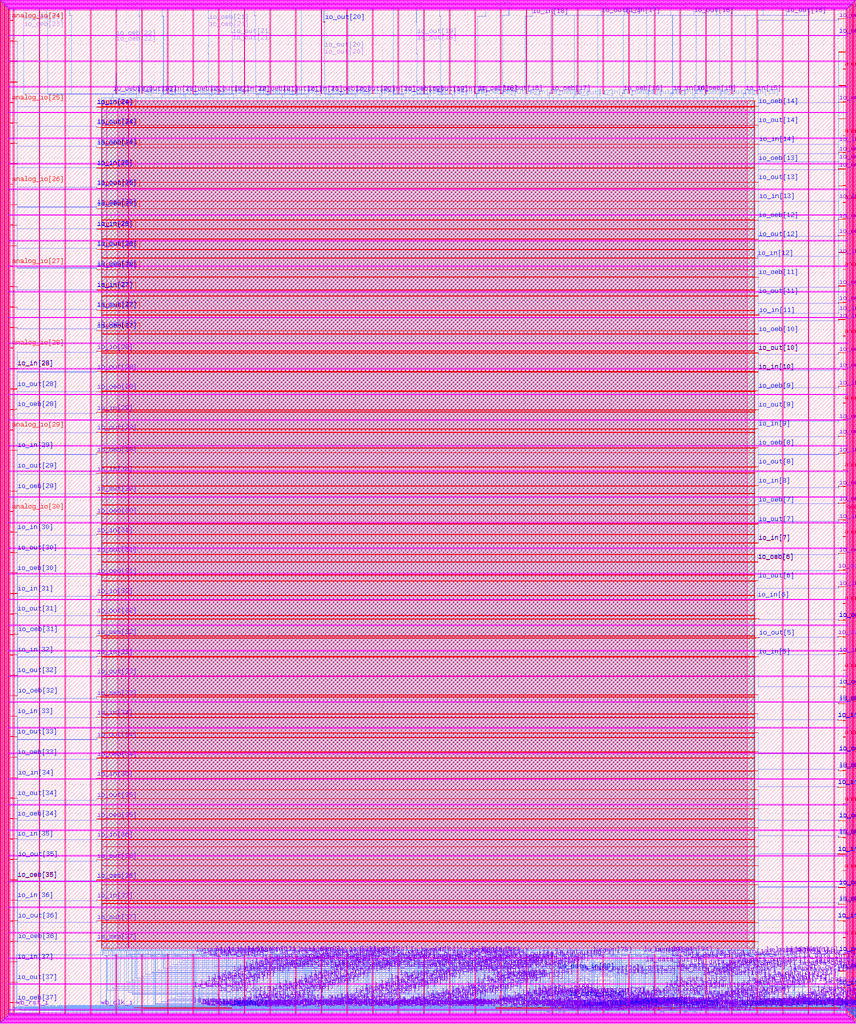
<source format=lef>
VERSION 5.7 ;
  NOWIREEXTENSIONATPIN ON ;
  DIVIDERCHAR "/" ;
  BUSBITCHARS "[]" ;
MACRO user_project_wrapper
  CLASS BLOCK ;
  FOREIGN user_project_wrapper ;
  ORIGIN 0.000 0.000 ;
  SIZE 2920.000 BY 3520.000 ;
  PIN analog_io[0]
    DIRECTION INOUT ;
    USE SIGNAL ;
    PORT
      LAYER met3 ;
        RECT 2917.600 28.980 2924.800 30.180 ;
    END
  END analog_io[0]
  PIN analog_io[10]
    DIRECTION INOUT ;
    USE SIGNAL ;
    PORT
      LAYER met3 ;
        RECT 2917.600 2374.980 2924.800 2376.180 ;
    END
  END analog_io[10]
  PIN analog_io[11]
    DIRECTION INOUT ;
    USE SIGNAL ;
    PORT
      LAYER met3 ;
        RECT 2917.600 2609.580 2924.800 2610.780 ;
    END
  END analog_io[11]
  PIN analog_io[12]
    DIRECTION INOUT ;
    USE SIGNAL ;
    PORT
      LAYER met3 ;
        RECT 2917.600 2844.180 2924.800 2845.380 ;
    END
  END analog_io[12]
  PIN analog_io[13]
    DIRECTION INOUT ;
    USE SIGNAL ;
    PORT
      LAYER met3 ;
        RECT 2917.600 3078.780 2924.800 3079.980 ;
    END
  END analog_io[13]
  PIN analog_io[14]
    DIRECTION INOUT ;
    USE SIGNAL ;
    PORT
      LAYER met3 ;
        RECT 2917.600 3313.380 2924.800 3314.580 ;
    END
  END analog_io[14]
  PIN analog_io[15]
    DIRECTION INOUT ;
    USE SIGNAL ;
    PORT
      LAYER met2 ;
        RECT 2879.090 3517.600 2879.650 3524.800 ;
    END
  END analog_io[15]
  PIN analog_io[16]
    DIRECTION INOUT ;
    USE SIGNAL ;
    PORT
      LAYER met2 ;
        RECT 2554.790 3517.600 2555.350 3524.800 ;
    END
  END analog_io[16]
  PIN analog_io[17]
    DIRECTION INOUT ;
    USE SIGNAL ;
    PORT
      LAYER met2 ;
        RECT 2230.490 3517.600 2231.050 3524.800 ;
    END
  END analog_io[17]
  PIN analog_io[18]
    DIRECTION INOUT ;
    USE SIGNAL ;
    PORT
      LAYER met2 ;
        RECT 1905.730 3517.600 1906.290 3524.800 ;
    END
  END analog_io[18]
  PIN analog_io[19]
    DIRECTION INOUT ;
    USE SIGNAL ;
    PORT
      LAYER met2 ;
        RECT 1581.430 3517.600 1581.990 3524.800 ;
    END
  END analog_io[19]
  PIN analog_io[1]
    DIRECTION INOUT ;
    USE SIGNAL ;
    PORT
      LAYER met3 ;
        RECT 2917.600 263.580 2924.800 264.780 ;
    END
  END analog_io[1]
  PIN analog_io[20]
    DIRECTION INOUT ;
    USE SIGNAL ;
    PORT
      LAYER met2 ;
        RECT 1257.130 3517.600 1257.690 3524.800 ;
    END
  END analog_io[20]
  PIN analog_io[21]
    DIRECTION INOUT ;
    USE SIGNAL ;
    PORT
      LAYER met2 ;
        RECT 932.370 3517.600 932.930 3524.800 ;
    END
  END analog_io[21]
  PIN analog_io[22]
    DIRECTION INOUT ;
    USE SIGNAL ;
    PORT
      LAYER met2 ;
        RECT 608.070 3517.600 608.630 3524.800 ;
    END
  END analog_io[22]
  PIN analog_io[23]
    DIRECTION INOUT ;
    USE SIGNAL ;
    PORT
      LAYER met2 ;
        RECT 283.770 3517.600 284.330 3524.800 ;
    END
  END analog_io[23]
  PIN analog_io[24]
    DIRECTION INOUT ;
    USE SIGNAL ;
    PORT
      LAYER met3 ;
        RECT -4.800 3482.700 2.400 3483.900 ;
    END
  END analog_io[24]
  PIN analog_io[25]
    DIRECTION INOUT ;
    USE SIGNAL ;
    PORT
      LAYER met3 ;
        RECT -4.800 3195.060 2.400 3196.260 ;
    END
  END analog_io[25]
  PIN analog_io[26]
    DIRECTION INOUT ;
    USE SIGNAL ;
    PORT
      LAYER met3 ;
        RECT -4.800 2908.100 2.400 2909.300 ;
    END
  END analog_io[26]
  PIN analog_io[27]
    DIRECTION INOUT ;
    USE SIGNAL ;
    PORT
      LAYER met3 ;
        RECT -4.800 2620.460 2.400 2621.660 ;
    END
  END analog_io[27]
  PIN analog_io[28]
    DIRECTION INOUT ;
    USE SIGNAL ;
    PORT
      LAYER met3 ;
        RECT -4.800 2333.500 2.400 2334.700 ;
    END
  END analog_io[28]
  PIN analog_io[29]
    DIRECTION INOUT ;
    USE SIGNAL ;
    PORT
      LAYER met3 ;
        RECT -4.800 2045.860 2.400 2047.060 ;
    END
  END analog_io[29]
  PIN analog_io[2]
    DIRECTION INOUT ;
    USE SIGNAL ;
    PORT
      LAYER met3 ;
        RECT 2917.600 498.180 2924.800 499.380 ;
    END
  END analog_io[2]
  PIN analog_io[30]
    DIRECTION INOUT ;
    USE SIGNAL ;
    PORT
      LAYER met3 ;
        RECT -4.800 1758.900 2.400 1760.100 ;
    END
  END analog_io[30]
  PIN analog_io[3]
    DIRECTION INOUT ;
    USE SIGNAL ;
    PORT
      LAYER met3 ;
        RECT 2917.600 732.780 2924.800 733.980 ;
    END
  END analog_io[3]
  PIN analog_io[4]
    DIRECTION INOUT ;
    USE SIGNAL ;
    PORT
      LAYER met3 ;
        RECT 2917.600 967.380 2924.800 968.580 ;
    END
  END analog_io[4]
  PIN analog_io[5]
    DIRECTION INOUT ;
    USE SIGNAL ;
    PORT
      LAYER met3 ;
        RECT 2917.600 1201.980 2924.800 1203.180 ;
    END
  END analog_io[5]
  PIN analog_io[6]
    DIRECTION INOUT ;
    USE SIGNAL ;
    PORT
      LAYER met3 ;
        RECT 2917.600 1436.580 2924.800 1437.780 ;
    END
  END analog_io[6]
  PIN analog_io[7]
    DIRECTION INOUT ;
    USE SIGNAL ;
    PORT
      LAYER met3 ;
        RECT 2917.600 1671.180 2924.800 1672.380 ;
    END
  END analog_io[7]
  PIN analog_io[8]
    DIRECTION INOUT ;
    USE SIGNAL ;
    PORT
      LAYER met3 ;
        RECT 2917.600 1905.780 2924.800 1906.980 ;
    END
  END analog_io[8]
  PIN analog_io[9]
    DIRECTION INOUT ;
    USE SIGNAL ;
    PORT
      LAYER met3 ;
        RECT 2917.600 2140.380 2924.800 2141.580 ;
    END
  END analog_io[9]
  PIN io_in[0]
    DIRECTION INPUT ;
    USE SIGNAL ;
    PORT
      LAYER met1 ;
        RECT 2618.850 89.660 2619.170 89.720 ;
        RECT 2900.370 89.660 2900.690 89.720 ;
        RECT 2618.850 89.520 2900.690 89.660 ;
        RECT 2618.850 89.460 2619.170 89.520 ;
        RECT 2900.370 89.460 2900.690 89.520 ;
      LAYER via ;
        RECT 2618.880 89.460 2619.140 89.720 ;
        RECT 2900.400 89.460 2900.660 89.720 ;
      LAYER met2 ;
        RECT 2618.870 249.715 2619.150 250.085 ;
        RECT 2618.940 89.750 2619.080 249.715 ;
        RECT 2618.880 89.430 2619.140 89.750 ;
        RECT 2900.400 89.430 2900.660 89.750 ;
        RECT 2900.460 88.245 2900.600 89.430 ;
        RECT 2900.390 87.875 2900.670 88.245 ;
      LAYER via2 ;
        RECT 2618.870 249.760 2619.150 250.040 ;
        RECT 2900.390 87.920 2900.670 88.200 ;
      LAYER met3 ;
        RECT 2618.845 250.050 2619.175 250.065 ;
        RECT 2609.580 249.960 2619.175 250.050 ;
        RECT 2606.000 249.750 2619.175 249.960 ;
        RECT 2606.000 249.360 2610.000 249.750 ;
        RECT 2618.845 249.735 2619.175 249.750 ;
        RECT 2900.365 88.210 2900.695 88.225 ;
        RECT 2917.600 88.210 2924.800 88.660 ;
        RECT 2900.365 87.910 2924.800 88.210 ;
        RECT 2900.365 87.895 2900.695 87.910 ;
        RECT 2917.600 87.460 2924.800 87.910 ;
    END
  END io_in[0]
  PIN io_in[10]
    DIRECTION INPUT ;
    USE SIGNAL ;
    PORT
      LAYER met1 ;
        RECT 2618.390 2429.200 2618.710 2429.260 ;
        RECT 2900.830 2429.200 2901.150 2429.260 ;
        RECT 2618.390 2429.060 2901.150 2429.200 ;
        RECT 2618.390 2429.000 2618.710 2429.060 ;
        RECT 2900.830 2429.000 2901.150 2429.060 ;
      LAYER via ;
        RECT 2618.420 2429.000 2618.680 2429.260 ;
        RECT 2900.860 2429.000 2901.120 2429.260 ;
      LAYER met2 ;
        RECT 2900.850 2433.875 2901.130 2434.245 ;
        RECT 2900.920 2429.290 2901.060 2433.875 ;
        RECT 2618.420 2428.970 2618.680 2429.290 ;
        RECT 2900.860 2428.970 2901.120 2429.290 ;
        RECT 2618.480 2249.965 2618.620 2428.970 ;
        RECT 2618.410 2249.595 2618.690 2249.965 ;
      LAYER via2 ;
        RECT 2900.850 2433.920 2901.130 2434.200 ;
        RECT 2618.410 2249.640 2618.690 2249.920 ;
      LAYER met3 ;
        RECT 2900.825 2434.210 2901.155 2434.225 ;
        RECT 2917.600 2434.210 2924.800 2434.660 ;
        RECT 2900.825 2433.910 2924.800 2434.210 ;
        RECT 2900.825 2433.895 2901.155 2433.910 ;
        RECT 2917.600 2433.460 2924.800 2433.910 ;
        RECT 2618.385 2249.930 2618.715 2249.945 ;
        RECT 2609.580 2249.840 2618.715 2249.930 ;
        RECT 2606.000 2249.630 2618.715 2249.840 ;
        RECT 2606.000 2249.240 2610.000 2249.630 ;
        RECT 2618.385 2249.615 2618.715 2249.630 ;
    END
  END io_in[10]
  PIN io_in[11]
    DIRECTION INPUT ;
    USE SIGNAL ;
    PORT
      LAYER met1 ;
        RECT 2621.610 2456.400 2621.930 2456.460 ;
        RECT 2901.750 2456.400 2902.070 2456.460 ;
        RECT 2621.610 2456.260 2902.070 2456.400 ;
        RECT 2621.610 2456.200 2621.930 2456.260 ;
        RECT 2901.750 2456.200 2902.070 2456.260 ;
      LAYER via ;
        RECT 2621.640 2456.200 2621.900 2456.460 ;
        RECT 2901.780 2456.200 2902.040 2456.460 ;
      LAYER met2 ;
        RECT 2901.770 2669.155 2902.050 2669.525 ;
        RECT 2901.840 2456.490 2901.980 2669.155 ;
        RECT 2621.640 2456.170 2621.900 2456.490 ;
        RECT 2901.780 2456.170 2902.040 2456.490 ;
        RECT 2621.700 2449.885 2621.840 2456.170 ;
        RECT 2621.630 2449.515 2621.910 2449.885 ;
      LAYER via2 ;
        RECT 2901.770 2669.200 2902.050 2669.480 ;
        RECT 2621.630 2449.560 2621.910 2449.840 ;
      LAYER met3 ;
        RECT 2901.745 2669.490 2902.075 2669.505 ;
        RECT 2917.600 2669.490 2924.800 2669.940 ;
        RECT 2901.745 2669.190 2924.800 2669.490 ;
        RECT 2901.745 2669.175 2902.075 2669.190 ;
        RECT 2917.600 2668.740 2924.800 2669.190 ;
        RECT 2621.605 2449.850 2621.935 2449.865 ;
        RECT 2609.580 2449.760 2621.935 2449.850 ;
        RECT 2606.000 2449.550 2621.935 2449.760 ;
        RECT 2606.000 2449.160 2610.000 2449.550 ;
        RECT 2621.605 2449.535 2621.935 2449.550 ;
    END
  END io_in[11]
  PIN io_in[12]
    DIRECTION INPUT ;
    USE SIGNAL ;
    PORT
      LAYER met1 ;
        RECT 2616.090 2656.320 2616.410 2656.380 ;
        RECT 2901.290 2656.320 2901.610 2656.380 ;
        RECT 2616.090 2656.180 2901.610 2656.320 ;
        RECT 2616.090 2656.120 2616.410 2656.180 ;
        RECT 2901.290 2656.120 2901.610 2656.180 ;
      LAYER via ;
        RECT 2616.120 2656.120 2616.380 2656.380 ;
        RECT 2901.320 2656.120 2901.580 2656.380 ;
      LAYER met2 ;
        RECT 2901.310 2903.755 2901.590 2904.125 ;
        RECT 2901.380 2656.410 2901.520 2903.755 ;
        RECT 2616.120 2656.090 2616.380 2656.410 ;
        RECT 2901.320 2656.090 2901.580 2656.410 ;
        RECT 2616.180 2649.805 2616.320 2656.090 ;
        RECT 2616.110 2649.435 2616.390 2649.805 ;
      LAYER via2 ;
        RECT 2901.310 2903.800 2901.590 2904.080 ;
        RECT 2616.110 2649.480 2616.390 2649.760 ;
      LAYER met3 ;
        RECT 2901.285 2904.090 2901.615 2904.105 ;
        RECT 2917.600 2904.090 2924.800 2904.540 ;
        RECT 2901.285 2903.790 2924.800 2904.090 ;
        RECT 2901.285 2903.775 2901.615 2903.790 ;
        RECT 2917.600 2903.340 2924.800 2903.790 ;
        RECT 2616.085 2649.770 2616.415 2649.785 ;
        RECT 2609.580 2649.680 2616.415 2649.770 ;
        RECT 2606.000 2649.470 2616.415 2649.680 ;
        RECT 2606.000 2649.080 2610.000 2649.470 ;
        RECT 2616.085 2649.455 2616.415 2649.470 ;
    END
  END io_in[12]
  PIN io_in[13]
    DIRECTION INPUT ;
    USE SIGNAL ;
    PORT
      LAYER met1 ;
        RECT 2621.610 2849.440 2621.930 2849.500 ;
        RECT 2901.750 2849.440 2902.070 2849.500 ;
        RECT 2621.610 2849.300 2902.070 2849.440 ;
        RECT 2621.610 2849.240 2621.930 2849.300 ;
        RECT 2901.750 2849.240 2902.070 2849.300 ;
      LAYER via ;
        RECT 2621.640 2849.240 2621.900 2849.500 ;
        RECT 2901.780 2849.240 2902.040 2849.500 ;
      LAYER met2 ;
        RECT 2901.770 3138.355 2902.050 3138.725 ;
        RECT 2621.630 2849.355 2621.910 2849.725 ;
        RECT 2901.840 2849.530 2901.980 3138.355 ;
        RECT 2621.640 2849.210 2621.900 2849.355 ;
        RECT 2901.780 2849.210 2902.040 2849.530 ;
      LAYER via2 ;
        RECT 2901.770 3138.400 2902.050 3138.680 ;
        RECT 2621.630 2849.400 2621.910 2849.680 ;
      LAYER met3 ;
        RECT 2901.745 3138.690 2902.075 3138.705 ;
        RECT 2917.600 3138.690 2924.800 3139.140 ;
        RECT 2901.745 3138.390 2924.800 3138.690 ;
        RECT 2901.745 3138.375 2902.075 3138.390 ;
        RECT 2917.600 3137.940 2924.800 3138.390 ;
        RECT 2621.605 2849.690 2621.935 2849.705 ;
        RECT 2609.580 2849.600 2621.935 2849.690 ;
        RECT 2606.000 2849.390 2621.935 2849.600 ;
        RECT 2606.000 2849.000 2610.000 2849.390 ;
        RECT 2621.605 2849.375 2621.935 2849.390 ;
    END
  END io_in[13]
  PIN io_in[14]
    DIRECTION INPUT ;
    USE SIGNAL ;
    PORT
      LAYER met1 ;
        RECT 2621.610 3049.700 2621.930 3049.760 ;
        RECT 2901.290 3049.700 2901.610 3049.760 ;
        RECT 2621.610 3049.560 2901.610 3049.700 ;
        RECT 2621.610 3049.500 2621.930 3049.560 ;
        RECT 2901.290 3049.500 2901.610 3049.560 ;
      LAYER via ;
        RECT 2621.640 3049.500 2621.900 3049.760 ;
        RECT 2901.320 3049.500 2901.580 3049.760 ;
      LAYER met2 ;
        RECT 2901.310 3372.955 2901.590 3373.325 ;
        RECT 2901.380 3049.790 2901.520 3372.955 ;
        RECT 2621.640 3049.645 2621.900 3049.790 ;
        RECT 2621.630 3049.275 2621.910 3049.645 ;
        RECT 2901.320 3049.470 2901.580 3049.790 ;
      LAYER via2 ;
        RECT 2901.310 3373.000 2901.590 3373.280 ;
        RECT 2621.630 3049.320 2621.910 3049.600 ;
      LAYER met3 ;
        RECT 2901.285 3373.290 2901.615 3373.305 ;
        RECT 2917.600 3373.290 2924.800 3373.740 ;
        RECT 2901.285 3372.990 2924.800 3373.290 ;
        RECT 2901.285 3372.975 2901.615 3372.990 ;
        RECT 2917.600 3372.540 2924.800 3372.990 ;
        RECT 2621.605 3049.610 2621.935 3049.625 ;
        RECT 2609.580 3049.520 2621.935 3049.610 ;
        RECT 2606.000 3049.310 2621.935 3049.520 ;
        RECT 2606.000 3048.920 2610.000 3049.310 ;
        RECT 2621.605 3049.295 2621.935 3049.310 ;
    END
  END io_in[14]
  PIN io_in[15]
    DIRECTION INPUT ;
    USE SIGNAL ;
    PORT
      LAYER met1 ;
        RECT 2573.310 3502.240 2573.630 3502.300 ;
        RECT 2798.250 3502.240 2798.570 3502.300 ;
        RECT 2573.310 3502.100 2798.570 3502.240 ;
        RECT 2573.310 3502.040 2573.630 3502.100 ;
        RECT 2798.250 3502.040 2798.570 3502.100 ;
        RECT 2566.870 3228.200 2567.190 3228.260 ;
        RECT 2573.310 3228.200 2573.630 3228.260 ;
        RECT 2566.870 3228.060 2573.630 3228.200 ;
        RECT 2566.870 3228.000 2567.190 3228.060 ;
        RECT 2573.310 3228.000 2573.630 3228.060 ;
      LAYER via ;
        RECT 2573.340 3502.040 2573.600 3502.300 ;
        RECT 2798.280 3502.040 2798.540 3502.300 ;
        RECT 2566.900 3228.000 2567.160 3228.260 ;
        RECT 2573.340 3228.000 2573.600 3228.260 ;
      LAYER met2 ;
        RECT 2798.130 3517.600 2798.690 3524.800 ;
        RECT 2798.340 3502.330 2798.480 3517.600 ;
        RECT 2573.340 3502.010 2573.600 3502.330 ;
        RECT 2798.280 3502.010 2798.540 3502.330 ;
        RECT 2573.400 3228.290 2573.540 3502.010 ;
        RECT 2566.900 3227.970 2567.160 3228.290 ;
        RECT 2573.340 3227.970 2573.600 3228.290 ;
        RECT 2566.960 3216.000 2567.100 3227.970 ;
        RECT 2566.850 3212.000 2567.130 3216.000 ;
    END
  END io_in[15]
  PIN io_in[16]
    DIRECTION INPUT ;
    USE SIGNAL ;
    PORT
      LAYER met1 ;
        RECT 2318.010 3502.240 2318.330 3502.300 ;
        RECT 2473.950 3502.240 2474.270 3502.300 ;
        RECT 2318.010 3502.100 2474.270 3502.240 ;
        RECT 2318.010 3502.040 2318.330 3502.100 ;
        RECT 2473.950 3502.040 2474.270 3502.100 ;
        RECT 2311.570 3229.220 2311.890 3229.280 ;
        RECT 2318.010 3229.220 2318.330 3229.280 ;
        RECT 2311.570 3229.080 2318.330 3229.220 ;
        RECT 2311.570 3229.020 2311.890 3229.080 ;
        RECT 2318.010 3229.020 2318.330 3229.080 ;
      LAYER via ;
        RECT 2318.040 3502.040 2318.300 3502.300 ;
        RECT 2473.980 3502.040 2474.240 3502.300 ;
        RECT 2311.600 3229.020 2311.860 3229.280 ;
        RECT 2318.040 3229.020 2318.300 3229.280 ;
      LAYER met2 ;
        RECT 2473.830 3517.600 2474.390 3524.800 ;
        RECT 2474.040 3502.330 2474.180 3517.600 ;
        RECT 2318.040 3502.010 2318.300 3502.330 ;
        RECT 2473.980 3502.010 2474.240 3502.330 ;
        RECT 2318.100 3229.310 2318.240 3502.010 ;
        RECT 2311.600 3228.990 2311.860 3229.310 ;
        RECT 2318.040 3228.990 2318.300 3229.310 ;
        RECT 2311.660 3216.000 2311.800 3228.990 ;
        RECT 2311.550 3212.000 2311.830 3216.000 ;
    END
  END io_in[16]
  PIN io_in[17]
    DIRECTION INPUT ;
    USE SIGNAL ;
    PORT
      LAYER met1 ;
        RECT 2055.810 3501.900 2056.130 3501.960 ;
        RECT 2149.190 3501.900 2149.510 3501.960 ;
        RECT 2055.810 3501.760 2149.510 3501.900 ;
        RECT 2055.810 3501.700 2056.130 3501.760 ;
        RECT 2149.190 3501.700 2149.510 3501.760 ;
      LAYER via ;
        RECT 2055.840 3501.700 2056.100 3501.960 ;
        RECT 2149.220 3501.700 2149.480 3501.960 ;
      LAYER met2 ;
        RECT 2149.070 3517.600 2149.630 3524.800 ;
        RECT 2149.280 3501.990 2149.420 3517.600 ;
        RECT 2055.840 3501.670 2056.100 3501.990 ;
        RECT 2149.220 3501.670 2149.480 3501.990 ;
        RECT 2055.900 3216.000 2056.040 3501.670 ;
        RECT 2055.790 3212.000 2056.070 3216.000 ;
    END
  END io_in[17]
  PIN io_in[18]
    DIRECTION INPUT ;
    USE SIGNAL ;
    PORT
      LAYER met1 ;
        RECT 1800.510 3498.500 1800.830 3498.560 ;
        RECT 1824.890 3498.500 1825.210 3498.560 ;
        RECT 1800.510 3498.360 1825.210 3498.500 ;
        RECT 1800.510 3498.300 1800.830 3498.360 ;
        RECT 1824.890 3498.300 1825.210 3498.360 ;
      LAYER via ;
        RECT 1800.540 3498.300 1800.800 3498.560 ;
        RECT 1824.920 3498.300 1825.180 3498.560 ;
      LAYER met2 ;
        RECT 1824.770 3517.600 1825.330 3524.800 ;
        RECT 1824.980 3498.590 1825.120 3517.600 ;
        RECT 1800.540 3498.270 1800.800 3498.590 ;
        RECT 1824.920 3498.270 1825.180 3498.590 ;
        RECT 1800.600 3216.000 1800.740 3498.270 ;
        RECT 1800.490 3212.000 1800.770 3216.000 ;
    END
  END io_in[18]
  PIN io_in[19]
    DIRECTION INPUT ;
    USE SIGNAL ;
    PORT
      LAYER met1 ;
        RECT 1500.590 3498.500 1500.910 3498.560 ;
        RECT 1503.810 3498.500 1504.130 3498.560 ;
        RECT 1500.590 3498.360 1504.130 3498.500 ;
        RECT 1500.590 3498.300 1500.910 3498.360 ;
        RECT 1503.810 3498.300 1504.130 3498.360 ;
        RECT 1503.810 3224.460 1504.130 3224.520 ;
        RECT 1544.750 3224.460 1545.070 3224.520 ;
        RECT 1503.810 3224.320 1545.070 3224.460 ;
        RECT 1503.810 3224.260 1504.130 3224.320 ;
        RECT 1544.750 3224.260 1545.070 3224.320 ;
      LAYER via ;
        RECT 1500.620 3498.300 1500.880 3498.560 ;
        RECT 1503.840 3498.300 1504.100 3498.560 ;
        RECT 1503.840 3224.260 1504.100 3224.520 ;
        RECT 1544.780 3224.260 1545.040 3224.520 ;
      LAYER met2 ;
        RECT 1500.470 3517.600 1501.030 3524.800 ;
        RECT 1500.680 3498.590 1500.820 3517.600 ;
        RECT 1500.620 3498.270 1500.880 3498.590 ;
        RECT 1503.840 3498.270 1504.100 3498.590 ;
        RECT 1503.900 3224.550 1504.040 3498.270 ;
        RECT 1503.840 3224.230 1504.100 3224.550 ;
        RECT 1544.780 3224.230 1545.040 3224.550 ;
        RECT 1544.840 3216.000 1544.980 3224.230 ;
        RECT 1544.730 3212.000 1545.010 3216.000 ;
    END
  END io_in[19]
  PIN io_in[1]
    DIRECTION INPUT ;
    USE SIGNAL ;
    PORT
      LAYER met1 ;
        RECT 2619.310 324.260 2619.630 324.320 ;
        RECT 2898.990 324.260 2899.310 324.320 ;
        RECT 2619.310 324.120 2899.310 324.260 ;
        RECT 2619.310 324.060 2619.630 324.120 ;
        RECT 2898.990 324.060 2899.310 324.120 ;
      LAYER via ;
        RECT 2619.340 324.060 2619.600 324.320 ;
        RECT 2899.020 324.060 2899.280 324.320 ;
      LAYER met2 ;
        RECT 2619.330 449.635 2619.610 450.005 ;
        RECT 2619.400 324.350 2619.540 449.635 ;
        RECT 2619.340 324.030 2619.600 324.350 ;
        RECT 2899.020 324.030 2899.280 324.350 ;
        RECT 2899.080 322.845 2899.220 324.030 ;
        RECT 2899.010 322.475 2899.290 322.845 ;
      LAYER via2 ;
        RECT 2619.330 449.680 2619.610 449.960 ;
        RECT 2899.010 322.520 2899.290 322.800 ;
      LAYER met3 ;
        RECT 2619.305 449.970 2619.635 449.985 ;
        RECT 2609.580 449.880 2619.635 449.970 ;
        RECT 2606.000 449.670 2619.635 449.880 ;
        RECT 2606.000 449.280 2610.000 449.670 ;
        RECT 2619.305 449.655 2619.635 449.670 ;
        RECT 2898.985 322.810 2899.315 322.825 ;
        RECT 2917.600 322.810 2924.800 323.260 ;
        RECT 2898.985 322.510 2924.800 322.810 ;
        RECT 2898.985 322.495 2899.315 322.510 ;
        RECT 2917.600 322.060 2924.800 322.510 ;
    END
  END io_in[1]
  PIN io_in[20]
    DIRECTION INPUT ;
    USE SIGNAL ;
    PORT
      LAYER met1 ;
        RECT 1175.830 3498.500 1176.150 3498.560 ;
        RECT 1179.510 3498.500 1179.830 3498.560 ;
        RECT 1175.830 3498.360 1179.830 3498.500 ;
        RECT 1175.830 3498.300 1176.150 3498.360 ;
        RECT 1179.510 3498.300 1179.830 3498.360 ;
        RECT 1179.510 3226.160 1179.830 3226.220 ;
        RECT 1289.450 3226.160 1289.770 3226.220 ;
        RECT 1179.510 3226.020 1289.770 3226.160 ;
        RECT 1179.510 3225.960 1179.830 3226.020 ;
        RECT 1289.450 3225.960 1289.770 3226.020 ;
      LAYER via ;
        RECT 1175.860 3498.300 1176.120 3498.560 ;
        RECT 1179.540 3498.300 1179.800 3498.560 ;
        RECT 1179.540 3225.960 1179.800 3226.220 ;
        RECT 1289.480 3225.960 1289.740 3226.220 ;
      LAYER met2 ;
        RECT 1175.710 3517.600 1176.270 3524.800 ;
        RECT 1175.920 3498.590 1176.060 3517.600 ;
        RECT 1175.860 3498.270 1176.120 3498.590 ;
        RECT 1179.540 3498.270 1179.800 3498.590 ;
        RECT 1179.600 3226.250 1179.740 3498.270 ;
        RECT 1179.540 3225.930 1179.800 3226.250 ;
        RECT 1289.480 3225.930 1289.740 3226.250 ;
        RECT 1289.540 3216.000 1289.680 3225.930 ;
        RECT 1289.430 3212.000 1289.710 3216.000 ;
    END
  END io_in[20]
  PIN io_in[21]
    DIRECTION INPUT ;
    USE SIGNAL ;
    PORT
      LAYER met1 ;
        RECT 851.530 3501.220 851.850 3501.280 ;
        RECT 855.210 3501.220 855.530 3501.280 ;
        RECT 851.530 3501.080 855.530 3501.220 ;
        RECT 851.530 3501.020 851.850 3501.080 ;
        RECT 855.210 3501.020 855.530 3501.080 ;
        RECT 855.210 3225.820 855.530 3225.880 ;
        RECT 1033.690 3225.820 1034.010 3225.880 ;
        RECT 855.210 3225.680 1034.010 3225.820 ;
        RECT 855.210 3225.620 855.530 3225.680 ;
        RECT 1033.690 3225.620 1034.010 3225.680 ;
      LAYER via ;
        RECT 851.560 3501.020 851.820 3501.280 ;
        RECT 855.240 3501.020 855.500 3501.280 ;
        RECT 855.240 3225.620 855.500 3225.880 ;
        RECT 1033.720 3225.620 1033.980 3225.880 ;
      LAYER met2 ;
        RECT 851.410 3517.600 851.970 3524.800 ;
        RECT 851.620 3501.310 851.760 3517.600 ;
        RECT 851.560 3500.990 851.820 3501.310 ;
        RECT 855.240 3500.990 855.500 3501.310 ;
        RECT 855.300 3225.910 855.440 3500.990 ;
        RECT 855.240 3225.590 855.500 3225.910 ;
        RECT 1033.720 3225.590 1033.980 3225.910 ;
        RECT 1033.780 3216.000 1033.920 3225.590 ;
        RECT 1033.670 3212.000 1033.950 3216.000 ;
    END
  END io_in[21]
  PIN io_in[22]
    DIRECTION INPUT ;
    USE SIGNAL ;
    PORT
      LAYER met1 ;
        RECT 527.230 3498.500 527.550 3498.560 ;
        RECT 530.910 3498.500 531.230 3498.560 ;
        RECT 527.230 3498.360 531.230 3498.500 ;
        RECT 527.230 3498.300 527.550 3498.360 ;
        RECT 530.910 3498.300 531.230 3498.360 ;
        RECT 530.910 3225.820 531.230 3225.880 ;
        RECT 777.930 3225.820 778.250 3225.880 ;
        RECT 530.910 3225.680 778.250 3225.820 ;
        RECT 530.910 3225.620 531.230 3225.680 ;
        RECT 777.930 3225.620 778.250 3225.680 ;
      LAYER via ;
        RECT 527.260 3498.300 527.520 3498.560 ;
        RECT 530.940 3498.300 531.200 3498.560 ;
        RECT 530.940 3225.620 531.200 3225.880 ;
        RECT 777.960 3225.620 778.220 3225.880 ;
      LAYER met2 ;
        RECT 527.110 3517.600 527.670 3524.800 ;
        RECT 527.320 3498.590 527.460 3517.600 ;
        RECT 527.260 3498.270 527.520 3498.590 ;
        RECT 530.940 3498.270 531.200 3498.590 ;
        RECT 531.000 3225.910 531.140 3498.270 ;
        RECT 530.940 3225.590 531.200 3225.910 ;
        RECT 777.960 3225.590 778.220 3225.910 ;
        RECT 778.020 3216.000 778.160 3225.590 ;
        RECT 777.910 3212.000 778.190 3216.000 ;
    END
  END io_in[22]
  PIN io_in[23]
    DIRECTION INPUT ;
    USE SIGNAL ;
    PORT
      LAYER met1 ;
        RECT 202.470 3501.900 202.790 3501.960 ;
        RECT 206.610 3501.900 206.930 3501.960 ;
        RECT 202.470 3501.760 206.930 3501.900 ;
        RECT 202.470 3501.700 202.790 3501.760 ;
        RECT 206.610 3501.700 206.930 3501.760 ;
        RECT 206.610 3226.160 206.930 3226.220 ;
        RECT 522.630 3226.160 522.950 3226.220 ;
        RECT 206.610 3226.020 522.950 3226.160 ;
        RECT 206.610 3225.960 206.930 3226.020 ;
        RECT 522.630 3225.960 522.950 3226.020 ;
      LAYER via ;
        RECT 202.500 3501.700 202.760 3501.960 ;
        RECT 206.640 3501.700 206.900 3501.960 ;
        RECT 206.640 3225.960 206.900 3226.220 ;
        RECT 522.660 3225.960 522.920 3226.220 ;
      LAYER met2 ;
        RECT 202.350 3517.600 202.910 3524.800 ;
        RECT 202.560 3501.990 202.700 3517.600 ;
        RECT 202.500 3501.670 202.760 3501.990 ;
        RECT 206.640 3501.670 206.900 3501.990 ;
        RECT 206.700 3226.250 206.840 3501.670 ;
        RECT 206.640 3225.930 206.900 3226.250 ;
        RECT 522.660 3225.930 522.920 3226.250 ;
        RECT 522.720 3216.000 522.860 3225.930 ;
        RECT 522.610 3212.000 522.890 3216.000 ;
    END
  END io_in[23]
  PIN io_in[24]
    DIRECTION INPUT ;
    USE SIGNAL ;
    PORT
      LAYER met1 ;
        RECT 17.090 3180.940 17.410 3181.000 ;
        RECT 296.770 3180.940 297.090 3181.000 ;
        RECT 17.090 3180.800 297.090 3180.940 ;
        RECT 17.090 3180.740 17.410 3180.800 ;
        RECT 296.770 3180.740 297.090 3180.800 ;
      LAYER via ;
        RECT 17.120 3180.740 17.380 3181.000 ;
        RECT 296.800 3180.740 297.060 3181.000 ;
      LAYER met2 ;
        RECT 17.110 3411.035 17.390 3411.405 ;
        RECT 17.180 3181.030 17.320 3411.035 ;
        RECT 17.120 3180.710 17.380 3181.030 ;
        RECT 296.800 3180.710 297.060 3181.030 ;
        RECT 296.860 3180.205 297.000 3180.710 ;
        RECT 296.790 3179.835 297.070 3180.205 ;
      LAYER via2 ;
        RECT 17.110 3411.080 17.390 3411.360 ;
        RECT 296.790 3179.880 297.070 3180.160 ;
      LAYER met3 ;
        RECT -4.800 3411.370 2.400 3411.820 ;
        RECT 17.085 3411.370 17.415 3411.385 ;
        RECT -4.800 3411.070 17.415 3411.370 ;
        RECT -4.800 3410.620 2.400 3411.070 ;
        RECT 17.085 3411.055 17.415 3411.070 ;
        RECT 296.765 3180.170 297.095 3180.185 ;
        RECT 296.765 3180.080 310.500 3180.170 ;
        RECT 296.765 3179.870 314.000 3180.080 ;
        RECT 296.765 3179.855 297.095 3179.870 ;
        RECT 310.000 3179.480 314.000 3179.870 ;
    END
  END io_in[24]
  PIN io_in[25]
    DIRECTION INPUT ;
    USE SIGNAL ;
    PORT
      LAYER met1 ;
        RECT 17.090 2966.740 17.410 2966.800 ;
        RECT 296.770 2966.740 297.090 2966.800 ;
        RECT 17.090 2966.600 297.090 2966.740 ;
        RECT 17.090 2966.540 17.410 2966.600 ;
        RECT 296.770 2966.540 297.090 2966.600 ;
      LAYER via ;
        RECT 17.120 2966.540 17.380 2966.800 ;
        RECT 296.800 2966.540 297.060 2966.800 ;
      LAYER met2 ;
        RECT 17.110 3124.075 17.390 3124.445 ;
        RECT 17.180 2966.830 17.320 3124.075 ;
        RECT 17.120 2966.510 17.380 2966.830 ;
        RECT 296.800 2966.510 297.060 2966.830 ;
        RECT 296.860 2966.005 297.000 2966.510 ;
        RECT 296.790 2965.635 297.070 2966.005 ;
      LAYER via2 ;
        RECT 17.110 3124.120 17.390 3124.400 ;
        RECT 296.790 2965.680 297.070 2965.960 ;
      LAYER met3 ;
        RECT -4.800 3124.410 2.400 3124.860 ;
        RECT 17.085 3124.410 17.415 3124.425 ;
        RECT -4.800 3124.110 17.415 3124.410 ;
        RECT -4.800 3123.660 2.400 3124.110 ;
        RECT 17.085 3124.095 17.415 3124.110 ;
        RECT 296.765 2965.970 297.095 2965.985 ;
        RECT 296.765 2965.880 310.500 2965.970 ;
        RECT 296.765 2965.670 314.000 2965.880 ;
        RECT 296.765 2965.655 297.095 2965.670 ;
        RECT 310.000 2965.280 314.000 2965.670 ;
    END
  END io_in[25]
  PIN io_in[26]
    DIRECTION INPUT ;
    USE SIGNAL ;
    PORT
      LAYER met1 ;
        RECT 17.090 2752.880 17.410 2752.940 ;
        RECT 296.770 2752.880 297.090 2752.940 ;
        RECT 17.090 2752.740 297.090 2752.880 ;
        RECT 17.090 2752.680 17.410 2752.740 ;
        RECT 296.770 2752.680 297.090 2752.740 ;
      LAYER via ;
        RECT 17.120 2752.680 17.380 2752.940 ;
        RECT 296.800 2752.680 297.060 2752.940 ;
      LAYER met2 ;
        RECT 17.110 2836.435 17.390 2836.805 ;
        RECT 17.180 2752.970 17.320 2836.435 ;
        RECT 17.120 2752.650 17.380 2752.970 ;
        RECT 296.800 2752.650 297.060 2752.970 ;
        RECT 296.860 2751.805 297.000 2752.650 ;
        RECT 296.790 2751.435 297.070 2751.805 ;
      LAYER via2 ;
        RECT 17.110 2836.480 17.390 2836.760 ;
        RECT 296.790 2751.480 297.070 2751.760 ;
      LAYER met3 ;
        RECT -4.800 2836.770 2.400 2837.220 ;
        RECT 17.085 2836.770 17.415 2836.785 ;
        RECT -4.800 2836.470 17.415 2836.770 ;
        RECT -4.800 2836.020 2.400 2836.470 ;
        RECT 17.085 2836.455 17.415 2836.470 ;
        RECT 296.765 2751.770 297.095 2751.785 ;
        RECT 296.765 2751.680 310.500 2751.770 ;
        RECT 296.765 2751.470 314.000 2751.680 ;
        RECT 296.765 2751.455 297.095 2751.470 ;
        RECT 310.000 2751.080 314.000 2751.470 ;
    END
  END io_in[26]
  PIN io_in[27]
    DIRECTION INPUT ;
    USE SIGNAL ;
    PORT
      LAYER met1 ;
        RECT 16.630 2539.020 16.950 2539.080 ;
        RECT 296.770 2539.020 297.090 2539.080 ;
        RECT 16.630 2538.880 297.090 2539.020 ;
        RECT 16.630 2538.820 16.950 2538.880 ;
        RECT 296.770 2538.820 297.090 2538.880 ;
      LAYER via ;
        RECT 16.660 2538.820 16.920 2539.080 ;
        RECT 296.800 2538.820 297.060 2539.080 ;
      LAYER met2 ;
        RECT 16.650 2549.475 16.930 2549.845 ;
        RECT 16.720 2539.110 16.860 2549.475 ;
        RECT 16.660 2538.790 16.920 2539.110 ;
        RECT 296.800 2538.790 297.060 2539.110 ;
        RECT 296.860 2537.605 297.000 2538.790 ;
        RECT 296.790 2537.235 297.070 2537.605 ;
      LAYER via2 ;
        RECT 16.650 2549.520 16.930 2549.800 ;
        RECT 296.790 2537.280 297.070 2537.560 ;
      LAYER met3 ;
        RECT -4.800 2549.810 2.400 2550.260 ;
        RECT 16.625 2549.810 16.955 2549.825 ;
        RECT -4.800 2549.510 16.955 2549.810 ;
        RECT -4.800 2549.060 2.400 2549.510 ;
        RECT 16.625 2549.495 16.955 2549.510 ;
        RECT 296.765 2537.570 297.095 2537.585 ;
        RECT 296.765 2537.480 310.500 2537.570 ;
        RECT 296.765 2537.270 314.000 2537.480 ;
        RECT 296.765 2537.255 297.095 2537.270 ;
        RECT 310.000 2536.880 314.000 2537.270 ;
    END
  END io_in[27]
  PIN io_in[28]
    DIRECTION INPUT ;
    USE SIGNAL ;
    PORT
      LAYER met1 ;
        RECT 17.090 2318.700 17.410 2318.760 ;
        RECT 296.770 2318.700 297.090 2318.760 ;
        RECT 17.090 2318.560 297.090 2318.700 ;
        RECT 17.090 2318.500 17.410 2318.560 ;
        RECT 296.770 2318.500 297.090 2318.560 ;
      LAYER via ;
        RECT 17.120 2318.500 17.380 2318.760 ;
        RECT 296.800 2318.500 297.060 2318.760 ;
      LAYER met2 ;
        RECT 296.790 2323.035 297.070 2323.405 ;
        RECT 296.860 2318.790 297.000 2323.035 ;
        RECT 17.120 2318.470 17.380 2318.790 ;
        RECT 296.800 2318.470 297.060 2318.790 ;
        RECT 17.180 2262.205 17.320 2318.470 ;
        RECT 17.110 2261.835 17.390 2262.205 ;
      LAYER via2 ;
        RECT 296.790 2323.080 297.070 2323.360 ;
        RECT 17.110 2261.880 17.390 2262.160 ;
      LAYER met3 ;
        RECT 296.765 2323.370 297.095 2323.385 ;
        RECT 296.765 2323.280 310.500 2323.370 ;
        RECT 296.765 2323.070 314.000 2323.280 ;
        RECT 296.765 2323.055 297.095 2323.070 ;
        RECT 310.000 2322.680 314.000 2323.070 ;
        RECT -4.800 2262.170 2.400 2262.620 ;
        RECT 17.085 2262.170 17.415 2262.185 ;
        RECT -4.800 2261.870 17.415 2262.170 ;
        RECT -4.800 2261.420 2.400 2261.870 ;
        RECT 17.085 2261.855 17.415 2261.870 ;
    END
  END io_in[28]
  PIN io_in[29]
    DIRECTION INPUT ;
    USE SIGNAL ;
    PORT
      LAYER met1 ;
        RECT 17.550 2104.840 17.870 2104.900 ;
        RECT 296.770 2104.840 297.090 2104.900 ;
        RECT 17.550 2104.700 297.090 2104.840 ;
        RECT 17.550 2104.640 17.870 2104.700 ;
        RECT 296.770 2104.640 297.090 2104.700 ;
      LAYER via ;
        RECT 17.580 2104.640 17.840 2104.900 ;
        RECT 296.800 2104.640 297.060 2104.900 ;
      LAYER met2 ;
        RECT 296.790 2108.835 297.070 2109.205 ;
        RECT 296.860 2104.930 297.000 2108.835 ;
        RECT 17.580 2104.610 17.840 2104.930 ;
        RECT 296.800 2104.610 297.060 2104.930 ;
        RECT 17.640 1975.245 17.780 2104.610 ;
        RECT 17.570 1974.875 17.850 1975.245 ;
      LAYER via2 ;
        RECT 296.790 2108.880 297.070 2109.160 ;
        RECT 17.570 1974.920 17.850 1975.200 ;
      LAYER met3 ;
        RECT 296.765 2109.170 297.095 2109.185 ;
        RECT 296.765 2109.080 310.500 2109.170 ;
        RECT 296.765 2108.870 314.000 2109.080 ;
        RECT 296.765 2108.855 297.095 2108.870 ;
        RECT 310.000 2108.480 314.000 2108.870 ;
        RECT -4.800 1975.210 2.400 1975.660 ;
        RECT 17.545 1975.210 17.875 1975.225 ;
        RECT -4.800 1974.910 17.875 1975.210 ;
        RECT -4.800 1974.460 2.400 1974.910 ;
        RECT 17.545 1974.895 17.875 1974.910 ;
    END
  END io_in[29]
  PIN io_in[2]
    DIRECTION INPUT ;
    USE SIGNAL ;
    PORT
      LAYER met1 ;
        RECT 2618.850 558.860 2619.170 558.920 ;
        RECT 2898.990 558.860 2899.310 558.920 ;
        RECT 2618.850 558.720 2899.310 558.860 ;
        RECT 2618.850 558.660 2619.170 558.720 ;
        RECT 2898.990 558.660 2899.310 558.720 ;
      LAYER via ;
        RECT 2618.880 558.660 2619.140 558.920 ;
        RECT 2899.020 558.660 2899.280 558.920 ;
      LAYER met2 ;
        RECT 2618.870 649.555 2619.150 649.925 ;
        RECT 2618.940 558.950 2619.080 649.555 ;
        RECT 2618.880 558.630 2619.140 558.950 ;
        RECT 2899.020 558.630 2899.280 558.950 ;
        RECT 2899.080 557.445 2899.220 558.630 ;
        RECT 2899.010 557.075 2899.290 557.445 ;
      LAYER via2 ;
        RECT 2618.870 649.600 2619.150 649.880 ;
        RECT 2899.010 557.120 2899.290 557.400 ;
      LAYER met3 ;
        RECT 2618.845 649.890 2619.175 649.905 ;
        RECT 2609.580 649.800 2619.175 649.890 ;
        RECT 2606.000 649.590 2619.175 649.800 ;
        RECT 2606.000 649.200 2610.000 649.590 ;
        RECT 2618.845 649.575 2619.175 649.590 ;
        RECT 2898.985 557.410 2899.315 557.425 ;
        RECT 2917.600 557.410 2924.800 557.860 ;
        RECT 2898.985 557.110 2924.800 557.410 ;
        RECT 2898.985 557.095 2899.315 557.110 ;
        RECT 2917.600 556.660 2924.800 557.110 ;
    END
  END io_in[2]
  PIN io_in[30]
    DIRECTION INPUT ;
    USE SIGNAL ;
    PORT
      LAYER met1 ;
        RECT 17.090 1890.980 17.410 1891.040 ;
        RECT 296.770 1890.980 297.090 1891.040 ;
        RECT 17.090 1890.840 297.090 1890.980 ;
        RECT 17.090 1890.780 17.410 1890.840 ;
        RECT 296.770 1890.780 297.090 1890.840 ;
      LAYER via ;
        RECT 17.120 1890.780 17.380 1891.040 ;
        RECT 296.800 1890.780 297.060 1891.040 ;
      LAYER met2 ;
        RECT 296.790 1894.635 297.070 1895.005 ;
        RECT 296.860 1891.070 297.000 1894.635 ;
        RECT 17.120 1890.750 17.380 1891.070 ;
        RECT 296.800 1890.750 297.060 1891.070 ;
        RECT 17.180 1687.605 17.320 1890.750 ;
        RECT 17.110 1687.235 17.390 1687.605 ;
      LAYER via2 ;
        RECT 296.790 1894.680 297.070 1894.960 ;
        RECT 17.110 1687.280 17.390 1687.560 ;
      LAYER met3 ;
        RECT 296.765 1894.970 297.095 1894.985 ;
        RECT 296.765 1894.880 310.500 1894.970 ;
        RECT 296.765 1894.670 314.000 1894.880 ;
        RECT 296.765 1894.655 297.095 1894.670 ;
        RECT 310.000 1894.280 314.000 1894.670 ;
        RECT -4.800 1687.570 2.400 1688.020 ;
        RECT 17.085 1687.570 17.415 1687.585 ;
        RECT -4.800 1687.270 17.415 1687.570 ;
        RECT -4.800 1686.820 2.400 1687.270 ;
        RECT 17.085 1687.255 17.415 1687.270 ;
    END
  END io_in[30]
  PIN io_in[31]
    DIRECTION INPUT ;
    USE SIGNAL ;
    PORT
      LAYER met1 ;
        RECT 17.090 1676.780 17.410 1676.840 ;
        RECT 296.770 1676.780 297.090 1676.840 ;
        RECT 17.090 1676.640 297.090 1676.780 ;
        RECT 17.090 1676.580 17.410 1676.640 ;
        RECT 296.770 1676.580 297.090 1676.640 ;
      LAYER via ;
        RECT 17.120 1676.580 17.380 1676.840 ;
        RECT 296.800 1676.580 297.060 1676.840 ;
      LAYER met2 ;
        RECT 296.790 1679.755 297.070 1680.125 ;
        RECT 296.860 1676.870 297.000 1679.755 ;
        RECT 17.120 1676.550 17.380 1676.870 ;
        RECT 296.800 1676.550 297.060 1676.870 ;
        RECT 17.180 1472.045 17.320 1676.550 ;
        RECT 17.110 1471.675 17.390 1472.045 ;
      LAYER via2 ;
        RECT 296.790 1679.800 297.070 1680.080 ;
        RECT 17.110 1471.720 17.390 1472.000 ;
      LAYER met3 ;
        RECT 296.765 1680.090 297.095 1680.105 ;
        RECT 296.765 1680.000 310.500 1680.090 ;
        RECT 296.765 1679.790 314.000 1680.000 ;
        RECT 296.765 1679.775 297.095 1679.790 ;
        RECT 310.000 1679.400 314.000 1679.790 ;
        RECT -4.800 1472.010 2.400 1472.460 ;
        RECT 17.085 1472.010 17.415 1472.025 ;
        RECT -4.800 1471.710 17.415 1472.010 ;
        RECT -4.800 1471.260 2.400 1471.710 ;
        RECT 17.085 1471.695 17.415 1471.710 ;
    END
  END io_in[31]
  PIN io_in[32]
    DIRECTION INPUT ;
    USE SIGNAL ;
    PORT
      LAYER met1 ;
        RECT 18.010 1462.920 18.330 1462.980 ;
        RECT 296.770 1462.920 297.090 1462.980 ;
        RECT 18.010 1462.780 297.090 1462.920 ;
        RECT 18.010 1462.720 18.330 1462.780 ;
        RECT 296.770 1462.720 297.090 1462.780 ;
      LAYER via ;
        RECT 18.040 1462.720 18.300 1462.980 ;
        RECT 296.800 1462.720 297.060 1462.980 ;
      LAYER met2 ;
        RECT 296.790 1465.555 297.070 1465.925 ;
        RECT 296.860 1463.010 297.000 1465.555 ;
        RECT 18.040 1462.690 18.300 1463.010 ;
        RECT 296.800 1462.690 297.060 1463.010 ;
        RECT 18.100 1256.485 18.240 1462.690 ;
        RECT 18.030 1256.115 18.310 1256.485 ;
      LAYER via2 ;
        RECT 296.790 1465.600 297.070 1465.880 ;
        RECT 18.030 1256.160 18.310 1256.440 ;
      LAYER met3 ;
        RECT 296.765 1465.890 297.095 1465.905 ;
        RECT 296.765 1465.800 310.500 1465.890 ;
        RECT 296.765 1465.590 314.000 1465.800 ;
        RECT 296.765 1465.575 297.095 1465.590 ;
        RECT 310.000 1465.200 314.000 1465.590 ;
        RECT -4.800 1256.450 2.400 1256.900 ;
        RECT 18.005 1256.450 18.335 1256.465 ;
        RECT -4.800 1256.150 18.335 1256.450 ;
        RECT -4.800 1255.700 2.400 1256.150 ;
        RECT 18.005 1256.135 18.335 1256.150 ;
    END
  END io_in[32]
  PIN io_in[33]
    DIRECTION INPUT ;
    USE SIGNAL ;
    PORT
      LAYER met1 ;
        RECT 17.550 1249.060 17.870 1249.120 ;
        RECT 296.770 1249.060 297.090 1249.120 ;
        RECT 17.550 1248.920 297.090 1249.060 ;
        RECT 17.550 1248.860 17.870 1248.920 ;
        RECT 296.770 1248.860 297.090 1248.920 ;
      LAYER via ;
        RECT 17.580 1248.860 17.840 1249.120 ;
        RECT 296.800 1248.860 297.060 1249.120 ;
      LAYER met2 ;
        RECT 296.790 1251.355 297.070 1251.725 ;
        RECT 296.860 1249.150 297.000 1251.355 ;
        RECT 17.580 1248.830 17.840 1249.150 ;
        RECT 296.800 1248.830 297.060 1249.150 ;
        RECT 17.640 1040.925 17.780 1248.830 ;
        RECT 17.570 1040.555 17.850 1040.925 ;
      LAYER via2 ;
        RECT 296.790 1251.400 297.070 1251.680 ;
        RECT 17.570 1040.600 17.850 1040.880 ;
      LAYER met3 ;
        RECT 296.765 1251.690 297.095 1251.705 ;
        RECT 296.765 1251.600 310.500 1251.690 ;
        RECT 296.765 1251.390 314.000 1251.600 ;
        RECT 296.765 1251.375 297.095 1251.390 ;
        RECT 310.000 1251.000 314.000 1251.390 ;
        RECT -4.800 1040.890 2.400 1041.340 ;
        RECT 17.545 1040.890 17.875 1040.905 ;
        RECT -4.800 1040.590 17.875 1040.890 ;
        RECT -4.800 1040.140 2.400 1040.590 ;
        RECT 17.545 1040.575 17.875 1040.590 ;
    END
  END io_in[33]
  PIN io_in[34]
    DIRECTION INPUT ;
    USE SIGNAL ;
    PORT
      LAYER met1 ;
        RECT 18.470 1035.200 18.790 1035.260 ;
        RECT 296.770 1035.200 297.090 1035.260 ;
        RECT 18.470 1035.060 297.090 1035.200 ;
        RECT 18.470 1035.000 18.790 1035.060 ;
        RECT 296.770 1035.000 297.090 1035.060 ;
      LAYER via ;
        RECT 18.500 1035.000 18.760 1035.260 ;
        RECT 296.800 1035.000 297.060 1035.260 ;
      LAYER met2 ;
        RECT 296.790 1037.155 297.070 1037.525 ;
        RECT 296.860 1035.290 297.000 1037.155 ;
        RECT 18.500 1034.970 18.760 1035.290 ;
        RECT 296.800 1034.970 297.060 1035.290 ;
        RECT 18.560 825.365 18.700 1034.970 ;
        RECT 18.490 824.995 18.770 825.365 ;
      LAYER via2 ;
        RECT 296.790 1037.200 297.070 1037.480 ;
        RECT 18.490 825.040 18.770 825.320 ;
      LAYER met3 ;
        RECT 296.765 1037.490 297.095 1037.505 ;
        RECT 296.765 1037.400 310.500 1037.490 ;
        RECT 296.765 1037.190 314.000 1037.400 ;
        RECT 296.765 1037.175 297.095 1037.190 ;
        RECT 310.000 1036.800 314.000 1037.190 ;
        RECT -4.800 825.330 2.400 825.780 ;
        RECT 18.465 825.330 18.795 825.345 ;
        RECT -4.800 825.030 18.795 825.330 ;
        RECT -4.800 824.580 2.400 825.030 ;
        RECT 18.465 825.015 18.795 825.030 ;
    END
  END io_in[34]
  PIN io_in[35]
    DIRECTION INPUT ;
    USE SIGNAL ;
    PORT
      LAYER met1 ;
        RECT 17.090 821.340 17.410 821.400 ;
        RECT 296.770 821.340 297.090 821.400 ;
        RECT 17.090 821.200 297.090 821.340 ;
        RECT 17.090 821.140 17.410 821.200 ;
        RECT 296.770 821.140 297.090 821.200 ;
      LAYER via ;
        RECT 17.120 821.140 17.380 821.400 ;
        RECT 296.800 821.140 297.060 821.400 ;
      LAYER met2 ;
        RECT 296.790 822.955 297.070 823.325 ;
        RECT 296.860 821.430 297.000 822.955 ;
        RECT 17.120 821.110 17.380 821.430 ;
        RECT 296.800 821.110 297.060 821.430 ;
        RECT 17.180 610.485 17.320 821.110 ;
        RECT 17.110 610.115 17.390 610.485 ;
      LAYER via2 ;
        RECT 296.790 823.000 297.070 823.280 ;
        RECT 17.110 610.160 17.390 610.440 ;
      LAYER met3 ;
        RECT 296.765 823.290 297.095 823.305 ;
        RECT 296.765 823.200 310.500 823.290 ;
        RECT 296.765 822.990 314.000 823.200 ;
        RECT 296.765 822.975 297.095 822.990 ;
        RECT 310.000 822.600 314.000 822.990 ;
        RECT -4.800 610.450 2.400 610.900 ;
        RECT 17.085 610.450 17.415 610.465 ;
        RECT -4.800 610.150 17.415 610.450 ;
        RECT -4.800 609.700 2.400 610.150 ;
        RECT 17.085 610.135 17.415 610.150 ;
    END
  END io_in[35]
  PIN io_in[36]
    DIRECTION INPUT ;
    USE SIGNAL ;
    PORT
      LAYER met1 ;
        RECT 17.550 607.480 17.870 607.540 ;
        RECT 296.770 607.480 297.090 607.540 ;
        RECT 17.550 607.340 297.090 607.480 ;
        RECT 17.550 607.280 17.870 607.340 ;
        RECT 296.770 607.280 297.090 607.340 ;
      LAYER via ;
        RECT 17.580 607.280 17.840 607.540 ;
        RECT 296.800 607.280 297.060 607.540 ;
      LAYER met2 ;
        RECT 296.790 608.755 297.070 609.125 ;
        RECT 296.860 607.570 297.000 608.755 ;
        RECT 17.580 607.250 17.840 607.570 ;
        RECT 296.800 607.250 297.060 607.570 ;
        RECT 17.640 394.925 17.780 607.250 ;
        RECT 17.570 394.555 17.850 394.925 ;
      LAYER via2 ;
        RECT 296.790 608.800 297.070 609.080 ;
        RECT 17.570 394.600 17.850 394.880 ;
      LAYER met3 ;
        RECT 296.765 609.090 297.095 609.105 ;
        RECT 296.765 609.000 310.500 609.090 ;
        RECT 296.765 608.790 314.000 609.000 ;
        RECT 296.765 608.775 297.095 608.790 ;
        RECT 310.000 608.400 314.000 608.790 ;
        RECT -4.800 394.890 2.400 395.340 ;
        RECT 17.545 394.890 17.875 394.905 ;
        RECT -4.800 394.590 17.875 394.890 ;
        RECT -4.800 394.140 2.400 394.590 ;
        RECT 17.545 394.575 17.875 394.590 ;
    END
  END io_in[36]
  PIN io_in[37]
    DIRECTION INPUT ;
    USE SIGNAL ;
    PORT
      LAYER met1 ;
        RECT 17.090 393.620 17.410 393.680 ;
        RECT 296.770 393.620 297.090 393.680 ;
        RECT 17.090 393.480 297.090 393.620 ;
        RECT 17.090 393.420 17.410 393.480 ;
        RECT 296.770 393.420 297.090 393.480 ;
      LAYER via ;
        RECT 17.120 393.420 17.380 393.680 ;
        RECT 296.800 393.420 297.060 393.680 ;
      LAYER met2 ;
        RECT 296.790 394.555 297.070 394.925 ;
        RECT 296.860 393.710 297.000 394.555 ;
        RECT 17.120 393.390 17.380 393.710 ;
        RECT 296.800 393.390 297.060 393.710 ;
        RECT 17.180 179.365 17.320 393.390 ;
        RECT 17.110 178.995 17.390 179.365 ;
      LAYER via2 ;
        RECT 296.790 394.600 297.070 394.880 ;
        RECT 17.110 179.040 17.390 179.320 ;
      LAYER met3 ;
        RECT 296.765 394.890 297.095 394.905 ;
        RECT 296.765 394.800 310.500 394.890 ;
        RECT 296.765 394.590 314.000 394.800 ;
        RECT 296.765 394.575 297.095 394.590 ;
        RECT 310.000 394.200 314.000 394.590 ;
        RECT -4.800 179.330 2.400 179.780 ;
        RECT 17.085 179.330 17.415 179.345 ;
        RECT -4.800 179.030 17.415 179.330 ;
        RECT -4.800 178.580 2.400 179.030 ;
        RECT 17.085 179.015 17.415 179.030 ;
    END
  END io_in[37]
  PIN io_in[3]
    DIRECTION INPUT ;
    USE SIGNAL ;
    PORT
      LAYER met1 ;
        RECT 2618.390 793.460 2618.710 793.520 ;
        RECT 2898.990 793.460 2899.310 793.520 ;
        RECT 2618.390 793.320 2899.310 793.460 ;
        RECT 2618.390 793.260 2618.710 793.320 ;
        RECT 2898.990 793.260 2899.310 793.320 ;
      LAYER via ;
        RECT 2618.420 793.260 2618.680 793.520 ;
        RECT 2899.020 793.260 2899.280 793.520 ;
      LAYER met2 ;
        RECT 2618.410 849.475 2618.690 849.845 ;
        RECT 2618.480 793.550 2618.620 849.475 ;
        RECT 2618.420 793.230 2618.680 793.550 ;
        RECT 2899.020 793.230 2899.280 793.550 ;
        RECT 2899.080 792.045 2899.220 793.230 ;
        RECT 2899.010 791.675 2899.290 792.045 ;
      LAYER via2 ;
        RECT 2618.410 849.520 2618.690 849.800 ;
        RECT 2899.010 791.720 2899.290 792.000 ;
      LAYER met3 ;
        RECT 2618.385 849.810 2618.715 849.825 ;
        RECT 2609.580 849.720 2618.715 849.810 ;
        RECT 2606.000 849.510 2618.715 849.720 ;
        RECT 2606.000 849.120 2610.000 849.510 ;
        RECT 2618.385 849.495 2618.715 849.510 ;
        RECT 2898.985 792.010 2899.315 792.025 ;
        RECT 2917.600 792.010 2924.800 792.460 ;
        RECT 2898.985 791.710 2924.800 792.010 ;
        RECT 2898.985 791.695 2899.315 791.710 ;
        RECT 2917.600 791.260 2924.800 791.710 ;
    END
  END io_in[3]
  PIN io_in[4]
    DIRECTION INPUT ;
    USE SIGNAL ;
    PORT
      LAYER met1 ;
        RECT 2617.010 1028.060 2617.330 1028.120 ;
        RECT 2898.990 1028.060 2899.310 1028.120 ;
        RECT 2617.010 1027.920 2899.310 1028.060 ;
        RECT 2617.010 1027.860 2617.330 1027.920 ;
        RECT 2898.990 1027.860 2899.310 1027.920 ;
      LAYER via ;
        RECT 2617.040 1027.860 2617.300 1028.120 ;
        RECT 2899.020 1027.860 2899.280 1028.120 ;
      LAYER met2 ;
        RECT 2617.030 1049.395 2617.310 1049.765 ;
        RECT 2617.100 1028.150 2617.240 1049.395 ;
        RECT 2617.040 1027.830 2617.300 1028.150 ;
        RECT 2899.020 1027.830 2899.280 1028.150 ;
        RECT 2899.080 1026.645 2899.220 1027.830 ;
        RECT 2899.010 1026.275 2899.290 1026.645 ;
      LAYER via2 ;
        RECT 2617.030 1049.440 2617.310 1049.720 ;
        RECT 2899.010 1026.320 2899.290 1026.600 ;
      LAYER met3 ;
        RECT 2617.005 1049.730 2617.335 1049.745 ;
        RECT 2609.580 1049.640 2617.335 1049.730 ;
        RECT 2606.000 1049.430 2617.335 1049.640 ;
        RECT 2606.000 1049.040 2610.000 1049.430 ;
        RECT 2617.005 1049.415 2617.335 1049.430 ;
        RECT 2898.985 1026.610 2899.315 1026.625 ;
        RECT 2917.600 1026.610 2924.800 1027.060 ;
        RECT 2898.985 1026.310 2924.800 1026.610 ;
        RECT 2898.985 1026.295 2899.315 1026.310 ;
        RECT 2917.600 1025.860 2924.800 1026.310 ;
    END
  END io_in[4]
  PIN io_in[5]
    DIRECTION INPUT ;
    USE SIGNAL ;
    PORT
      LAYER met1 ;
        RECT 2619.770 1256.200 2620.090 1256.260 ;
        RECT 2900.830 1256.200 2901.150 1256.260 ;
        RECT 2619.770 1256.060 2901.150 1256.200 ;
        RECT 2619.770 1256.000 2620.090 1256.060 ;
        RECT 2900.830 1256.000 2901.150 1256.060 ;
      LAYER via ;
        RECT 2619.800 1256.000 2620.060 1256.260 ;
        RECT 2900.860 1256.000 2901.120 1256.260 ;
      LAYER met2 ;
        RECT 2900.850 1260.875 2901.130 1261.245 ;
        RECT 2900.920 1256.290 2901.060 1260.875 ;
        RECT 2619.800 1255.970 2620.060 1256.290 ;
        RECT 2900.860 1255.970 2901.120 1256.290 ;
        RECT 2619.860 1249.685 2620.000 1255.970 ;
        RECT 2619.790 1249.315 2620.070 1249.685 ;
      LAYER via2 ;
        RECT 2900.850 1260.920 2901.130 1261.200 ;
        RECT 2619.790 1249.360 2620.070 1249.640 ;
      LAYER met3 ;
        RECT 2900.825 1261.210 2901.155 1261.225 ;
        RECT 2917.600 1261.210 2924.800 1261.660 ;
        RECT 2900.825 1260.910 2924.800 1261.210 ;
        RECT 2900.825 1260.895 2901.155 1260.910 ;
        RECT 2917.600 1260.460 2924.800 1260.910 ;
        RECT 2619.765 1249.650 2620.095 1249.665 ;
        RECT 2609.580 1249.560 2620.095 1249.650 ;
        RECT 2606.000 1249.350 2620.095 1249.560 ;
        RECT 2606.000 1248.960 2610.000 1249.350 ;
        RECT 2619.765 1249.335 2620.095 1249.350 ;
    END
  END io_in[5]
  PIN io_in[6]
    DIRECTION INPUT ;
    USE SIGNAL ;
    PORT
      LAYER met1 ;
        RECT 2616.090 1490.800 2616.410 1490.860 ;
        RECT 2900.830 1490.800 2901.150 1490.860 ;
        RECT 2616.090 1490.660 2901.150 1490.800 ;
        RECT 2616.090 1490.600 2616.410 1490.660 ;
        RECT 2900.830 1490.600 2901.150 1490.660 ;
      LAYER via ;
        RECT 2616.120 1490.600 2616.380 1490.860 ;
        RECT 2900.860 1490.600 2901.120 1490.860 ;
      LAYER met2 ;
        RECT 2900.850 1495.475 2901.130 1495.845 ;
        RECT 2900.920 1490.890 2901.060 1495.475 ;
        RECT 2616.120 1490.570 2616.380 1490.890 ;
        RECT 2900.860 1490.570 2901.120 1490.890 ;
        RECT 2616.180 1449.605 2616.320 1490.570 ;
        RECT 2616.110 1449.235 2616.390 1449.605 ;
      LAYER via2 ;
        RECT 2900.850 1495.520 2901.130 1495.800 ;
        RECT 2616.110 1449.280 2616.390 1449.560 ;
      LAYER met3 ;
        RECT 2900.825 1495.810 2901.155 1495.825 ;
        RECT 2917.600 1495.810 2924.800 1496.260 ;
        RECT 2900.825 1495.510 2924.800 1495.810 ;
        RECT 2900.825 1495.495 2901.155 1495.510 ;
        RECT 2917.600 1495.060 2924.800 1495.510 ;
        RECT 2616.085 1449.570 2616.415 1449.585 ;
        RECT 2609.580 1449.480 2616.415 1449.570 ;
        RECT 2606.000 1449.270 2616.415 1449.480 ;
        RECT 2606.000 1448.880 2610.000 1449.270 ;
        RECT 2616.085 1449.255 2616.415 1449.270 ;
    END
  END io_in[6]
  PIN io_in[7]
    DIRECTION INPUT ;
    USE SIGNAL ;
    PORT
      LAYER met1 ;
        RECT 2618.390 1725.400 2618.710 1725.460 ;
        RECT 2900.830 1725.400 2901.150 1725.460 ;
        RECT 2618.390 1725.260 2901.150 1725.400 ;
        RECT 2618.390 1725.200 2618.710 1725.260 ;
        RECT 2900.830 1725.200 2901.150 1725.260 ;
      LAYER via ;
        RECT 2618.420 1725.200 2618.680 1725.460 ;
        RECT 2900.860 1725.200 2901.120 1725.460 ;
      LAYER met2 ;
        RECT 2900.850 1730.075 2901.130 1730.445 ;
        RECT 2900.920 1725.490 2901.060 1730.075 ;
        RECT 2618.420 1725.170 2618.680 1725.490 ;
        RECT 2900.860 1725.170 2901.120 1725.490 ;
        RECT 2618.480 1649.525 2618.620 1725.170 ;
        RECT 2618.410 1649.155 2618.690 1649.525 ;
      LAYER via2 ;
        RECT 2900.850 1730.120 2901.130 1730.400 ;
        RECT 2618.410 1649.200 2618.690 1649.480 ;
      LAYER met3 ;
        RECT 2900.825 1730.410 2901.155 1730.425 ;
        RECT 2917.600 1730.410 2924.800 1730.860 ;
        RECT 2900.825 1730.110 2924.800 1730.410 ;
        RECT 2900.825 1730.095 2901.155 1730.110 ;
        RECT 2917.600 1729.660 2924.800 1730.110 ;
        RECT 2618.385 1649.490 2618.715 1649.505 ;
        RECT 2609.580 1649.400 2618.715 1649.490 ;
        RECT 2606.000 1649.190 2618.715 1649.400 ;
        RECT 2606.000 1648.800 2610.000 1649.190 ;
        RECT 2618.385 1649.175 2618.715 1649.190 ;
    END
  END io_in[7]
  PIN io_in[8]
    DIRECTION INPUT ;
    USE SIGNAL ;
    PORT
      LAYER met1 ;
        RECT 2618.390 1960.000 2618.710 1960.060 ;
        RECT 2900.830 1960.000 2901.150 1960.060 ;
        RECT 2618.390 1959.860 2901.150 1960.000 ;
        RECT 2618.390 1959.800 2618.710 1959.860 ;
        RECT 2900.830 1959.800 2901.150 1959.860 ;
      LAYER via ;
        RECT 2618.420 1959.800 2618.680 1960.060 ;
        RECT 2900.860 1959.800 2901.120 1960.060 ;
      LAYER met2 ;
        RECT 2900.850 1964.675 2901.130 1965.045 ;
        RECT 2900.920 1960.090 2901.060 1964.675 ;
        RECT 2618.420 1959.770 2618.680 1960.090 ;
        RECT 2900.860 1959.770 2901.120 1960.090 ;
        RECT 2618.480 1850.125 2618.620 1959.770 ;
        RECT 2618.410 1849.755 2618.690 1850.125 ;
      LAYER via2 ;
        RECT 2900.850 1964.720 2901.130 1965.000 ;
        RECT 2618.410 1849.800 2618.690 1850.080 ;
      LAYER met3 ;
        RECT 2900.825 1965.010 2901.155 1965.025 ;
        RECT 2917.600 1965.010 2924.800 1965.460 ;
        RECT 2900.825 1964.710 2924.800 1965.010 ;
        RECT 2900.825 1964.695 2901.155 1964.710 ;
        RECT 2917.600 1964.260 2924.800 1964.710 ;
        RECT 2618.385 1850.090 2618.715 1850.105 ;
        RECT 2609.580 1850.000 2618.715 1850.090 ;
        RECT 2606.000 1849.790 2618.715 1850.000 ;
        RECT 2606.000 1849.400 2610.000 1849.790 ;
        RECT 2618.385 1849.775 2618.715 1849.790 ;
    END
  END io_in[8]
  PIN io_in[9]
    DIRECTION INPUT ;
    USE SIGNAL ;
    PORT
      LAYER met1 ;
        RECT 2618.390 2194.600 2618.710 2194.660 ;
        RECT 2900.830 2194.600 2901.150 2194.660 ;
        RECT 2618.390 2194.460 2901.150 2194.600 ;
        RECT 2618.390 2194.400 2618.710 2194.460 ;
        RECT 2900.830 2194.400 2901.150 2194.460 ;
      LAYER via ;
        RECT 2618.420 2194.400 2618.680 2194.660 ;
        RECT 2900.860 2194.400 2901.120 2194.660 ;
      LAYER met2 ;
        RECT 2900.850 2199.275 2901.130 2199.645 ;
        RECT 2900.920 2194.690 2901.060 2199.275 ;
        RECT 2618.420 2194.370 2618.680 2194.690 ;
        RECT 2900.860 2194.370 2901.120 2194.690 ;
        RECT 2618.480 2050.045 2618.620 2194.370 ;
        RECT 2618.410 2049.675 2618.690 2050.045 ;
      LAYER via2 ;
        RECT 2900.850 2199.320 2901.130 2199.600 ;
        RECT 2618.410 2049.720 2618.690 2050.000 ;
      LAYER met3 ;
        RECT 2900.825 2199.610 2901.155 2199.625 ;
        RECT 2917.600 2199.610 2924.800 2200.060 ;
        RECT 2900.825 2199.310 2924.800 2199.610 ;
        RECT 2900.825 2199.295 2901.155 2199.310 ;
        RECT 2917.600 2198.860 2924.800 2199.310 ;
        RECT 2618.385 2050.010 2618.715 2050.025 ;
        RECT 2609.580 2049.920 2618.715 2050.010 ;
        RECT 2606.000 2049.710 2618.715 2049.920 ;
        RECT 2606.000 2049.320 2610.000 2049.710 ;
        RECT 2618.385 2049.695 2618.715 2049.710 ;
    END
  END io_in[9]
  PIN io_oeb[0]
    DIRECTION OUTPUT TRISTATE ;
    USE SIGNAL ;
    PORT
      LAYER met1 ;
        RECT 2618.390 206.960 2618.710 207.020 ;
        RECT 2900.830 206.960 2901.150 207.020 ;
        RECT 2618.390 206.820 2901.150 206.960 ;
        RECT 2618.390 206.760 2618.710 206.820 ;
        RECT 2900.830 206.760 2901.150 206.820 ;
      LAYER via ;
        RECT 2618.420 206.760 2618.680 207.020 ;
        RECT 2900.860 206.760 2901.120 207.020 ;
      LAYER met2 ;
        RECT 2618.410 382.995 2618.690 383.365 ;
        RECT 2618.480 207.050 2618.620 382.995 ;
        RECT 2618.420 206.730 2618.680 207.050 ;
        RECT 2900.860 206.730 2901.120 207.050 ;
        RECT 2900.920 205.205 2901.060 206.730 ;
        RECT 2900.850 204.835 2901.130 205.205 ;
      LAYER via2 ;
        RECT 2618.410 383.040 2618.690 383.320 ;
        RECT 2900.850 204.880 2901.130 205.160 ;
      LAYER met3 ;
        RECT 2618.385 383.330 2618.715 383.345 ;
        RECT 2609.580 383.240 2618.715 383.330 ;
        RECT 2606.000 383.030 2618.715 383.240 ;
        RECT 2606.000 382.640 2610.000 383.030 ;
        RECT 2618.385 383.015 2618.715 383.030 ;
        RECT 2900.825 205.170 2901.155 205.185 ;
        RECT 2917.600 205.170 2924.800 205.620 ;
        RECT 2900.825 204.870 2924.800 205.170 ;
        RECT 2900.825 204.855 2901.155 204.870 ;
        RECT 2917.600 204.420 2924.800 204.870 ;
    END
  END io_oeb[0]
  PIN io_oeb[10]
    DIRECTION OUTPUT TRISTATE ;
    USE SIGNAL ;
    PORT
      LAYER met1 ;
        RECT 2619.310 2546.500 2619.630 2546.560 ;
        RECT 2900.830 2546.500 2901.150 2546.560 ;
        RECT 2619.310 2546.360 2901.150 2546.500 ;
        RECT 2619.310 2546.300 2619.630 2546.360 ;
        RECT 2900.830 2546.300 2901.150 2546.360 ;
      LAYER via ;
        RECT 2619.340 2546.300 2619.600 2546.560 ;
        RECT 2900.860 2546.300 2901.120 2546.560 ;
      LAYER met2 ;
        RECT 2900.850 2551.515 2901.130 2551.885 ;
        RECT 2900.920 2546.590 2901.060 2551.515 ;
        RECT 2619.340 2546.270 2619.600 2546.590 ;
        RECT 2900.860 2546.270 2901.120 2546.590 ;
        RECT 2619.400 2383.245 2619.540 2546.270 ;
        RECT 2619.330 2382.875 2619.610 2383.245 ;
      LAYER via2 ;
        RECT 2900.850 2551.560 2901.130 2551.840 ;
        RECT 2619.330 2382.920 2619.610 2383.200 ;
      LAYER met3 ;
        RECT 2900.825 2551.850 2901.155 2551.865 ;
        RECT 2917.600 2551.850 2924.800 2552.300 ;
        RECT 2900.825 2551.550 2924.800 2551.850 ;
        RECT 2900.825 2551.535 2901.155 2551.550 ;
        RECT 2917.600 2551.100 2924.800 2551.550 ;
        RECT 2619.305 2383.210 2619.635 2383.225 ;
        RECT 2609.580 2383.120 2619.635 2383.210 ;
        RECT 2606.000 2382.910 2619.635 2383.120 ;
        RECT 2606.000 2382.520 2610.000 2382.910 ;
        RECT 2619.305 2382.895 2619.635 2382.910 ;
    END
  END io_oeb[10]
  PIN io_oeb[11]
    DIRECTION OUTPUT TRISTATE ;
    USE SIGNAL ;
    PORT
      LAYER met1 ;
        RECT 2619.310 2781.100 2619.630 2781.160 ;
        RECT 2900.830 2781.100 2901.150 2781.160 ;
        RECT 2619.310 2780.960 2901.150 2781.100 ;
        RECT 2619.310 2780.900 2619.630 2780.960 ;
        RECT 2900.830 2780.900 2901.150 2780.960 ;
      LAYER via ;
        RECT 2619.340 2780.900 2619.600 2781.160 ;
        RECT 2900.860 2780.900 2901.120 2781.160 ;
      LAYER met2 ;
        RECT 2900.850 2786.115 2901.130 2786.485 ;
        RECT 2900.920 2781.190 2901.060 2786.115 ;
        RECT 2619.340 2780.870 2619.600 2781.190 ;
        RECT 2900.860 2780.870 2901.120 2781.190 ;
        RECT 2619.400 2583.165 2619.540 2780.870 ;
        RECT 2619.330 2582.795 2619.610 2583.165 ;
      LAYER via2 ;
        RECT 2900.850 2786.160 2901.130 2786.440 ;
        RECT 2619.330 2582.840 2619.610 2583.120 ;
      LAYER met3 ;
        RECT 2900.825 2786.450 2901.155 2786.465 ;
        RECT 2917.600 2786.450 2924.800 2786.900 ;
        RECT 2900.825 2786.150 2924.800 2786.450 ;
        RECT 2900.825 2786.135 2901.155 2786.150 ;
        RECT 2917.600 2785.700 2924.800 2786.150 ;
        RECT 2619.305 2583.130 2619.635 2583.145 ;
        RECT 2609.580 2583.040 2619.635 2583.130 ;
        RECT 2606.000 2582.830 2619.635 2583.040 ;
        RECT 2606.000 2582.440 2610.000 2582.830 ;
        RECT 2619.305 2582.815 2619.635 2582.830 ;
    END
  END io_oeb[11]
  PIN io_oeb[12]
    DIRECTION OUTPUT TRISTATE ;
    USE SIGNAL ;
    PORT
      LAYER met1 ;
        RECT 2618.850 3015.700 2619.170 3015.760 ;
        RECT 2900.830 3015.700 2901.150 3015.760 ;
        RECT 2618.850 3015.560 2901.150 3015.700 ;
        RECT 2618.850 3015.500 2619.170 3015.560 ;
        RECT 2900.830 3015.500 2901.150 3015.560 ;
      LAYER via ;
        RECT 2618.880 3015.500 2619.140 3015.760 ;
        RECT 2900.860 3015.500 2901.120 3015.760 ;
      LAYER met2 ;
        RECT 2900.850 3020.715 2901.130 3021.085 ;
        RECT 2900.920 3015.790 2901.060 3020.715 ;
        RECT 2618.880 3015.470 2619.140 3015.790 ;
        RECT 2900.860 3015.470 2901.120 3015.790 ;
        RECT 2618.940 2783.085 2619.080 3015.470 ;
        RECT 2618.870 2782.715 2619.150 2783.085 ;
      LAYER via2 ;
        RECT 2900.850 3020.760 2901.130 3021.040 ;
        RECT 2618.870 2782.760 2619.150 2783.040 ;
      LAYER met3 ;
        RECT 2900.825 3021.050 2901.155 3021.065 ;
        RECT 2917.600 3021.050 2924.800 3021.500 ;
        RECT 2900.825 3020.750 2924.800 3021.050 ;
        RECT 2900.825 3020.735 2901.155 3020.750 ;
        RECT 2917.600 3020.300 2924.800 3020.750 ;
        RECT 2618.845 2783.050 2619.175 2783.065 ;
        RECT 2609.580 2782.960 2619.175 2783.050 ;
        RECT 2606.000 2782.750 2619.175 2782.960 ;
        RECT 2606.000 2782.360 2610.000 2782.750 ;
        RECT 2618.845 2782.735 2619.175 2782.750 ;
    END
  END io_oeb[12]
  PIN io_oeb[13]
    DIRECTION OUTPUT TRISTATE ;
    USE SIGNAL ;
    PORT
      LAYER met1 ;
        RECT 2618.390 2987.480 2618.710 2987.540 ;
        RECT 2902.210 2987.480 2902.530 2987.540 ;
        RECT 2618.390 2987.340 2902.530 2987.480 ;
        RECT 2618.390 2987.280 2618.710 2987.340 ;
        RECT 2902.210 2987.280 2902.530 2987.340 ;
      LAYER via ;
        RECT 2618.420 2987.280 2618.680 2987.540 ;
        RECT 2902.240 2987.280 2902.500 2987.540 ;
      LAYER met2 ;
        RECT 2902.230 3255.315 2902.510 3255.685 ;
        RECT 2902.300 2987.570 2902.440 3255.315 ;
        RECT 2618.420 2987.250 2618.680 2987.570 ;
        RECT 2902.240 2987.250 2902.500 2987.570 ;
        RECT 2618.480 2983.005 2618.620 2987.250 ;
        RECT 2618.410 2982.635 2618.690 2983.005 ;
      LAYER via2 ;
        RECT 2902.230 3255.360 2902.510 3255.640 ;
        RECT 2618.410 2982.680 2618.690 2982.960 ;
      LAYER met3 ;
        RECT 2902.205 3255.650 2902.535 3255.665 ;
        RECT 2917.600 3255.650 2924.800 3256.100 ;
        RECT 2902.205 3255.350 2924.800 3255.650 ;
        RECT 2902.205 3255.335 2902.535 3255.350 ;
        RECT 2917.600 3254.900 2924.800 3255.350 ;
        RECT 2618.385 2982.970 2618.715 2982.985 ;
        RECT 2609.580 2982.880 2618.715 2982.970 ;
        RECT 2606.000 2982.670 2618.715 2982.880 ;
        RECT 2606.000 2982.280 2610.000 2982.670 ;
        RECT 2618.385 2982.655 2618.715 2982.670 ;
    END
  END io_oeb[13]
  PIN io_oeb[14]
    DIRECTION OUTPUT TRISTATE ;
    USE SIGNAL ;
    PORT
      LAYER met1 ;
        RECT 2618.850 3484.900 2619.170 3484.960 ;
        RECT 2900.830 3484.900 2901.150 3484.960 ;
        RECT 2618.850 3484.760 2901.150 3484.900 ;
        RECT 2618.850 3484.700 2619.170 3484.760 ;
        RECT 2900.830 3484.700 2901.150 3484.760 ;
      LAYER via ;
        RECT 2618.880 3484.700 2619.140 3484.960 ;
        RECT 2900.860 3484.700 2901.120 3484.960 ;
      LAYER met2 ;
        RECT 2900.850 3489.915 2901.130 3490.285 ;
        RECT 2900.920 3484.990 2901.060 3489.915 ;
        RECT 2618.880 3484.670 2619.140 3484.990 ;
        RECT 2900.860 3484.670 2901.120 3484.990 ;
        RECT 2618.940 3182.925 2619.080 3484.670 ;
        RECT 2618.870 3182.555 2619.150 3182.925 ;
      LAYER via2 ;
        RECT 2900.850 3489.960 2901.130 3490.240 ;
        RECT 2618.870 3182.600 2619.150 3182.880 ;
      LAYER met3 ;
        RECT 2900.825 3490.250 2901.155 3490.265 ;
        RECT 2917.600 3490.250 2924.800 3490.700 ;
        RECT 2900.825 3489.950 2924.800 3490.250 ;
        RECT 2900.825 3489.935 2901.155 3489.950 ;
        RECT 2917.600 3489.500 2924.800 3489.950 ;
        RECT 2618.845 3182.890 2619.175 3182.905 ;
        RECT 2609.580 3182.800 2619.175 3182.890 ;
        RECT 2606.000 3182.590 2619.175 3182.800 ;
        RECT 2606.000 3182.200 2610.000 3182.590 ;
        RECT 2618.845 3182.575 2619.175 3182.590 ;
    END
  END io_oeb[14]
  PIN io_oeb[15]
    DIRECTION OUTPUT TRISTATE ;
    USE SIGNAL ;
    PORT
      LAYER met1 ;
        RECT 2400.810 3501.560 2401.130 3501.620 ;
        RECT 2635.870 3501.560 2636.190 3501.620 ;
        RECT 2400.810 3501.420 2636.190 3501.560 ;
        RECT 2400.810 3501.360 2401.130 3501.420 ;
        RECT 2635.870 3501.360 2636.190 3501.420 ;
        RECT 2396.670 3229.220 2396.990 3229.280 ;
        RECT 2400.810 3229.220 2401.130 3229.280 ;
        RECT 2396.670 3229.080 2401.130 3229.220 ;
        RECT 2396.670 3229.020 2396.990 3229.080 ;
        RECT 2400.810 3229.020 2401.130 3229.080 ;
      LAYER via ;
        RECT 2400.840 3501.360 2401.100 3501.620 ;
        RECT 2635.900 3501.360 2636.160 3501.620 ;
        RECT 2396.700 3229.020 2396.960 3229.280 ;
        RECT 2400.840 3229.020 2401.100 3229.280 ;
      LAYER met2 ;
        RECT 2635.750 3517.600 2636.310 3524.800 ;
        RECT 2635.960 3501.650 2636.100 3517.600 ;
        RECT 2400.840 3501.330 2401.100 3501.650 ;
        RECT 2635.900 3501.330 2636.160 3501.650 ;
        RECT 2400.900 3229.310 2401.040 3501.330 ;
        RECT 2396.700 3228.990 2396.960 3229.310 ;
        RECT 2400.840 3228.990 2401.100 3229.310 ;
        RECT 2396.760 3216.000 2396.900 3228.990 ;
        RECT 2396.650 3212.000 2396.930 3216.000 ;
    END
  END io_oeb[15]
  PIN io_oeb[16]
    DIRECTION OUTPUT TRISTATE ;
    USE SIGNAL ;
    PORT
      LAYER met1 ;
        RECT 2145.510 3501.560 2145.830 3501.620 ;
        RECT 2311.570 3501.560 2311.890 3501.620 ;
        RECT 2145.510 3501.420 2311.890 3501.560 ;
        RECT 2145.510 3501.360 2145.830 3501.420 ;
        RECT 2311.570 3501.360 2311.890 3501.420 ;
        RECT 2140.910 3229.220 2141.230 3229.280 ;
        RECT 2145.510 3229.220 2145.830 3229.280 ;
        RECT 2140.910 3229.080 2145.830 3229.220 ;
        RECT 2140.910 3229.020 2141.230 3229.080 ;
        RECT 2145.510 3229.020 2145.830 3229.080 ;
      LAYER via ;
        RECT 2145.540 3501.360 2145.800 3501.620 ;
        RECT 2311.600 3501.360 2311.860 3501.620 ;
        RECT 2140.940 3229.020 2141.200 3229.280 ;
        RECT 2145.540 3229.020 2145.800 3229.280 ;
      LAYER met2 ;
        RECT 2311.450 3517.600 2312.010 3524.800 ;
        RECT 2311.660 3501.650 2311.800 3517.600 ;
        RECT 2145.540 3501.330 2145.800 3501.650 ;
        RECT 2311.600 3501.330 2311.860 3501.650 ;
        RECT 2145.600 3229.310 2145.740 3501.330 ;
        RECT 2140.940 3228.990 2141.200 3229.310 ;
        RECT 2145.540 3228.990 2145.800 3229.310 ;
        RECT 2141.000 3216.000 2141.140 3228.990 ;
        RECT 2140.890 3212.000 2141.170 3216.000 ;
    END
  END io_oeb[16]
  PIN io_oeb[17]
    DIRECTION OUTPUT TRISTATE ;
    USE SIGNAL ;
    PORT
      LAYER met1 ;
        RECT 1890.210 3501.560 1890.530 3501.620 ;
        RECT 1987.270 3501.560 1987.590 3501.620 ;
        RECT 1890.210 3501.420 1987.590 3501.560 ;
        RECT 1890.210 3501.360 1890.530 3501.420 ;
        RECT 1987.270 3501.360 1987.590 3501.420 ;
        RECT 1885.610 3229.220 1885.930 3229.280 ;
        RECT 1890.210 3229.220 1890.530 3229.280 ;
        RECT 1885.610 3229.080 1890.530 3229.220 ;
        RECT 1885.610 3229.020 1885.930 3229.080 ;
        RECT 1890.210 3229.020 1890.530 3229.080 ;
      LAYER via ;
        RECT 1890.240 3501.360 1890.500 3501.620 ;
        RECT 1987.300 3501.360 1987.560 3501.620 ;
        RECT 1885.640 3229.020 1885.900 3229.280 ;
        RECT 1890.240 3229.020 1890.500 3229.280 ;
      LAYER met2 ;
        RECT 1987.150 3517.600 1987.710 3524.800 ;
        RECT 1987.360 3501.650 1987.500 3517.600 ;
        RECT 1890.240 3501.330 1890.500 3501.650 ;
        RECT 1987.300 3501.330 1987.560 3501.650 ;
        RECT 1890.300 3229.310 1890.440 3501.330 ;
        RECT 1885.640 3228.990 1885.900 3229.310 ;
        RECT 1890.240 3228.990 1890.500 3229.310 ;
        RECT 1885.700 3216.000 1885.840 3228.990 ;
        RECT 1885.590 3212.000 1885.870 3216.000 ;
    END
  END io_oeb[17]
  PIN io_oeb[18]
    DIRECTION OUTPUT TRISTATE ;
    USE SIGNAL ;
    PORT
      LAYER met1 ;
        RECT 1634.910 3498.500 1635.230 3498.560 ;
        RECT 1662.510 3498.500 1662.830 3498.560 ;
        RECT 1634.910 3498.360 1662.830 3498.500 ;
        RECT 1634.910 3498.300 1635.230 3498.360 ;
        RECT 1662.510 3498.300 1662.830 3498.360 ;
        RECT 1629.850 3227.520 1630.170 3227.580 ;
        RECT 1634.910 3227.520 1635.230 3227.580 ;
        RECT 1629.850 3227.380 1635.230 3227.520 ;
        RECT 1629.850 3227.320 1630.170 3227.380 ;
        RECT 1634.910 3227.320 1635.230 3227.380 ;
      LAYER via ;
        RECT 1634.940 3498.300 1635.200 3498.560 ;
        RECT 1662.540 3498.300 1662.800 3498.560 ;
        RECT 1629.880 3227.320 1630.140 3227.580 ;
        RECT 1634.940 3227.320 1635.200 3227.580 ;
      LAYER met2 ;
        RECT 1662.390 3517.600 1662.950 3524.800 ;
        RECT 1662.600 3498.590 1662.740 3517.600 ;
        RECT 1634.940 3498.270 1635.200 3498.590 ;
        RECT 1662.540 3498.270 1662.800 3498.590 ;
        RECT 1635.000 3227.610 1635.140 3498.270 ;
        RECT 1629.880 3227.290 1630.140 3227.610 ;
        RECT 1634.940 3227.290 1635.200 3227.610 ;
        RECT 1629.940 3216.000 1630.080 3227.290 ;
        RECT 1629.830 3212.000 1630.110 3216.000 ;
    END
  END io_oeb[18]
  PIN io_oeb[19]
    DIRECTION OUTPUT TRISTATE ;
    USE SIGNAL ;
    PORT
      LAYER met1 ;
        RECT 1338.210 3225.820 1338.530 3225.880 ;
        RECT 1374.550 3225.820 1374.870 3225.880 ;
        RECT 1338.210 3225.680 1374.870 3225.820 ;
        RECT 1338.210 3225.620 1338.530 3225.680 ;
        RECT 1374.550 3225.620 1374.870 3225.680 ;
      LAYER via ;
        RECT 1338.240 3225.620 1338.500 3225.880 ;
        RECT 1374.580 3225.620 1374.840 3225.880 ;
      LAYER met2 ;
        RECT 1338.090 3517.600 1338.650 3524.800 ;
        RECT 1338.300 3225.910 1338.440 3517.600 ;
        RECT 1338.240 3225.590 1338.500 3225.910 ;
        RECT 1374.580 3225.590 1374.840 3225.910 ;
        RECT 1374.640 3216.000 1374.780 3225.590 ;
        RECT 1374.530 3212.000 1374.810 3216.000 ;
    END
  END io_oeb[19]
  PIN io_oeb[1]
    DIRECTION OUTPUT TRISTATE ;
    USE SIGNAL ;
    PORT
      LAYER met1 ;
        RECT 2618.390 441.560 2618.710 441.620 ;
        RECT 2900.830 441.560 2901.150 441.620 ;
        RECT 2618.390 441.420 2901.150 441.560 ;
        RECT 2618.390 441.360 2618.710 441.420 ;
        RECT 2900.830 441.360 2901.150 441.420 ;
      LAYER via ;
        RECT 2618.420 441.360 2618.680 441.620 ;
        RECT 2900.860 441.360 2901.120 441.620 ;
      LAYER met2 ;
        RECT 2618.410 582.915 2618.690 583.285 ;
        RECT 2618.480 441.650 2618.620 582.915 ;
        RECT 2618.420 441.330 2618.680 441.650 ;
        RECT 2900.860 441.330 2901.120 441.650 ;
        RECT 2900.920 439.805 2901.060 441.330 ;
        RECT 2900.850 439.435 2901.130 439.805 ;
      LAYER via2 ;
        RECT 2618.410 582.960 2618.690 583.240 ;
        RECT 2900.850 439.480 2901.130 439.760 ;
      LAYER met3 ;
        RECT 2618.385 583.250 2618.715 583.265 ;
        RECT 2609.580 583.160 2618.715 583.250 ;
        RECT 2606.000 582.950 2618.715 583.160 ;
        RECT 2606.000 582.560 2610.000 582.950 ;
        RECT 2618.385 582.935 2618.715 582.950 ;
        RECT 2900.825 439.770 2901.155 439.785 ;
        RECT 2917.600 439.770 2924.800 440.220 ;
        RECT 2900.825 439.470 2924.800 439.770 ;
        RECT 2900.825 439.455 2901.155 439.470 ;
        RECT 2917.600 439.020 2924.800 439.470 ;
    END
  END io_oeb[1]
  PIN io_oeb[20]
    DIRECTION OUTPUT TRISTATE ;
    USE SIGNAL ;
    PORT
      LAYER met1 ;
        RECT 1013.910 3226.160 1014.230 3226.220 ;
        RECT 1118.790 3226.160 1119.110 3226.220 ;
        RECT 1013.910 3226.020 1119.110 3226.160 ;
        RECT 1013.910 3225.960 1014.230 3226.020 ;
        RECT 1118.790 3225.960 1119.110 3226.020 ;
      LAYER via ;
        RECT 1013.940 3225.960 1014.200 3226.220 ;
        RECT 1118.820 3225.960 1119.080 3226.220 ;
      LAYER met2 ;
        RECT 1013.790 3517.600 1014.350 3524.800 ;
        RECT 1014.000 3226.250 1014.140 3517.600 ;
        RECT 1013.940 3225.930 1014.200 3226.250 ;
        RECT 1118.820 3225.930 1119.080 3226.250 ;
        RECT 1118.880 3216.000 1119.020 3225.930 ;
        RECT 1118.770 3212.000 1119.050 3216.000 ;
    END
  END io_oeb[20]
  PIN io_oeb[21]
    DIRECTION OUTPUT TRISTATE ;
    USE SIGNAL ;
    PORT
      LAYER li1 ;
        RECT 689.225 3429.325 689.395 3477.435 ;
      LAYER mcon ;
        RECT 689.225 3477.265 689.395 3477.435 ;
      LAYER met1 ;
        RECT 688.690 3491.360 689.010 3491.420 ;
        RECT 689.610 3491.360 689.930 3491.420 ;
        RECT 688.690 3491.220 689.930 3491.360 ;
        RECT 688.690 3491.160 689.010 3491.220 ;
        RECT 689.610 3491.160 689.930 3491.220 ;
        RECT 689.165 3477.420 689.455 3477.465 ;
        RECT 689.610 3477.420 689.930 3477.480 ;
        RECT 689.165 3477.280 689.930 3477.420 ;
        RECT 689.165 3477.235 689.455 3477.280 ;
        RECT 689.610 3477.220 689.930 3477.280 ;
        RECT 689.150 3429.480 689.470 3429.540 ;
        RECT 688.955 3429.340 689.470 3429.480 ;
        RECT 689.150 3429.280 689.470 3429.340 ;
        RECT 689.150 3395.140 689.470 3395.200 ;
        RECT 688.780 3395.000 689.470 3395.140 ;
        RECT 688.780 3394.860 688.920 3395.000 ;
        RECT 689.150 3394.940 689.470 3395.000 ;
        RECT 688.690 3394.600 689.010 3394.860 ;
        RECT 688.690 3367.600 689.010 3367.660 ;
        RECT 689.610 3367.600 689.930 3367.660 ;
        RECT 688.690 3367.460 689.930 3367.600 ;
        RECT 688.690 3367.400 689.010 3367.460 ;
        RECT 689.610 3367.400 689.930 3367.460 ;
        RECT 688.690 3270.700 689.010 3270.760 ;
        RECT 689.610 3270.700 689.930 3270.760 ;
        RECT 688.690 3270.560 689.930 3270.700 ;
        RECT 688.690 3270.500 689.010 3270.560 ;
        RECT 689.610 3270.500 689.930 3270.560 ;
        RECT 689.610 3226.840 689.930 3226.900 ;
        RECT 863.490 3226.840 863.810 3226.900 ;
        RECT 689.610 3226.700 863.810 3226.840 ;
        RECT 689.610 3226.640 689.930 3226.700 ;
        RECT 863.490 3226.640 863.810 3226.700 ;
      LAYER via ;
        RECT 688.720 3491.160 688.980 3491.420 ;
        RECT 689.640 3491.160 689.900 3491.420 ;
        RECT 689.640 3477.220 689.900 3477.480 ;
        RECT 689.180 3429.280 689.440 3429.540 ;
        RECT 689.180 3394.940 689.440 3395.200 ;
        RECT 688.720 3394.600 688.980 3394.860 ;
        RECT 688.720 3367.400 688.980 3367.660 ;
        RECT 689.640 3367.400 689.900 3367.660 ;
        RECT 688.720 3270.500 688.980 3270.760 ;
        RECT 689.640 3270.500 689.900 3270.760 ;
        RECT 689.640 3226.640 689.900 3226.900 ;
        RECT 863.520 3226.640 863.780 3226.900 ;
      LAYER met2 ;
        RECT 689.030 3517.600 689.590 3524.800 ;
        RECT 689.240 3517.370 689.380 3517.600 ;
        RECT 688.780 3517.230 689.380 3517.370 ;
        RECT 688.780 3491.450 688.920 3517.230 ;
        RECT 688.720 3491.130 688.980 3491.450 ;
        RECT 689.640 3491.130 689.900 3491.450 ;
        RECT 689.700 3477.510 689.840 3491.130 ;
        RECT 689.640 3477.190 689.900 3477.510 ;
        RECT 689.180 3429.250 689.440 3429.570 ;
        RECT 689.240 3395.230 689.380 3429.250 ;
        RECT 689.180 3394.910 689.440 3395.230 ;
        RECT 688.720 3394.570 688.980 3394.890 ;
        RECT 688.780 3367.690 688.920 3394.570 ;
        RECT 688.720 3367.370 688.980 3367.690 ;
        RECT 689.640 3367.370 689.900 3367.690 ;
        RECT 689.700 3318.810 689.840 3367.370 ;
        RECT 688.780 3318.670 689.840 3318.810 ;
        RECT 688.780 3270.790 688.920 3318.670 ;
        RECT 688.720 3270.470 688.980 3270.790 ;
        RECT 689.640 3270.470 689.900 3270.790 ;
        RECT 689.700 3226.930 689.840 3270.470 ;
        RECT 689.640 3226.610 689.900 3226.930 ;
        RECT 863.520 3226.610 863.780 3226.930 ;
        RECT 863.580 3216.000 863.720 3226.610 ;
        RECT 863.470 3212.000 863.750 3216.000 ;
    END
  END io_oeb[21]
  PIN io_oeb[22]
    DIRECTION OUTPUT TRISTATE ;
    USE SIGNAL ;
    PORT
      LAYER li1 ;
        RECT 362.625 3422.865 362.795 3470.635 ;
        RECT 364.005 3380.365 364.175 3422.355 ;
      LAYER mcon ;
        RECT 362.625 3470.465 362.795 3470.635 ;
        RECT 364.005 3422.185 364.175 3422.355 ;
      LAYER met1 ;
        RECT 362.565 3470.620 362.855 3470.665 ;
        RECT 363.470 3470.620 363.790 3470.680 ;
        RECT 362.565 3470.480 363.790 3470.620 ;
        RECT 362.565 3470.435 362.855 3470.480 ;
        RECT 363.470 3470.420 363.790 3470.480 ;
        RECT 362.550 3423.020 362.870 3423.080 ;
        RECT 362.355 3422.880 362.870 3423.020 ;
        RECT 362.550 3422.820 362.870 3422.880 ;
        RECT 362.550 3422.340 362.870 3422.400 ;
        RECT 363.945 3422.340 364.235 3422.385 ;
        RECT 362.550 3422.200 364.235 3422.340 ;
        RECT 362.550 3422.140 362.870 3422.200 ;
        RECT 363.945 3422.155 364.235 3422.200 ;
        RECT 363.930 3380.520 364.250 3380.580 ;
        RECT 363.735 3380.380 364.250 3380.520 ;
        RECT 363.930 3380.320 364.250 3380.380 ;
        RECT 363.930 3346.660 364.250 3346.920 ;
        RECT 364.020 3346.240 364.160 3346.660 ;
        RECT 363.930 3345.980 364.250 3346.240 ;
        RECT 365.310 3226.840 365.630 3226.900 ;
        RECT 607.730 3226.840 608.050 3226.900 ;
        RECT 365.310 3226.700 608.050 3226.840 ;
        RECT 365.310 3226.640 365.630 3226.700 ;
        RECT 607.730 3226.640 608.050 3226.700 ;
      LAYER via ;
        RECT 363.500 3470.420 363.760 3470.680 ;
        RECT 362.580 3422.820 362.840 3423.080 ;
        RECT 362.580 3422.140 362.840 3422.400 ;
        RECT 363.960 3380.320 364.220 3380.580 ;
        RECT 363.960 3346.660 364.220 3346.920 ;
        RECT 363.960 3345.980 364.220 3346.240 ;
        RECT 365.340 3226.640 365.600 3226.900 ;
        RECT 607.760 3226.640 608.020 3226.900 ;
      LAYER met2 ;
        RECT 364.730 3517.600 365.290 3524.800 ;
        RECT 364.940 3517.370 365.080 3517.600 ;
        RECT 364.020 3517.230 365.080 3517.370 ;
        RECT 364.020 3491.530 364.160 3517.230 ;
        RECT 363.560 3491.390 364.160 3491.530 ;
        RECT 363.560 3470.710 363.700 3491.390 ;
        RECT 363.500 3470.390 363.760 3470.710 ;
        RECT 362.580 3422.790 362.840 3423.110 ;
        RECT 362.640 3422.430 362.780 3422.790 ;
        RECT 362.580 3422.110 362.840 3422.430 ;
        RECT 363.960 3380.290 364.220 3380.610 ;
        RECT 364.020 3346.950 364.160 3380.290 ;
        RECT 363.960 3346.630 364.220 3346.950 ;
        RECT 363.960 3345.950 364.220 3346.270 ;
        RECT 364.020 3298.410 364.160 3345.950 ;
        RECT 364.020 3298.270 365.080 3298.410 ;
        RECT 364.940 3250.130 365.080 3298.270 ;
        RECT 364.940 3249.990 365.540 3250.130 ;
        RECT 365.400 3226.930 365.540 3249.990 ;
        RECT 365.340 3226.610 365.600 3226.930 ;
        RECT 607.760 3226.610 608.020 3226.930 ;
        RECT 607.820 3216.000 607.960 3226.610 ;
        RECT 607.710 3212.000 607.990 3216.000 ;
    END
  END io_oeb[22]
  PIN io_oeb[23]
    DIRECTION OUTPUT TRISTATE ;
    USE SIGNAL ;
    PORT
      LAYER li1 ;
        RECT 40.625 3429.325 40.795 3477.435 ;
      LAYER mcon ;
        RECT 40.625 3477.265 40.795 3477.435 ;
      LAYER met1 ;
        RECT 40.090 3491.360 40.410 3491.420 ;
        RECT 41.010 3491.360 41.330 3491.420 ;
        RECT 40.090 3491.220 41.330 3491.360 ;
        RECT 40.090 3491.160 40.410 3491.220 ;
        RECT 41.010 3491.160 41.330 3491.220 ;
        RECT 40.565 3477.420 40.855 3477.465 ;
        RECT 41.010 3477.420 41.330 3477.480 ;
        RECT 40.565 3477.280 41.330 3477.420 ;
        RECT 40.565 3477.235 40.855 3477.280 ;
        RECT 41.010 3477.220 41.330 3477.280 ;
        RECT 40.550 3429.480 40.870 3429.540 ;
        RECT 40.355 3429.340 40.870 3429.480 ;
        RECT 40.550 3429.280 40.870 3429.340 ;
        RECT 40.550 3395.140 40.870 3395.200 ;
        RECT 40.180 3395.000 40.870 3395.140 ;
        RECT 40.180 3394.860 40.320 3395.000 ;
        RECT 40.550 3394.940 40.870 3395.000 ;
        RECT 40.090 3394.600 40.410 3394.860 ;
        RECT 40.090 3367.600 40.410 3367.660 ;
        RECT 41.010 3367.600 41.330 3367.660 ;
        RECT 40.090 3367.460 41.330 3367.600 ;
        RECT 40.090 3367.400 40.410 3367.460 ;
        RECT 41.010 3367.400 41.330 3367.460 ;
        RECT 40.090 3270.700 40.410 3270.760 ;
        RECT 41.010 3270.700 41.330 3270.760 ;
        RECT 40.090 3270.560 41.330 3270.700 ;
        RECT 40.090 3270.500 40.410 3270.560 ;
        RECT 41.010 3270.500 41.330 3270.560 ;
        RECT 41.010 3226.500 41.330 3226.560 ;
        RECT 352.430 3226.500 352.750 3226.560 ;
        RECT 41.010 3226.360 352.750 3226.500 ;
        RECT 41.010 3226.300 41.330 3226.360 ;
        RECT 352.430 3226.300 352.750 3226.360 ;
      LAYER via ;
        RECT 40.120 3491.160 40.380 3491.420 ;
        RECT 41.040 3491.160 41.300 3491.420 ;
        RECT 41.040 3477.220 41.300 3477.480 ;
        RECT 40.580 3429.280 40.840 3429.540 ;
        RECT 40.580 3394.940 40.840 3395.200 ;
        RECT 40.120 3394.600 40.380 3394.860 ;
        RECT 40.120 3367.400 40.380 3367.660 ;
        RECT 41.040 3367.400 41.300 3367.660 ;
        RECT 40.120 3270.500 40.380 3270.760 ;
        RECT 41.040 3270.500 41.300 3270.760 ;
        RECT 41.040 3226.300 41.300 3226.560 ;
        RECT 352.460 3226.300 352.720 3226.560 ;
      LAYER met2 ;
        RECT 40.430 3517.600 40.990 3524.800 ;
        RECT 40.640 3517.370 40.780 3517.600 ;
        RECT 40.180 3517.230 40.780 3517.370 ;
        RECT 40.180 3491.450 40.320 3517.230 ;
        RECT 40.120 3491.130 40.380 3491.450 ;
        RECT 41.040 3491.130 41.300 3491.450 ;
        RECT 41.100 3477.510 41.240 3491.130 ;
        RECT 41.040 3477.190 41.300 3477.510 ;
        RECT 40.580 3429.250 40.840 3429.570 ;
        RECT 40.640 3395.230 40.780 3429.250 ;
        RECT 40.580 3394.910 40.840 3395.230 ;
        RECT 40.120 3394.570 40.380 3394.890 ;
        RECT 40.180 3367.690 40.320 3394.570 ;
        RECT 40.120 3367.370 40.380 3367.690 ;
        RECT 41.040 3367.370 41.300 3367.690 ;
        RECT 41.100 3318.810 41.240 3367.370 ;
        RECT 40.180 3318.670 41.240 3318.810 ;
        RECT 40.180 3270.790 40.320 3318.670 ;
        RECT 40.120 3270.470 40.380 3270.790 ;
        RECT 41.040 3270.470 41.300 3270.790 ;
        RECT 41.100 3226.590 41.240 3270.470 ;
        RECT 41.040 3226.270 41.300 3226.590 ;
        RECT 352.460 3226.270 352.720 3226.590 ;
        RECT 352.520 3216.000 352.660 3226.270 ;
        RECT 352.410 3212.000 352.690 3216.000 ;
    END
  END io_oeb[23]
  PIN io_oeb[24]
    DIRECTION OUTPUT TRISTATE ;
    USE SIGNAL ;
    PORT
      LAYER met1 ;
        RECT 18.010 3042.900 18.330 3042.960 ;
        RECT 296.770 3042.900 297.090 3042.960 ;
        RECT 18.010 3042.760 297.090 3042.900 ;
        RECT 18.010 3042.700 18.330 3042.760 ;
        RECT 296.770 3042.700 297.090 3042.760 ;
      LAYER via ;
        RECT 18.040 3042.700 18.300 3042.960 ;
        RECT 296.800 3042.700 297.060 3042.960 ;
      LAYER met2 ;
        RECT 18.030 3267.555 18.310 3267.925 ;
        RECT 18.100 3042.990 18.240 3267.555 ;
        RECT 18.040 3042.670 18.300 3042.990 ;
        RECT 296.800 3042.670 297.060 3042.990 ;
        RECT 296.860 3037.405 297.000 3042.670 ;
        RECT 296.790 3037.035 297.070 3037.405 ;
      LAYER via2 ;
        RECT 18.030 3267.600 18.310 3267.880 ;
        RECT 296.790 3037.080 297.070 3037.360 ;
      LAYER met3 ;
        RECT -4.800 3267.890 2.400 3268.340 ;
        RECT 18.005 3267.890 18.335 3267.905 ;
        RECT -4.800 3267.590 18.335 3267.890 ;
        RECT -4.800 3267.140 2.400 3267.590 ;
        RECT 18.005 3267.575 18.335 3267.590 ;
        RECT 296.765 3037.370 297.095 3037.385 ;
        RECT 296.765 3037.280 310.500 3037.370 ;
        RECT 296.765 3037.070 314.000 3037.280 ;
        RECT 296.765 3037.055 297.095 3037.070 ;
        RECT 310.000 3036.680 314.000 3037.070 ;
    END
  END io_oeb[24]
  PIN io_oeb[25]
    DIRECTION OUTPUT TRISTATE ;
    USE SIGNAL ;
    PORT
      LAYER met1 ;
        RECT 18.010 2829.040 18.330 2829.100 ;
        RECT 296.770 2829.040 297.090 2829.100 ;
        RECT 18.010 2828.900 297.090 2829.040 ;
        RECT 18.010 2828.840 18.330 2828.900 ;
        RECT 296.770 2828.840 297.090 2828.900 ;
      LAYER via ;
        RECT 18.040 2828.840 18.300 2829.100 ;
        RECT 296.800 2828.840 297.060 2829.100 ;
      LAYER met2 ;
        RECT 18.030 2979.915 18.310 2980.285 ;
        RECT 18.100 2829.130 18.240 2979.915 ;
        RECT 18.040 2828.810 18.300 2829.130 ;
        RECT 296.800 2828.810 297.060 2829.130 ;
        RECT 296.860 2823.205 297.000 2828.810 ;
        RECT 296.790 2822.835 297.070 2823.205 ;
      LAYER via2 ;
        RECT 18.030 2979.960 18.310 2980.240 ;
        RECT 296.790 2822.880 297.070 2823.160 ;
      LAYER met3 ;
        RECT -4.800 2980.250 2.400 2980.700 ;
        RECT 18.005 2980.250 18.335 2980.265 ;
        RECT -4.800 2979.950 18.335 2980.250 ;
        RECT -4.800 2979.500 2.400 2979.950 ;
        RECT 18.005 2979.935 18.335 2979.950 ;
        RECT 296.765 2823.170 297.095 2823.185 ;
        RECT 296.765 2823.080 310.500 2823.170 ;
        RECT 296.765 2822.870 314.000 2823.080 ;
        RECT 296.765 2822.855 297.095 2822.870 ;
        RECT 310.000 2822.480 314.000 2822.870 ;
    END
  END io_oeb[25]
  PIN io_oeb[26]
    DIRECTION OUTPUT TRISTATE ;
    USE SIGNAL ;
    PORT
      LAYER met1 ;
        RECT 17.090 2614.840 17.410 2614.900 ;
        RECT 296.770 2614.840 297.090 2614.900 ;
        RECT 17.090 2614.700 297.090 2614.840 ;
        RECT 17.090 2614.640 17.410 2614.700 ;
        RECT 296.770 2614.640 297.090 2614.700 ;
      LAYER via ;
        RECT 17.120 2614.640 17.380 2614.900 ;
        RECT 296.800 2614.640 297.060 2614.900 ;
      LAYER met2 ;
        RECT 17.110 2692.955 17.390 2693.325 ;
        RECT 17.180 2614.930 17.320 2692.955 ;
        RECT 17.120 2614.610 17.380 2614.930 ;
        RECT 296.800 2614.610 297.060 2614.930 ;
        RECT 296.860 2609.005 297.000 2614.610 ;
        RECT 296.790 2608.635 297.070 2609.005 ;
      LAYER via2 ;
        RECT 17.110 2693.000 17.390 2693.280 ;
        RECT 296.790 2608.680 297.070 2608.960 ;
      LAYER met3 ;
        RECT -4.800 2693.290 2.400 2693.740 ;
        RECT 17.085 2693.290 17.415 2693.305 ;
        RECT -4.800 2692.990 17.415 2693.290 ;
        RECT -4.800 2692.540 2.400 2692.990 ;
        RECT 17.085 2692.975 17.415 2692.990 ;
        RECT 296.765 2608.970 297.095 2608.985 ;
        RECT 296.765 2608.880 310.500 2608.970 ;
        RECT 296.765 2608.670 314.000 2608.880 ;
        RECT 296.765 2608.655 297.095 2608.670 ;
        RECT 310.000 2608.280 314.000 2608.670 ;
    END
  END io_oeb[26]
  PIN io_oeb[27]
    DIRECTION OUTPUT TRISTATE ;
    USE SIGNAL ;
    PORT
      LAYER met1 ;
        RECT 18.010 2400.980 18.330 2401.040 ;
        RECT 296.770 2400.980 297.090 2401.040 ;
        RECT 18.010 2400.840 297.090 2400.980 ;
        RECT 18.010 2400.780 18.330 2400.840 ;
        RECT 296.770 2400.780 297.090 2400.840 ;
      LAYER via ;
        RECT 18.040 2400.780 18.300 2401.040 ;
        RECT 296.800 2400.780 297.060 2401.040 ;
      LAYER met2 ;
        RECT 18.030 2405.315 18.310 2405.685 ;
        RECT 18.100 2401.070 18.240 2405.315 ;
        RECT 18.040 2400.750 18.300 2401.070 ;
        RECT 296.800 2400.750 297.060 2401.070 ;
        RECT 296.860 2394.805 297.000 2400.750 ;
        RECT 296.790 2394.435 297.070 2394.805 ;
      LAYER via2 ;
        RECT 18.030 2405.360 18.310 2405.640 ;
        RECT 296.790 2394.480 297.070 2394.760 ;
      LAYER met3 ;
        RECT -4.800 2405.650 2.400 2406.100 ;
        RECT 18.005 2405.650 18.335 2405.665 ;
        RECT -4.800 2405.350 18.335 2405.650 ;
        RECT -4.800 2404.900 2.400 2405.350 ;
        RECT 18.005 2405.335 18.335 2405.350 ;
        RECT 296.765 2394.770 297.095 2394.785 ;
        RECT 296.765 2394.680 310.500 2394.770 ;
        RECT 296.765 2394.470 314.000 2394.680 ;
        RECT 296.765 2394.455 297.095 2394.470 ;
        RECT 310.000 2394.080 314.000 2394.470 ;
    END
  END io_oeb[27]
  PIN io_oeb[28]
    DIRECTION OUTPUT TRISTATE ;
    USE SIGNAL ;
    PORT
      LAYER met1 ;
        RECT 17.090 2180.660 17.410 2180.720 ;
        RECT 296.770 2180.660 297.090 2180.720 ;
        RECT 17.090 2180.520 297.090 2180.660 ;
        RECT 17.090 2180.460 17.410 2180.520 ;
        RECT 296.770 2180.460 297.090 2180.520 ;
      LAYER via ;
        RECT 17.120 2180.460 17.380 2180.720 ;
        RECT 296.800 2180.460 297.060 2180.720 ;
      LAYER met2 ;
        RECT 17.120 2180.430 17.380 2180.750 ;
        RECT 296.800 2180.605 297.060 2180.750 ;
        RECT 17.180 2118.725 17.320 2180.430 ;
        RECT 296.790 2180.235 297.070 2180.605 ;
        RECT 17.110 2118.355 17.390 2118.725 ;
      LAYER via2 ;
        RECT 296.790 2180.280 297.070 2180.560 ;
        RECT 17.110 2118.400 17.390 2118.680 ;
      LAYER met3 ;
        RECT 296.765 2180.570 297.095 2180.585 ;
        RECT 296.765 2180.480 310.500 2180.570 ;
        RECT 296.765 2180.270 314.000 2180.480 ;
        RECT 296.765 2180.255 297.095 2180.270 ;
        RECT 310.000 2179.880 314.000 2180.270 ;
        RECT -4.800 2118.690 2.400 2119.140 ;
        RECT 17.085 2118.690 17.415 2118.705 ;
        RECT -4.800 2118.390 17.415 2118.690 ;
        RECT -4.800 2117.940 2.400 2118.390 ;
        RECT 17.085 2118.375 17.415 2118.390 ;
    END
  END io_oeb[28]
  PIN io_oeb[29]
    DIRECTION OUTPUT TRISTATE ;
    USE SIGNAL ;
    PORT
      LAYER met1 ;
        RECT 17.550 1960.000 17.870 1960.060 ;
        RECT 296.770 1960.000 297.090 1960.060 ;
        RECT 17.550 1959.860 297.090 1960.000 ;
        RECT 17.550 1959.800 17.870 1959.860 ;
        RECT 296.770 1959.800 297.090 1959.860 ;
      LAYER via ;
        RECT 17.580 1959.800 17.840 1960.060 ;
        RECT 296.800 1959.800 297.060 1960.060 ;
      LAYER met2 ;
        RECT 296.790 1966.035 297.070 1966.405 ;
        RECT 296.860 1960.090 297.000 1966.035 ;
        RECT 17.580 1959.770 17.840 1960.090 ;
        RECT 296.800 1959.770 297.060 1960.090 ;
        RECT 17.640 1831.085 17.780 1959.770 ;
        RECT 17.570 1830.715 17.850 1831.085 ;
      LAYER via2 ;
        RECT 296.790 1966.080 297.070 1966.360 ;
        RECT 17.570 1830.760 17.850 1831.040 ;
      LAYER met3 ;
        RECT 296.765 1966.370 297.095 1966.385 ;
        RECT 296.765 1966.280 310.500 1966.370 ;
        RECT 296.765 1966.070 314.000 1966.280 ;
        RECT 296.765 1966.055 297.095 1966.070 ;
        RECT 310.000 1965.680 314.000 1966.070 ;
        RECT -4.800 1831.050 2.400 1831.500 ;
        RECT 17.545 1831.050 17.875 1831.065 ;
        RECT -4.800 1830.750 17.875 1831.050 ;
        RECT -4.800 1830.300 2.400 1830.750 ;
        RECT 17.545 1830.735 17.875 1830.750 ;
    END
  END io_oeb[29]
  PIN io_oeb[2]
    DIRECTION OUTPUT TRISTATE ;
    USE SIGNAL ;
    PORT
      LAYER met1 ;
        RECT 2618.390 676.160 2618.710 676.220 ;
        RECT 2900.830 676.160 2901.150 676.220 ;
        RECT 2618.390 676.020 2901.150 676.160 ;
        RECT 2618.390 675.960 2618.710 676.020 ;
        RECT 2900.830 675.960 2901.150 676.020 ;
      LAYER via ;
        RECT 2618.420 675.960 2618.680 676.220 ;
        RECT 2900.860 675.960 2901.120 676.220 ;
      LAYER met2 ;
        RECT 2618.410 782.835 2618.690 783.205 ;
        RECT 2618.480 676.250 2618.620 782.835 ;
        RECT 2618.420 675.930 2618.680 676.250 ;
        RECT 2900.860 675.930 2901.120 676.250 ;
        RECT 2900.920 674.405 2901.060 675.930 ;
        RECT 2900.850 674.035 2901.130 674.405 ;
      LAYER via2 ;
        RECT 2618.410 782.880 2618.690 783.160 ;
        RECT 2900.850 674.080 2901.130 674.360 ;
      LAYER met3 ;
        RECT 2618.385 783.170 2618.715 783.185 ;
        RECT 2609.580 783.080 2618.715 783.170 ;
        RECT 2606.000 782.870 2618.715 783.080 ;
        RECT 2606.000 782.480 2610.000 782.870 ;
        RECT 2618.385 782.855 2618.715 782.870 ;
        RECT 2900.825 674.370 2901.155 674.385 ;
        RECT 2917.600 674.370 2924.800 674.820 ;
        RECT 2900.825 674.070 2924.800 674.370 ;
        RECT 2900.825 674.055 2901.155 674.070 ;
        RECT 2917.600 673.620 2924.800 674.070 ;
    END
  END io_oeb[2]
  PIN io_oeb[30]
    DIRECTION OUTPUT TRISTATE ;
    USE SIGNAL ;
    PORT
      LAYER met1 ;
        RECT 18.010 1745.800 18.330 1745.860 ;
        RECT 296.770 1745.800 297.090 1745.860 ;
        RECT 18.010 1745.660 297.090 1745.800 ;
        RECT 18.010 1745.600 18.330 1745.660 ;
        RECT 296.770 1745.600 297.090 1745.660 ;
      LAYER via ;
        RECT 18.040 1745.600 18.300 1745.860 ;
        RECT 296.800 1745.600 297.060 1745.860 ;
      LAYER met2 ;
        RECT 296.790 1751.835 297.070 1752.205 ;
        RECT 296.860 1745.890 297.000 1751.835 ;
        RECT 18.040 1745.570 18.300 1745.890 ;
        RECT 296.800 1745.570 297.060 1745.890 ;
        RECT 18.100 1544.125 18.240 1745.570 ;
        RECT 18.030 1543.755 18.310 1544.125 ;
      LAYER via2 ;
        RECT 296.790 1751.880 297.070 1752.160 ;
        RECT 18.030 1543.800 18.310 1544.080 ;
      LAYER met3 ;
        RECT 296.765 1752.170 297.095 1752.185 ;
        RECT 296.765 1752.080 310.500 1752.170 ;
        RECT 296.765 1751.870 314.000 1752.080 ;
        RECT 296.765 1751.855 297.095 1751.870 ;
        RECT 310.000 1751.480 314.000 1751.870 ;
        RECT -4.800 1544.090 2.400 1544.540 ;
        RECT 18.005 1544.090 18.335 1544.105 ;
        RECT -4.800 1543.790 18.335 1544.090 ;
        RECT -4.800 1543.340 2.400 1543.790 ;
        RECT 18.005 1543.775 18.335 1543.790 ;
    END
  END io_oeb[30]
  PIN io_oeb[31]
    DIRECTION OUTPUT TRISTATE ;
    USE SIGNAL ;
    PORT
      LAYER met1 ;
        RECT 18.470 1531.940 18.790 1532.000 ;
        RECT 296.770 1531.940 297.090 1532.000 ;
        RECT 18.470 1531.800 297.090 1531.940 ;
        RECT 18.470 1531.740 18.790 1531.800 ;
        RECT 296.770 1531.740 297.090 1531.800 ;
      LAYER via ;
        RECT 18.500 1531.740 18.760 1532.000 ;
        RECT 296.800 1531.740 297.060 1532.000 ;
      LAYER met2 ;
        RECT 296.790 1536.955 297.070 1537.325 ;
        RECT 296.860 1532.030 297.000 1536.955 ;
        RECT 18.500 1531.710 18.760 1532.030 ;
        RECT 296.800 1531.710 297.060 1532.030 ;
        RECT 18.560 1328.565 18.700 1531.710 ;
        RECT 18.490 1328.195 18.770 1328.565 ;
      LAYER via2 ;
        RECT 296.790 1537.000 297.070 1537.280 ;
        RECT 18.490 1328.240 18.770 1328.520 ;
      LAYER met3 ;
        RECT 296.765 1537.290 297.095 1537.305 ;
        RECT 296.765 1537.200 310.500 1537.290 ;
        RECT 296.765 1536.990 314.000 1537.200 ;
        RECT 296.765 1536.975 297.095 1536.990 ;
        RECT 310.000 1536.600 314.000 1536.990 ;
        RECT -4.800 1328.530 2.400 1328.980 ;
        RECT 18.465 1328.530 18.795 1328.545 ;
        RECT -4.800 1328.230 18.795 1328.530 ;
        RECT -4.800 1327.780 2.400 1328.230 ;
        RECT 18.465 1328.215 18.795 1328.230 ;
    END
  END io_oeb[31]
  PIN io_oeb[32]
    DIRECTION OUTPUT TRISTATE ;
    USE SIGNAL ;
    PORT
      LAYER met1 ;
        RECT 18.470 1318.080 18.790 1318.140 ;
        RECT 296.770 1318.080 297.090 1318.140 ;
        RECT 18.470 1317.940 297.090 1318.080 ;
        RECT 18.470 1317.880 18.790 1317.940 ;
        RECT 296.770 1317.880 297.090 1317.940 ;
      LAYER via ;
        RECT 18.500 1317.880 18.760 1318.140 ;
        RECT 296.800 1317.880 297.060 1318.140 ;
      LAYER met2 ;
        RECT 296.790 1322.755 297.070 1323.125 ;
        RECT 296.860 1318.170 297.000 1322.755 ;
        RECT 18.500 1317.850 18.760 1318.170 ;
        RECT 296.800 1317.850 297.060 1318.170 ;
        RECT 18.560 1113.005 18.700 1317.850 ;
        RECT 18.490 1112.635 18.770 1113.005 ;
      LAYER via2 ;
        RECT 296.790 1322.800 297.070 1323.080 ;
        RECT 18.490 1112.680 18.770 1112.960 ;
      LAYER met3 ;
        RECT 296.765 1323.090 297.095 1323.105 ;
        RECT 296.765 1323.000 310.500 1323.090 ;
        RECT 296.765 1322.790 314.000 1323.000 ;
        RECT 296.765 1322.775 297.095 1322.790 ;
        RECT 310.000 1322.400 314.000 1322.790 ;
        RECT -4.800 1112.970 2.400 1113.420 ;
        RECT 18.465 1112.970 18.795 1112.985 ;
        RECT -4.800 1112.670 18.795 1112.970 ;
        RECT -4.800 1112.220 2.400 1112.670 ;
        RECT 18.465 1112.655 18.795 1112.670 ;
    END
  END io_oeb[32]
  PIN io_oeb[33]
    DIRECTION OUTPUT TRISTATE ;
    USE SIGNAL ;
    PORT
      LAYER met1 ;
        RECT 17.090 1104.220 17.410 1104.280 ;
        RECT 296.770 1104.220 297.090 1104.280 ;
        RECT 17.090 1104.080 297.090 1104.220 ;
        RECT 17.090 1104.020 17.410 1104.080 ;
        RECT 296.770 1104.020 297.090 1104.080 ;
      LAYER via ;
        RECT 17.120 1104.020 17.380 1104.280 ;
        RECT 296.800 1104.020 297.060 1104.280 ;
      LAYER met2 ;
        RECT 296.790 1108.555 297.070 1108.925 ;
        RECT 296.860 1104.310 297.000 1108.555 ;
        RECT 17.120 1103.990 17.380 1104.310 ;
        RECT 296.800 1103.990 297.060 1104.310 ;
        RECT 17.180 897.445 17.320 1103.990 ;
        RECT 17.110 897.075 17.390 897.445 ;
      LAYER via2 ;
        RECT 296.790 1108.600 297.070 1108.880 ;
        RECT 17.110 897.120 17.390 897.400 ;
      LAYER met3 ;
        RECT 296.765 1108.890 297.095 1108.905 ;
        RECT 296.765 1108.800 310.500 1108.890 ;
        RECT 296.765 1108.590 314.000 1108.800 ;
        RECT 296.765 1108.575 297.095 1108.590 ;
        RECT 310.000 1108.200 314.000 1108.590 ;
        RECT -4.800 897.410 2.400 897.860 ;
        RECT 17.085 897.410 17.415 897.425 ;
        RECT -4.800 897.110 17.415 897.410 ;
        RECT -4.800 896.660 2.400 897.110 ;
        RECT 17.085 897.095 17.415 897.110 ;
    END
  END io_oeb[33]
  PIN io_oeb[34]
    DIRECTION OUTPUT TRISTATE ;
    USE SIGNAL ;
    PORT
      LAYER met1 ;
        RECT 17.550 890.360 17.870 890.420 ;
        RECT 296.770 890.360 297.090 890.420 ;
        RECT 17.550 890.220 297.090 890.360 ;
        RECT 17.550 890.160 17.870 890.220 ;
        RECT 296.770 890.160 297.090 890.220 ;
      LAYER via ;
        RECT 17.580 890.160 17.840 890.420 ;
        RECT 296.800 890.160 297.060 890.420 ;
      LAYER met2 ;
        RECT 296.790 894.355 297.070 894.725 ;
        RECT 296.860 890.450 297.000 894.355 ;
        RECT 17.580 890.130 17.840 890.450 ;
        RECT 296.800 890.130 297.060 890.450 ;
        RECT 17.640 681.885 17.780 890.130 ;
        RECT 17.570 681.515 17.850 681.885 ;
      LAYER via2 ;
        RECT 296.790 894.400 297.070 894.680 ;
        RECT 17.570 681.560 17.850 681.840 ;
      LAYER met3 ;
        RECT 296.765 894.690 297.095 894.705 ;
        RECT 296.765 894.600 310.500 894.690 ;
        RECT 296.765 894.390 314.000 894.600 ;
        RECT 296.765 894.375 297.095 894.390 ;
        RECT 310.000 894.000 314.000 894.390 ;
        RECT -4.800 681.850 2.400 682.300 ;
        RECT 17.545 681.850 17.875 681.865 ;
        RECT -4.800 681.550 17.875 681.850 ;
        RECT -4.800 681.100 2.400 681.550 ;
        RECT 17.545 681.535 17.875 681.550 ;
    END
  END io_oeb[34]
  PIN io_oeb[35]
    DIRECTION OUTPUT TRISTATE ;
    USE SIGNAL ;
    PORT
      LAYER met1 ;
        RECT 18.010 676.500 18.330 676.560 ;
        RECT 296.770 676.500 297.090 676.560 ;
        RECT 18.010 676.360 297.090 676.500 ;
        RECT 18.010 676.300 18.330 676.360 ;
        RECT 296.770 676.300 297.090 676.360 ;
      LAYER via ;
        RECT 18.040 676.300 18.300 676.560 ;
        RECT 296.800 676.300 297.060 676.560 ;
      LAYER met2 ;
        RECT 296.790 680.155 297.070 680.525 ;
        RECT 296.860 676.590 297.000 680.155 ;
        RECT 18.040 676.270 18.300 676.590 ;
        RECT 296.800 676.270 297.060 676.590 ;
        RECT 18.100 466.325 18.240 676.270 ;
        RECT 18.030 465.955 18.310 466.325 ;
      LAYER via2 ;
        RECT 296.790 680.200 297.070 680.480 ;
        RECT 18.030 466.000 18.310 466.280 ;
      LAYER met3 ;
        RECT 296.765 680.490 297.095 680.505 ;
        RECT 296.765 680.400 310.500 680.490 ;
        RECT 296.765 680.190 314.000 680.400 ;
        RECT 296.765 680.175 297.095 680.190 ;
        RECT 310.000 679.800 314.000 680.190 ;
        RECT -4.800 466.290 2.400 466.740 ;
        RECT 18.005 466.290 18.335 466.305 ;
        RECT -4.800 465.990 18.335 466.290 ;
        RECT -4.800 465.540 2.400 465.990 ;
        RECT 18.005 465.975 18.335 465.990 ;
    END
  END io_oeb[35]
  PIN io_oeb[36]
    DIRECTION OUTPUT TRISTATE ;
    USE SIGNAL ;
    PORT
      LAYER met1 ;
        RECT 18.470 462.640 18.790 462.700 ;
        RECT 296.770 462.640 297.090 462.700 ;
        RECT 18.470 462.500 297.090 462.640 ;
        RECT 18.470 462.440 18.790 462.500 ;
        RECT 296.770 462.440 297.090 462.500 ;
      LAYER via ;
        RECT 18.500 462.440 18.760 462.700 ;
        RECT 296.800 462.440 297.060 462.700 ;
      LAYER met2 ;
        RECT 296.790 465.955 297.070 466.325 ;
        RECT 296.860 462.730 297.000 465.955 ;
        RECT 18.500 462.410 18.760 462.730 ;
        RECT 296.800 462.410 297.060 462.730 ;
        RECT 18.560 250.765 18.700 462.410 ;
        RECT 18.490 250.395 18.770 250.765 ;
      LAYER via2 ;
        RECT 296.790 466.000 297.070 466.280 ;
        RECT 18.490 250.440 18.770 250.720 ;
      LAYER met3 ;
        RECT 296.765 466.290 297.095 466.305 ;
        RECT 296.765 466.200 310.500 466.290 ;
        RECT 296.765 465.990 314.000 466.200 ;
        RECT 296.765 465.975 297.095 465.990 ;
        RECT 310.000 465.600 314.000 465.990 ;
        RECT -4.800 250.730 2.400 251.180 ;
        RECT 18.465 250.730 18.795 250.745 ;
        RECT -4.800 250.430 18.795 250.730 ;
        RECT -4.800 249.980 2.400 250.430 ;
        RECT 18.465 250.415 18.795 250.430 ;
    END
  END io_oeb[36]
  PIN io_oeb[37]
    DIRECTION OUTPUT TRISTATE ;
    USE SIGNAL ;
    PORT
      LAYER met1 ;
        RECT 17.550 248.780 17.870 248.840 ;
        RECT 296.770 248.780 297.090 248.840 ;
        RECT 17.550 248.640 297.090 248.780 ;
        RECT 17.550 248.580 17.870 248.640 ;
        RECT 296.770 248.580 297.090 248.640 ;
      LAYER via ;
        RECT 17.580 248.580 17.840 248.840 ;
        RECT 296.800 248.580 297.060 248.840 ;
      LAYER met2 ;
        RECT 296.790 251.755 297.070 252.125 ;
        RECT 296.860 248.870 297.000 251.755 ;
        RECT 17.580 248.550 17.840 248.870 ;
        RECT 296.800 248.550 297.060 248.870 ;
        RECT 17.640 35.885 17.780 248.550 ;
        RECT 17.570 35.515 17.850 35.885 ;
      LAYER via2 ;
        RECT 296.790 251.800 297.070 252.080 ;
        RECT 17.570 35.560 17.850 35.840 ;
      LAYER met3 ;
        RECT 296.765 252.090 297.095 252.105 ;
        RECT 296.765 252.000 310.500 252.090 ;
        RECT 296.765 251.790 314.000 252.000 ;
        RECT 296.765 251.775 297.095 251.790 ;
        RECT 310.000 251.400 314.000 251.790 ;
        RECT -4.800 35.850 2.400 36.300 ;
        RECT 17.545 35.850 17.875 35.865 ;
        RECT -4.800 35.550 17.875 35.850 ;
        RECT -4.800 35.100 2.400 35.550 ;
        RECT 17.545 35.535 17.875 35.550 ;
    END
  END io_oeb[37]
  PIN io_oeb[3]
    DIRECTION OUTPUT TRISTATE ;
    USE SIGNAL ;
    PORT
      LAYER met1 ;
        RECT 2618.390 910.760 2618.710 910.820 ;
        RECT 2900.830 910.760 2901.150 910.820 ;
        RECT 2618.390 910.620 2901.150 910.760 ;
        RECT 2618.390 910.560 2618.710 910.620 ;
        RECT 2900.830 910.560 2901.150 910.620 ;
      LAYER via ;
        RECT 2618.420 910.560 2618.680 910.820 ;
        RECT 2900.860 910.560 2901.120 910.820 ;
      LAYER met2 ;
        RECT 2618.410 982.755 2618.690 983.125 ;
        RECT 2618.480 910.850 2618.620 982.755 ;
        RECT 2618.420 910.530 2618.680 910.850 ;
        RECT 2900.860 910.530 2901.120 910.850 ;
        RECT 2900.920 909.685 2901.060 910.530 ;
        RECT 2900.850 909.315 2901.130 909.685 ;
      LAYER via2 ;
        RECT 2618.410 982.800 2618.690 983.080 ;
        RECT 2900.850 909.360 2901.130 909.640 ;
      LAYER met3 ;
        RECT 2618.385 983.090 2618.715 983.105 ;
        RECT 2609.580 983.000 2618.715 983.090 ;
        RECT 2606.000 982.790 2618.715 983.000 ;
        RECT 2606.000 982.400 2610.000 982.790 ;
        RECT 2618.385 982.775 2618.715 982.790 ;
        RECT 2900.825 909.650 2901.155 909.665 ;
        RECT 2917.600 909.650 2924.800 910.100 ;
        RECT 2900.825 909.350 2924.800 909.650 ;
        RECT 2900.825 909.335 2901.155 909.350 ;
        RECT 2917.600 908.900 2924.800 909.350 ;
    END
  END io_oeb[3]
  PIN io_oeb[4]
    DIRECTION OUTPUT TRISTATE ;
    USE SIGNAL ;
    PORT
      LAYER met1 ;
        RECT 2618.390 1145.360 2618.710 1145.420 ;
        RECT 2900.830 1145.360 2901.150 1145.420 ;
        RECT 2618.390 1145.220 2901.150 1145.360 ;
        RECT 2618.390 1145.160 2618.710 1145.220 ;
        RECT 2900.830 1145.160 2901.150 1145.220 ;
      LAYER via ;
        RECT 2618.420 1145.160 2618.680 1145.420 ;
        RECT 2900.860 1145.160 2901.120 1145.420 ;
      LAYER met2 ;
        RECT 2618.410 1182.675 2618.690 1183.045 ;
        RECT 2618.480 1145.450 2618.620 1182.675 ;
        RECT 2618.420 1145.130 2618.680 1145.450 ;
        RECT 2900.860 1145.130 2901.120 1145.450 ;
        RECT 2900.920 1144.285 2901.060 1145.130 ;
        RECT 2900.850 1143.915 2901.130 1144.285 ;
      LAYER via2 ;
        RECT 2618.410 1182.720 2618.690 1183.000 ;
        RECT 2900.850 1143.960 2901.130 1144.240 ;
      LAYER met3 ;
        RECT 2618.385 1183.010 2618.715 1183.025 ;
        RECT 2609.580 1182.920 2618.715 1183.010 ;
        RECT 2606.000 1182.710 2618.715 1182.920 ;
        RECT 2606.000 1182.320 2610.000 1182.710 ;
        RECT 2618.385 1182.695 2618.715 1182.710 ;
        RECT 2900.825 1144.250 2901.155 1144.265 ;
        RECT 2917.600 1144.250 2924.800 1144.700 ;
        RECT 2900.825 1143.950 2924.800 1144.250 ;
        RECT 2900.825 1143.935 2901.155 1143.950 ;
        RECT 2917.600 1143.500 2924.800 1143.950 ;
    END
  END io_oeb[4]
  PIN io_oeb[5]
    DIRECTION OUTPUT TRISTATE ;
    USE SIGNAL ;
    PORT
      LAYER met1 ;
        RECT 2621.610 1379.960 2621.930 1380.020 ;
        RECT 2900.830 1379.960 2901.150 1380.020 ;
        RECT 2621.610 1379.820 2901.150 1379.960 ;
        RECT 2621.610 1379.760 2621.930 1379.820 ;
        RECT 2900.830 1379.760 2901.150 1379.820 ;
      LAYER via ;
        RECT 2621.640 1379.760 2621.900 1380.020 ;
        RECT 2900.860 1379.760 2901.120 1380.020 ;
      LAYER met2 ;
        RECT 2621.630 1382.595 2621.910 1382.965 ;
        RECT 2621.700 1380.050 2621.840 1382.595 ;
        RECT 2621.640 1379.730 2621.900 1380.050 ;
        RECT 2900.860 1379.730 2901.120 1380.050 ;
        RECT 2900.920 1378.885 2901.060 1379.730 ;
        RECT 2900.850 1378.515 2901.130 1378.885 ;
      LAYER via2 ;
        RECT 2621.630 1382.640 2621.910 1382.920 ;
        RECT 2900.850 1378.560 2901.130 1378.840 ;
      LAYER met3 ;
        RECT 2621.605 1382.930 2621.935 1382.945 ;
        RECT 2609.580 1382.840 2621.935 1382.930 ;
        RECT 2606.000 1382.630 2621.935 1382.840 ;
        RECT 2606.000 1382.240 2610.000 1382.630 ;
        RECT 2621.605 1382.615 2621.935 1382.630 ;
        RECT 2900.825 1378.850 2901.155 1378.865 ;
        RECT 2917.600 1378.850 2924.800 1379.300 ;
        RECT 2900.825 1378.550 2924.800 1378.850 ;
        RECT 2900.825 1378.535 2901.155 1378.550 ;
        RECT 2917.600 1378.100 2924.800 1378.550 ;
    END
  END io_oeb[5]
  PIN io_oeb[6]
    DIRECTION OUTPUT TRISTATE ;
    USE SIGNAL ;
    PORT
      LAYER met1 ;
        RECT 2617.470 1608.100 2617.790 1608.160 ;
        RECT 2900.830 1608.100 2901.150 1608.160 ;
        RECT 2617.470 1607.960 2901.150 1608.100 ;
        RECT 2617.470 1607.900 2617.790 1607.960 ;
        RECT 2900.830 1607.900 2901.150 1607.960 ;
      LAYER via ;
        RECT 2617.500 1607.900 2617.760 1608.160 ;
        RECT 2900.860 1607.900 2901.120 1608.160 ;
      LAYER met2 ;
        RECT 2900.850 1613.115 2901.130 1613.485 ;
        RECT 2900.920 1608.190 2901.060 1613.115 ;
        RECT 2617.500 1607.870 2617.760 1608.190 ;
        RECT 2900.860 1607.870 2901.120 1608.190 ;
        RECT 2617.560 1582.885 2617.700 1607.870 ;
        RECT 2617.490 1582.515 2617.770 1582.885 ;
      LAYER via2 ;
        RECT 2900.850 1613.160 2901.130 1613.440 ;
        RECT 2617.490 1582.560 2617.770 1582.840 ;
      LAYER met3 ;
        RECT 2900.825 1613.450 2901.155 1613.465 ;
        RECT 2917.600 1613.450 2924.800 1613.900 ;
        RECT 2900.825 1613.150 2924.800 1613.450 ;
        RECT 2900.825 1613.135 2901.155 1613.150 ;
        RECT 2917.600 1612.700 2924.800 1613.150 ;
        RECT 2617.465 1582.850 2617.795 1582.865 ;
        RECT 2609.580 1582.760 2617.795 1582.850 ;
        RECT 2606.000 1582.550 2617.795 1582.760 ;
        RECT 2606.000 1582.160 2610.000 1582.550 ;
        RECT 2617.465 1582.535 2617.795 1582.550 ;
    END
  END io_oeb[6]
  PIN io_oeb[7]
    DIRECTION OUTPUT TRISTATE ;
    USE SIGNAL ;
    PORT
      LAYER met1 ;
        RECT 2618.390 1842.700 2618.710 1842.760 ;
        RECT 2900.830 1842.700 2901.150 1842.760 ;
        RECT 2618.390 1842.560 2901.150 1842.700 ;
        RECT 2618.390 1842.500 2618.710 1842.560 ;
        RECT 2900.830 1842.500 2901.150 1842.560 ;
      LAYER via ;
        RECT 2618.420 1842.500 2618.680 1842.760 ;
        RECT 2900.860 1842.500 2901.120 1842.760 ;
      LAYER met2 ;
        RECT 2900.850 1847.715 2901.130 1848.085 ;
        RECT 2900.920 1842.790 2901.060 1847.715 ;
        RECT 2618.420 1842.470 2618.680 1842.790 ;
        RECT 2900.860 1842.470 2901.120 1842.790 ;
        RECT 2618.480 1783.485 2618.620 1842.470 ;
        RECT 2618.410 1783.115 2618.690 1783.485 ;
      LAYER via2 ;
        RECT 2900.850 1847.760 2901.130 1848.040 ;
        RECT 2618.410 1783.160 2618.690 1783.440 ;
      LAYER met3 ;
        RECT 2900.825 1848.050 2901.155 1848.065 ;
        RECT 2917.600 1848.050 2924.800 1848.500 ;
        RECT 2900.825 1847.750 2924.800 1848.050 ;
        RECT 2900.825 1847.735 2901.155 1847.750 ;
        RECT 2917.600 1847.300 2924.800 1847.750 ;
        RECT 2618.385 1783.450 2618.715 1783.465 ;
        RECT 2609.580 1783.360 2618.715 1783.450 ;
        RECT 2606.000 1783.150 2618.715 1783.360 ;
        RECT 2606.000 1782.760 2610.000 1783.150 ;
        RECT 2618.385 1783.135 2618.715 1783.150 ;
    END
  END io_oeb[7]
  PIN io_oeb[8]
    DIRECTION OUTPUT TRISTATE ;
    USE SIGNAL ;
    PORT
      LAYER met1 ;
        RECT 2619.310 2077.300 2619.630 2077.360 ;
        RECT 2900.830 2077.300 2901.150 2077.360 ;
        RECT 2619.310 2077.160 2901.150 2077.300 ;
        RECT 2619.310 2077.100 2619.630 2077.160 ;
        RECT 2900.830 2077.100 2901.150 2077.160 ;
      LAYER via ;
        RECT 2619.340 2077.100 2619.600 2077.360 ;
        RECT 2900.860 2077.100 2901.120 2077.360 ;
      LAYER met2 ;
        RECT 2900.850 2082.315 2901.130 2082.685 ;
        RECT 2900.920 2077.390 2901.060 2082.315 ;
        RECT 2619.340 2077.070 2619.600 2077.390 ;
        RECT 2900.860 2077.070 2901.120 2077.390 ;
        RECT 2619.400 1983.405 2619.540 2077.070 ;
        RECT 2619.330 1983.035 2619.610 1983.405 ;
      LAYER via2 ;
        RECT 2900.850 2082.360 2901.130 2082.640 ;
        RECT 2619.330 1983.080 2619.610 1983.360 ;
      LAYER met3 ;
        RECT 2900.825 2082.650 2901.155 2082.665 ;
        RECT 2917.600 2082.650 2924.800 2083.100 ;
        RECT 2900.825 2082.350 2924.800 2082.650 ;
        RECT 2900.825 2082.335 2901.155 2082.350 ;
        RECT 2917.600 2081.900 2924.800 2082.350 ;
        RECT 2619.305 1983.370 2619.635 1983.385 ;
        RECT 2609.580 1983.280 2619.635 1983.370 ;
        RECT 2606.000 1983.070 2619.635 1983.280 ;
        RECT 2606.000 1982.680 2610.000 1983.070 ;
        RECT 2619.305 1983.055 2619.635 1983.070 ;
    END
  END io_oeb[8]
  PIN io_oeb[9]
    DIRECTION OUTPUT TRISTATE ;
    USE SIGNAL ;
    PORT
      LAYER met1 ;
        RECT 2619.310 2311.900 2619.630 2311.960 ;
        RECT 2900.830 2311.900 2901.150 2311.960 ;
        RECT 2619.310 2311.760 2901.150 2311.900 ;
        RECT 2619.310 2311.700 2619.630 2311.760 ;
        RECT 2900.830 2311.700 2901.150 2311.760 ;
      LAYER via ;
        RECT 2619.340 2311.700 2619.600 2311.960 ;
        RECT 2900.860 2311.700 2901.120 2311.960 ;
      LAYER met2 ;
        RECT 2900.850 2316.915 2901.130 2317.285 ;
        RECT 2900.920 2311.990 2901.060 2316.915 ;
        RECT 2619.340 2311.670 2619.600 2311.990 ;
        RECT 2900.860 2311.670 2901.120 2311.990 ;
        RECT 2619.400 2183.325 2619.540 2311.670 ;
        RECT 2619.330 2182.955 2619.610 2183.325 ;
      LAYER via2 ;
        RECT 2900.850 2316.960 2901.130 2317.240 ;
        RECT 2619.330 2183.000 2619.610 2183.280 ;
      LAYER met3 ;
        RECT 2900.825 2317.250 2901.155 2317.265 ;
        RECT 2917.600 2317.250 2924.800 2317.700 ;
        RECT 2900.825 2316.950 2924.800 2317.250 ;
        RECT 2900.825 2316.935 2901.155 2316.950 ;
        RECT 2917.600 2316.500 2924.800 2316.950 ;
        RECT 2619.305 2183.290 2619.635 2183.305 ;
        RECT 2609.580 2183.200 2619.635 2183.290 ;
        RECT 2606.000 2182.990 2619.635 2183.200 ;
        RECT 2606.000 2182.600 2610.000 2182.990 ;
        RECT 2619.305 2182.975 2619.635 2182.990 ;
    END
  END io_oeb[9]
  PIN io_out[0]
    DIRECTION OUTPUT TRISTATE ;
    USE SIGNAL ;
    PORT
      LAYER met1 ;
        RECT 2619.310 151.540 2619.630 151.600 ;
        RECT 2900.830 151.540 2901.150 151.600 ;
        RECT 2619.310 151.400 2901.150 151.540 ;
        RECT 2619.310 151.340 2619.630 151.400 ;
        RECT 2900.830 151.340 2901.150 151.400 ;
      LAYER via ;
        RECT 2619.340 151.340 2619.600 151.600 ;
        RECT 2900.860 151.340 2901.120 151.600 ;
      LAYER met2 ;
        RECT 2619.330 316.355 2619.610 316.725 ;
        RECT 2619.400 151.630 2619.540 316.355 ;
        RECT 2619.340 151.310 2619.600 151.630 ;
        RECT 2900.860 151.310 2901.120 151.630 ;
        RECT 2900.920 146.725 2901.060 151.310 ;
        RECT 2900.850 146.355 2901.130 146.725 ;
      LAYER via2 ;
        RECT 2619.330 316.400 2619.610 316.680 ;
        RECT 2900.850 146.400 2901.130 146.680 ;
      LAYER met3 ;
        RECT 2619.305 316.690 2619.635 316.705 ;
        RECT 2609.580 316.600 2619.635 316.690 ;
        RECT 2606.000 316.390 2619.635 316.600 ;
        RECT 2606.000 316.000 2610.000 316.390 ;
        RECT 2619.305 316.375 2619.635 316.390 ;
        RECT 2900.825 146.690 2901.155 146.705 ;
        RECT 2917.600 146.690 2924.800 147.140 ;
        RECT 2900.825 146.390 2924.800 146.690 ;
        RECT 2900.825 146.375 2901.155 146.390 ;
        RECT 2917.600 145.940 2924.800 146.390 ;
    END
  END io_out[0]
  PIN io_out[10]
    DIRECTION OUTPUT TRISTATE ;
    USE SIGNAL ;
    PORT
      LAYER met1 ;
        RECT 2618.850 2491.080 2619.170 2491.140 ;
        RECT 2900.830 2491.080 2901.150 2491.140 ;
        RECT 2618.850 2490.940 2901.150 2491.080 ;
        RECT 2618.850 2490.880 2619.170 2490.940 ;
        RECT 2900.830 2490.880 2901.150 2490.940 ;
      LAYER via ;
        RECT 2618.880 2490.880 2619.140 2491.140 ;
        RECT 2900.860 2490.880 2901.120 2491.140 ;
      LAYER met2 ;
        RECT 2900.850 2493.035 2901.130 2493.405 ;
        RECT 2900.920 2491.170 2901.060 2493.035 ;
        RECT 2618.880 2490.850 2619.140 2491.170 ;
        RECT 2900.860 2490.850 2901.120 2491.170 ;
        RECT 2618.940 2316.605 2619.080 2490.850 ;
        RECT 2618.870 2316.235 2619.150 2316.605 ;
      LAYER via2 ;
        RECT 2900.850 2493.080 2901.130 2493.360 ;
        RECT 2618.870 2316.280 2619.150 2316.560 ;
      LAYER met3 ;
        RECT 2900.825 2493.370 2901.155 2493.385 ;
        RECT 2917.600 2493.370 2924.800 2493.820 ;
        RECT 2900.825 2493.070 2924.800 2493.370 ;
        RECT 2900.825 2493.055 2901.155 2493.070 ;
        RECT 2917.600 2492.620 2924.800 2493.070 ;
        RECT 2618.845 2316.570 2619.175 2316.585 ;
        RECT 2609.580 2316.480 2619.175 2316.570 ;
        RECT 2606.000 2316.270 2619.175 2316.480 ;
        RECT 2606.000 2315.880 2610.000 2316.270 ;
        RECT 2618.845 2316.255 2619.175 2316.270 ;
    END
  END io_out[10]
  PIN io_out[11]
    DIRECTION OUTPUT TRISTATE ;
    USE SIGNAL ;
    PORT
      LAYER met1 ;
        RECT 2618.850 2725.680 2619.170 2725.740 ;
        RECT 2900.830 2725.680 2901.150 2725.740 ;
        RECT 2618.850 2725.540 2901.150 2725.680 ;
        RECT 2618.850 2725.480 2619.170 2725.540 ;
        RECT 2900.830 2725.480 2901.150 2725.540 ;
      LAYER via ;
        RECT 2618.880 2725.480 2619.140 2725.740 ;
        RECT 2900.860 2725.480 2901.120 2725.740 ;
      LAYER met2 ;
        RECT 2900.850 2727.635 2901.130 2728.005 ;
        RECT 2900.920 2725.770 2901.060 2727.635 ;
        RECT 2618.880 2725.450 2619.140 2725.770 ;
        RECT 2900.860 2725.450 2901.120 2725.770 ;
        RECT 2618.940 2516.525 2619.080 2725.450 ;
        RECT 2618.870 2516.155 2619.150 2516.525 ;
      LAYER via2 ;
        RECT 2900.850 2727.680 2901.130 2727.960 ;
        RECT 2618.870 2516.200 2619.150 2516.480 ;
      LAYER met3 ;
        RECT 2900.825 2727.970 2901.155 2727.985 ;
        RECT 2917.600 2727.970 2924.800 2728.420 ;
        RECT 2900.825 2727.670 2924.800 2727.970 ;
        RECT 2900.825 2727.655 2901.155 2727.670 ;
        RECT 2917.600 2727.220 2924.800 2727.670 ;
        RECT 2618.845 2516.490 2619.175 2516.505 ;
        RECT 2609.580 2516.400 2619.175 2516.490 ;
        RECT 2606.000 2516.190 2619.175 2516.400 ;
        RECT 2606.000 2515.800 2610.000 2516.190 ;
        RECT 2618.845 2516.175 2619.175 2516.190 ;
    END
  END io_out[11]
  PIN io_out[12]
    DIRECTION OUTPUT TRISTATE ;
    USE SIGNAL ;
    PORT
      LAYER met1 ;
        RECT 2618.390 2960.280 2618.710 2960.340 ;
        RECT 2900.830 2960.280 2901.150 2960.340 ;
        RECT 2618.390 2960.140 2901.150 2960.280 ;
        RECT 2618.390 2960.080 2618.710 2960.140 ;
        RECT 2900.830 2960.080 2901.150 2960.140 ;
      LAYER via ;
        RECT 2618.420 2960.080 2618.680 2960.340 ;
        RECT 2900.860 2960.080 2901.120 2960.340 ;
      LAYER met2 ;
        RECT 2900.850 2962.235 2901.130 2962.605 ;
        RECT 2900.920 2960.370 2901.060 2962.235 ;
        RECT 2618.420 2960.050 2618.680 2960.370 ;
        RECT 2900.860 2960.050 2901.120 2960.370 ;
        RECT 2618.480 2716.445 2618.620 2960.050 ;
        RECT 2618.410 2716.075 2618.690 2716.445 ;
      LAYER via2 ;
        RECT 2900.850 2962.280 2901.130 2962.560 ;
        RECT 2618.410 2716.120 2618.690 2716.400 ;
      LAYER met3 ;
        RECT 2900.825 2962.570 2901.155 2962.585 ;
        RECT 2917.600 2962.570 2924.800 2963.020 ;
        RECT 2900.825 2962.270 2924.800 2962.570 ;
        RECT 2900.825 2962.255 2901.155 2962.270 ;
        RECT 2917.600 2961.820 2924.800 2962.270 ;
        RECT 2618.385 2716.410 2618.715 2716.425 ;
        RECT 2609.580 2716.320 2618.715 2716.410 ;
        RECT 2606.000 2716.110 2618.715 2716.320 ;
        RECT 2606.000 2715.720 2610.000 2716.110 ;
        RECT 2618.385 2716.095 2618.715 2716.110 ;
    END
  END io_out[12]
  PIN io_out[13]
    DIRECTION OUTPUT TRISTATE ;
    USE SIGNAL ;
    PORT
      LAYER met1 ;
        RECT 2619.310 3194.880 2619.630 3194.940 ;
        RECT 2900.830 3194.880 2901.150 3194.940 ;
        RECT 2619.310 3194.740 2901.150 3194.880 ;
        RECT 2619.310 3194.680 2619.630 3194.740 ;
        RECT 2900.830 3194.680 2901.150 3194.740 ;
      LAYER via ;
        RECT 2619.340 3194.680 2619.600 3194.940 ;
        RECT 2900.860 3194.680 2901.120 3194.940 ;
      LAYER met2 ;
        RECT 2900.850 3196.835 2901.130 3197.205 ;
        RECT 2900.920 3194.970 2901.060 3196.835 ;
        RECT 2619.340 3194.650 2619.600 3194.970 ;
        RECT 2900.860 3194.650 2901.120 3194.970 ;
        RECT 2619.400 2916.365 2619.540 3194.650 ;
        RECT 2619.330 2915.995 2619.610 2916.365 ;
      LAYER via2 ;
        RECT 2900.850 3196.880 2901.130 3197.160 ;
        RECT 2619.330 2916.040 2619.610 2916.320 ;
      LAYER met3 ;
        RECT 2900.825 3197.170 2901.155 3197.185 ;
        RECT 2917.600 3197.170 2924.800 3197.620 ;
        RECT 2900.825 3196.870 2924.800 3197.170 ;
        RECT 2900.825 3196.855 2901.155 3196.870 ;
        RECT 2917.600 3196.420 2924.800 3196.870 ;
        RECT 2619.305 2916.330 2619.635 2916.345 ;
        RECT 2609.580 2916.240 2619.635 2916.330 ;
        RECT 2606.000 2916.030 2619.635 2916.240 ;
        RECT 2606.000 2915.640 2610.000 2916.030 ;
        RECT 2619.305 2916.015 2619.635 2916.030 ;
    END
  END io_out[13]
  PIN io_out[14]
    DIRECTION OUTPUT TRISTATE ;
    USE SIGNAL ;
    PORT
      LAYER met1 ;
        RECT 2618.390 3429.480 2618.710 3429.540 ;
        RECT 2900.830 3429.480 2901.150 3429.540 ;
        RECT 2618.390 3429.340 2901.150 3429.480 ;
        RECT 2618.390 3429.280 2618.710 3429.340 ;
        RECT 2900.830 3429.280 2901.150 3429.340 ;
      LAYER via ;
        RECT 2618.420 3429.280 2618.680 3429.540 ;
        RECT 2900.860 3429.280 2901.120 3429.540 ;
      LAYER met2 ;
        RECT 2900.850 3431.435 2901.130 3431.805 ;
        RECT 2900.920 3429.570 2901.060 3431.435 ;
        RECT 2618.420 3429.250 2618.680 3429.570 ;
        RECT 2900.860 3429.250 2901.120 3429.570 ;
        RECT 2618.480 3116.285 2618.620 3429.250 ;
        RECT 2618.410 3115.915 2618.690 3116.285 ;
      LAYER via2 ;
        RECT 2900.850 3431.480 2901.130 3431.760 ;
        RECT 2618.410 3115.960 2618.690 3116.240 ;
      LAYER met3 ;
        RECT 2900.825 3431.770 2901.155 3431.785 ;
        RECT 2917.600 3431.770 2924.800 3432.220 ;
        RECT 2900.825 3431.470 2924.800 3431.770 ;
        RECT 2900.825 3431.455 2901.155 3431.470 ;
        RECT 2917.600 3431.020 2924.800 3431.470 ;
        RECT 2618.385 3116.250 2618.715 3116.265 ;
        RECT 2609.580 3116.160 2618.715 3116.250 ;
        RECT 2606.000 3115.950 2618.715 3116.160 ;
        RECT 2606.000 3115.560 2610.000 3115.950 ;
        RECT 2618.385 3115.935 2618.715 3115.950 ;
    END
  END io_out[14]
  PIN io_out[15]
    DIRECTION OUTPUT TRISTATE ;
    USE SIGNAL ;
    PORT
      LAYER met1 ;
        RECT 2483.610 3501.900 2483.930 3501.960 ;
        RECT 2717.290 3501.900 2717.610 3501.960 ;
        RECT 2483.610 3501.760 2717.610 3501.900 ;
        RECT 2483.610 3501.700 2483.930 3501.760 ;
        RECT 2717.290 3501.700 2717.610 3501.760 ;
      LAYER via ;
        RECT 2483.640 3501.700 2483.900 3501.960 ;
        RECT 2717.320 3501.700 2717.580 3501.960 ;
      LAYER met2 ;
        RECT 2717.170 3517.600 2717.730 3524.800 ;
        RECT 2717.380 3501.990 2717.520 3517.600 ;
        RECT 2483.640 3501.670 2483.900 3501.990 ;
        RECT 2717.320 3501.670 2717.580 3501.990 ;
        RECT 2481.750 3215.450 2482.030 3216.000 ;
        RECT 2483.700 3215.450 2483.840 3501.670 ;
        RECT 2481.750 3215.310 2483.840 3215.450 ;
        RECT 2481.750 3212.000 2482.030 3215.310 ;
    END
  END io_out[15]
  PIN io_out[16]
    DIRECTION OUTPUT TRISTATE ;
    USE SIGNAL ;
    PORT
      LAYER met1 ;
        RECT 2228.310 3501.900 2228.630 3501.960 ;
        RECT 2392.530 3501.900 2392.850 3501.960 ;
        RECT 2228.310 3501.760 2392.850 3501.900 ;
        RECT 2228.310 3501.700 2228.630 3501.760 ;
        RECT 2392.530 3501.700 2392.850 3501.760 ;
      LAYER via ;
        RECT 2228.340 3501.700 2228.600 3501.960 ;
        RECT 2392.560 3501.700 2392.820 3501.960 ;
      LAYER met2 ;
        RECT 2392.410 3517.600 2392.970 3524.800 ;
        RECT 2392.620 3501.990 2392.760 3517.600 ;
        RECT 2228.340 3501.670 2228.600 3501.990 ;
        RECT 2392.560 3501.670 2392.820 3501.990 ;
        RECT 2226.450 3215.450 2226.730 3216.000 ;
        RECT 2228.400 3215.450 2228.540 3501.670 ;
        RECT 2226.450 3215.310 2228.540 3215.450 ;
        RECT 2226.450 3212.000 2226.730 3215.310 ;
    END
  END io_out[16]
  PIN io_out[17]
    DIRECTION OUTPUT TRISTATE ;
    USE SIGNAL ;
    PORT
      LAYER met1 ;
        RECT 1973.010 3502.240 1973.330 3502.300 ;
        RECT 2068.230 3502.240 2068.550 3502.300 ;
        RECT 1973.010 3502.100 2068.550 3502.240 ;
        RECT 1973.010 3502.040 1973.330 3502.100 ;
        RECT 2068.230 3502.040 2068.550 3502.100 ;
      LAYER via ;
        RECT 1973.040 3502.040 1973.300 3502.300 ;
        RECT 2068.260 3502.040 2068.520 3502.300 ;
      LAYER met2 ;
        RECT 2068.110 3517.600 2068.670 3524.800 ;
        RECT 2068.320 3502.330 2068.460 3517.600 ;
        RECT 1973.040 3502.010 1973.300 3502.330 ;
        RECT 2068.260 3502.010 2068.520 3502.330 ;
        RECT 1970.690 3214.770 1970.970 3216.000 ;
        RECT 1973.100 3214.770 1973.240 3502.010 ;
        RECT 1970.690 3214.630 1973.240 3214.770 ;
        RECT 1970.690 3212.000 1970.970 3214.630 ;
    END
  END io_out[17]
  PIN io_out[18]
    DIRECTION OUTPUT TRISTATE ;
    USE SIGNAL ;
    PORT
      LAYER met1 ;
        RECT 1721.390 3501.560 1721.710 3501.620 ;
        RECT 1743.930 3501.560 1744.250 3501.620 ;
        RECT 1721.390 3501.420 1744.250 3501.560 ;
        RECT 1721.390 3501.360 1721.710 3501.420 ;
        RECT 1743.930 3501.360 1744.250 3501.420 ;
        RECT 1714.950 3229.220 1715.270 3229.280 ;
        RECT 1721.390 3229.220 1721.710 3229.280 ;
        RECT 1714.950 3229.080 1721.710 3229.220 ;
        RECT 1714.950 3229.020 1715.270 3229.080 ;
        RECT 1721.390 3229.020 1721.710 3229.080 ;
      LAYER via ;
        RECT 1721.420 3501.360 1721.680 3501.620 ;
        RECT 1743.960 3501.360 1744.220 3501.620 ;
        RECT 1714.980 3229.020 1715.240 3229.280 ;
        RECT 1721.420 3229.020 1721.680 3229.280 ;
      LAYER met2 ;
        RECT 1743.810 3517.600 1744.370 3524.800 ;
        RECT 1744.020 3501.650 1744.160 3517.600 ;
        RECT 1721.420 3501.330 1721.680 3501.650 ;
        RECT 1743.960 3501.330 1744.220 3501.650 ;
        RECT 1721.480 3229.310 1721.620 3501.330 ;
        RECT 1714.980 3228.990 1715.240 3229.310 ;
        RECT 1721.420 3228.990 1721.680 3229.310 ;
        RECT 1715.040 3216.000 1715.180 3228.990 ;
        RECT 1714.930 3212.000 1715.210 3216.000 ;
    END
  END io_out[18]
  PIN io_out[19]
    DIRECTION OUTPUT TRISTATE ;
    USE SIGNAL ;
    PORT
      LAYER li1 ;
        RECT 1420.165 3381.045 1420.335 3429.155 ;
      LAYER mcon ;
        RECT 1420.165 3428.985 1420.335 3429.155 ;
      LAYER met1 ;
        RECT 1419.170 3477.760 1419.490 3477.820 ;
        RECT 1419.630 3477.760 1419.950 3477.820 ;
        RECT 1419.170 3477.620 1419.950 3477.760 ;
        RECT 1419.170 3477.560 1419.490 3477.620 ;
        RECT 1419.630 3477.560 1419.950 3477.620 ;
        RECT 1419.630 3443.080 1419.950 3443.140 ;
        RECT 1420.550 3443.080 1420.870 3443.140 ;
        RECT 1419.630 3442.940 1420.870 3443.080 ;
        RECT 1419.630 3442.880 1419.950 3442.940 ;
        RECT 1420.550 3442.880 1420.870 3442.940 ;
        RECT 1420.105 3429.140 1420.395 3429.185 ;
        RECT 1420.550 3429.140 1420.870 3429.200 ;
        RECT 1420.105 3429.000 1420.870 3429.140 ;
        RECT 1420.105 3428.955 1420.395 3429.000 ;
        RECT 1420.550 3428.940 1420.870 3429.000 ;
        RECT 1420.090 3381.200 1420.410 3381.260 ;
        RECT 1419.895 3381.060 1420.410 3381.200 ;
        RECT 1420.090 3381.000 1420.410 3381.060 ;
        RECT 1420.090 3367.600 1420.410 3367.660 ;
        RECT 1421.010 3367.600 1421.330 3367.660 ;
        RECT 1420.090 3367.460 1421.330 3367.600 ;
        RECT 1420.090 3367.400 1420.410 3367.460 ;
        RECT 1421.010 3367.400 1421.330 3367.460 ;
        RECT 1420.090 3270.700 1420.410 3270.760 ;
        RECT 1421.010 3270.700 1421.330 3270.760 ;
        RECT 1420.090 3270.560 1421.330 3270.700 ;
        RECT 1420.090 3270.500 1420.410 3270.560 ;
        RECT 1421.010 3270.500 1421.330 3270.560 ;
        RECT 1421.010 3225.820 1421.330 3225.880 ;
        RECT 1459.650 3225.820 1459.970 3225.880 ;
        RECT 1421.010 3225.680 1459.970 3225.820 ;
        RECT 1421.010 3225.620 1421.330 3225.680 ;
        RECT 1459.650 3225.620 1459.970 3225.680 ;
      LAYER via ;
        RECT 1419.200 3477.560 1419.460 3477.820 ;
        RECT 1419.660 3477.560 1419.920 3477.820 ;
        RECT 1419.660 3442.880 1419.920 3443.140 ;
        RECT 1420.580 3442.880 1420.840 3443.140 ;
        RECT 1420.580 3428.940 1420.840 3429.200 ;
        RECT 1420.120 3381.000 1420.380 3381.260 ;
        RECT 1420.120 3367.400 1420.380 3367.660 ;
        RECT 1421.040 3367.400 1421.300 3367.660 ;
        RECT 1420.120 3270.500 1420.380 3270.760 ;
        RECT 1421.040 3270.500 1421.300 3270.760 ;
        RECT 1421.040 3225.620 1421.300 3225.880 ;
        RECT 1459.680 3225.620 1459.940 3225.880 ;
      LAYER met2 ;
        RECT 1419.050 3517.600 1419.610 3524.800 ;
        RECT 1419.260 3477.850 1419.400 3517.600 ;
        RECT 1419.200 3477.530 1419.460 3477.850 ;
        RECT 1419.660 3477.530 1419.920 3477.850 ;
        RECT 1419.720 3443.170 1419.860 3477.530 ;
        RECT 1419.660 3442.850 1419.920 3443.170 ;
        RECT 1420.580 3442.850 1420.840 3443.170 ;
        RECT 1420.640 3429.230 1420.780 3442.850 ;
        RECT 1420.580 3428.910 1420.840 3429.230 ;
        RECT 1420.120 3380.970 1420.380 3381.290 ;
        RECT 1420.180 3367.690 1420.320 3380.970 ;
        RECT 1420.120 3367.370 1420.380 3367.690 ;
        RECT 1421.040 3367.370 1421.300 3367.690 ;
        RECT 1421.100 3318.810 1421.240 3367.370 ;
        RECT 1420.180 3318.670 1421.240 3318.810 ;
        RECT 1420.180 3270.790 1420.320 3318.670 ;
        RECT 1420.120 3270.470 1420.380 3270.790 ;
        RECT 1421.040 3270.470 1421.300 3270.790 ;
        RECT 1421.100 3225.910 1421.240 3270.470 ;
        RECT 1421.040 3225.590 1421.300 3225.910 ;
        RECT 1459.680 3225.590 1459.940 3225.910 ;
        RECT 1459.740 3216.000 1459.880 3225.590 ;
        RECT 1459.630 3212.000 1459.910 3216.000 ;
    END
  END io_out[19]
  PIN io_out[1]
    DIRECTION OUTPUT TRISTATE ;
    USE SIGNAL ;
    PORT
      LAYER met1 ;
        RECT 2618.850 386.140 2619.170 386.200 ;
        RECT 2900.830 386.140 2901.150 386.200 ;
        RECT 2618.850 386.000 2901.150 386.140 ;
        RECT 2618.850 385.940 2619.170 386.000 ;
        RECT 2900.830 385.940 2901.150 386.000 ;
      LAYER via ;
        RECT 2618.880 385.940 2619.140 386.200 ;
        RECT 2900.860 385.940 2901.120 386.200 ;
      LAYER met2 ;
        RECT 2618.870 516.275 2619.150 516.645 ;
        RECT 2618.940 386.230 2619.080 516.275 ;
        RECT 2618.880 385.910 2619.140 386.230 ;
        RECT 2900.860 385.910 2901.120 386.230 ;
        RECT 2900.920 381.325 2901.060 385.910 ;
        RECT 2900.850 380.955 2901.130 381.325 ;
      LAYER via2 ;
        RECT 2618.870 516.320 2619.150 516.600 ;
        RECT 2900.850 381.000 2901.130 381.280 ;
      LAYER met3 ;
        RECT 2618.845 516.610 2619.175 516.625 ;
        RECT 2609.580 516.520 2619.175 516.610 ;
        RECT 2606.000 516.310 2619.175 516.520 ;
        RECT 2606.000 515.920 2610.000 516.310 ;
        RECT 2618.845 516.295 2619.175 516.310 ;
        RECT 2900.825 381.290 2901.155 381.305 ;
        RECT 2917.600 381.290 2924.800 381.740 ;
        RECT 2900.825 380.990 2924.800 381.290 ;
        RECT 2900.825 380.975 2901.155 380.990 ;
        RECT 2917.600 380.540 2924.800 380.990 ;
    END
  END io_out[1]
  PIN io_out[20]
    DIRECTION OUTPUT TRISTATE ;
    USE SIGNAL ;
    PORT
      LAYER li1 ;
        RECT 1095.405 3429.325 1095.575 3477.435 ;
        RECT 1094.945 3332.765 1095.115 3380.875 ;
      LAYER mcon ;
        RECT 1095.405 3477.265 1095.575 3477.435 ;
        RECT 1094.945 3380.705 1095.115 3380.875 ;
      LAYER met1 ;
        RECT 1095.345 3477.420 1095.635 3477.465 ;
        RECT 1095.790 3477.420 1096.110 3477.480 ;
        RECT 1095.345 3477.280 1096.110 3477.420 ;
        RECT 1095.345 3477.235 1095.635 3477.280 ;
        RECT 1095.790 3477.220 1096.110 3477.280 ;
        RECT 1095.330 3429.480 1095.650 3429.540 ;
        RECT 1095.135 3429.340 1095.650 3429.480 ;
        RECT 1095.330 3429.280 1095.650 3429.340 ;
        RECT 1094.870 3380.860 1095.190 3380.920 ;
        RECT 1094.675 3380.720 1095.190 3380.860 ;
        RECT 1094.870 3380.660 1095.190 3380.720 ;
        RECT 1094.885 3332.920 1095.175 3332.965 ;
        RECT 1095.330 3332.920 1095.650 3332.980 ;
        RECT 1094.885 3332.780 1095.650 3332.920 ;
        RECT 1094.885 3332.735 1095.175 3332.780 ;
        RECT 1095.330 3332.720 1095.650 3332.780 ;
        RECT 1096.710 3225.820 1097.030 3225.880 ;
        RECT 1203.890 3225.820 1204.210 3225.880 ;
        RECT 1096.710 3225.680 1204.210 3225.820 ;
        RECT 1096.710 3225.620 1097.030 3225.680 ;
        RECT 1203.890 3225.620 1204.210 3225.680 ;
      LAYER via ;
        RECT 1095.820 3477.220 1096.080 3477.480 ;
        RECT 1095.360 3429.280 1095.620 3429.540 ;
        RECT 1094.900 3380.660 1095.160 3380.920 ;
        RECT 1095.360 3332.720 1095.620 3332.980 ;
        RECT 1096.740 3225.620 1097.000 3225.880 ;
        RECT 1203.920 3225.620 1204.180 3225.880 ;
      LAYER met2 ;
        RECT 1094.750 3517.600 1095.310 3524.800 ;
        RECT 1094.960 3517.370 1095.100 3517.600 ;
        RECT 1094.500 3517.230 1095.100 3517.370 ;
        RECT 1094.500 3478.725 1094.640 3517.230 ;
        RECT 1094.430 3478.355 1094.710 3478.725 ;
        RECT 1096.270 3477.930 1096.550 3478.045 ;
        RECT 1095.880 3477.790 1096.550 3477.930 ;
        RECT 1095.880 3477.510 1096.020 3477.790 ;
        RECT 1096.270 3477.675 1096.550 3477.790 ;
        RECT 1095.820 3477.190 1096.080 3477.510 ;
        RECT 1095.360 3429.250 1095.620 3429.570 ;
        RECT 1095.420 3394.970 1095.560 3429.250 ;
        RECT 1094.960 3394.830 1095.560 3394.970 ;
        RECT 1094.960 3380.950 1095.100 3394.830 ;
        RECT 1094.900 3380.630 1095.160 3380.950 ;
        RECT 1095.360 3332.690 1095.620 3333.010 ;
        RECT 1095.420 3298.410 1095.560 3332.690 ;
        RECT 1095.420 3298.270 1096.480 3298.410 ;
        RECT 1096.340 3250.130 1096.480 3298.270 ;
        RECT 1096.340 3249.990 1096.940 3250.130 ;
        RECT 1096.800 3225.910 1096.940 3249.990 ;
        RECT 1096.740 3225.590 1097.000 3225.910 ;
        RECT 1203.920 3225.590 1204.180 3225.910 ;
        RECT 1203.980 3216.000 1204.120 3225.590 ;
        RECT 1203.870 3212.000 1204.150 3216.000 ;
      LAYER via2 ;
        RECT 1094.430 3478.400 1094.710 3478.680 ;
        RECT 1096.270 3477.720 1096.550 3478.000 ;
      LAYER met3 ;
        RECT 1094.405 3478.690 1094.735 3478.705 ;
        RECT 1094.405 3478.390 1097.250 3478.690 ;
        RECT 1094.405 3478.375 1094.735 3478.390 ;
        RECT 1096.245 3478.010 1096.575 3478.025 ;
        RECT 1096.950 3478.010 1097.250 3478.390 ;
        RECT 1096.245 3477.710 1097.250 3478.010 ;
        RECT 1096.245 3477.695 1096.575 3477.710 ;
    END
  END io_out[20]
  PIN io_out[21]
    DIRECTION OUTPUT TRISTATE ;
    USE SIGNAL ;
    PORT
      LAYER li1 ;
        RECT 771.565 3381.045 771.735 3429.155 ;
      LAYER mcon ;
        RECT 771.565 3428.985 771.735 3429.155 ;
      LAYER met1 ;
        RECT 770.570 3477.760 770.890 3477.820 ;
        RECT 771.030 3477.760 771.350 3477.820 ;
        RECT 770.570 3477.620 771.350 3477.760 ;
        RECT 770.570 3477.560 770.890 3477.620 ;
        RECT 771.030 3477.560 771.350 3477.620 ;
        RECT 771.030 3443.080 771.350 3443.140 ;
        RECT 771.950 3443.080 772.270 3443.140 ;
        RECT 771.030 3442.940 772.270 3443.080 ;
        RECT 771.030 3442.880 771.350 3442.940 ;
        RECT 771.950 3442.880 772.270 3442.940 ;
        RECT 771.505 3429.140 771.795 3429.185 ;
        RECT 771.950 3429.140 772.270 3429.200 ;
        RECT 771.505 3429.000 772.270 3429.140 ;
        RECT 771.505 3428.955 771.795 3429.000 ;
        RECT 771.950 3428.940 772.270 3429.000 ;
        RECT 771.490 3381.200 771.810 3381.260 ;
        RECT 771.295 3381.060 771.810 3381.200 ;
        RECT 771.490 3381.000 771.810 3381.060 ;
        RECT 771.490 3367.600 771.810 3367.660 ;
        RECT 772.410 3367.600 772.730 3367.660 ;
        RECT 771.490 3367.460 772.730 3367.600 ;
        RECT 771.490 3367.400 771.810 3367.460 ;
        RECT 772.410 3367.400 772.730 3367.460 ;
        RECT 771.490 3270.700 771.810 3270.760 ;
        RECT 772.410 3270.700 772.730 3270.760 ;
        RECT 771.490 3270.560 772.730 3270.700 ;
        RECT 771.490 3270.500 771.810 3270.560 ;
        RECT 772.410 3270.500 772.730 3270.560 ;
        RECT 772.410 3226.160 772.730 3226.220 ;
        RECT 948.590 3226.160 948.910 3226.220 ;
        RECT 772.410 3226.020 948.910 3226.160 ;
        RECT 772.410 3225.960 772.730 3226.020 ;
        RECT 948.590 3225.960 948.910 3226.020 ;
      LAYER via ;
        RECT 770.600 3477.560 770.860 3477.820 ;
        RECT 771.060 3477.560 771.320 3477.820 ;
        RECT 771.060 3442.880 771.320 3443.140 ;
        RECT 771.980 3442.880 772.240 3443.140 ;
        RECT 771.980 3428.940 772.240 3429.200 ;
        RECT 771.520 3381.000 771.780 3381.260 ;
        RECT 771.520 3367.400 771.780 3367.660 ;
        RECT 772.440 3367.400 772.700 3367.660 ;
        RECT 771.520 3270.500 771.780 3270.760 ;
        RECT 772.440 3270.500 772.700 3270.760 ;
        RECT 772.440 3225.960 772.700 3226.220 ;
        RECT 948.620 3225.960 948.880 3226.220 ;
      LAYER met2 ;
        RECT 770.450 3517.600 771.010 3524.800 ;
        RECT 770.660 3477.850 770.800 3517.600 ;
        RECT 770.600 3477.530 770.860 3477.850 ;
        RECT 771.060 3477.530 771.320 3477.850 ;
        RECT 771.120 3443.170 771.260 3477.530 ;
        RECT 771.060 3442.850 771.320 3443.170 ;
        RECT 771.980 3442.850 772.240 3443.170 ;
        RECT 772.040 3429.230 772.180 3442.850 ;
        RECT 771.980 3428.910 772.240 3429.230 ;
        RECT 771.520 3380.970 771.780 3381.290 ;
        RECT 771.580 3367.690 771.720 3380.970 ;
        RECT 771.520 3367.370 771.780 3367.690 ;
        RECT 772.440 3367.370 772.700 3367.690 ;
        RECT 772.500 3318.810 772.640 3367.370 ;
        RECT 771.580 3318.670 772.640 3318.810 ;
        RECT 771.580 3270.790 771.720 3318.670 ;
        RECT 771.520 3270.470 771.780 3270.790 ;
        RECT 772.440 3270.470 772.700 3270.790 ;
        RECT 772.500 3226.250 772.640 3270.470 ;
        RECT 772.440 3225.930 772.700 3226.250 ;
        RECT 948.620 3225.930 948.880 3226.250 ;
        RECT 948.680 3216.000 948.820 3225.930 ;
        RECT 948.570 3212.000 948.850 3216.000 ;
    END
  END io_out[21]
  PIN io_out[22]
    DIRECTION OUTPUT TRISTATE ;
    USE SIGNAL ;
    PORT
      LAYER met1 ;
        RECT 445.810 3498.500 446.130 3498.560 ;
        RECT 448.110 3498.500 448.430 3498.560 ;
        RECT 445.810 3498.360 448.430 3498.500 ;
        RECT 445.810 3498.300 446.130 3498.360 ;
        RECT 448.110 3498.300 448.430 3498.360 ;
        RECT 448.110 3226.500 448.430 3226.560 ;
        RECT 692.830 3226.500 693.150 3226.560 ;
        RECT 448.110 3226.360 693.150 3226.500 ;
        RECT 448.110 3226.300 448.430 3226.360 ;
        RECT 692.830 3226.300 693.150 3226.360 ;
      LAYER via ;
        RECT 445.840 3498.300 446.100 3498.560 ;
        RECT 448.140 3498.300 448.400 3498.560 ;
        RECT 448.140 3226.300 448.400 3226.560 ;
        RECT 692.860 3226.300 693.120 3226.560 ;
      LAYER met2 ;
        RECT 445.690 3517.600 446.250 3524.800 ;
        RECT 445.900 3498.590 446.040 3517.600 ;
        RECT 445.840 3498.270 446.100 3498.590 ;
        RECT 448.140 3498.270 448.400 3498.590 ;
        RECT 448.200 3226.590 448.340 3498.270 ;
        RECT 448.140 3226.270 448.400 3226.590 ;
        RECT 692.860 3226.270 693.120 3226.590 ;
        RECT 692.920 3216.000 693.060 3226.270 ;
        RECT 692.810 3212.000 693.090 3216.000 ;
    END
  END io_out[22]
  PIN io_out[23]
    DIRECTION OUTPUT TRISTATE ;
    USE SIGNAL ;
    PORT
      LAYER met1 ;
        RECT 121.510 3498.500 121.830 3498.560 ;
        RECT 123.810 3498.500 124.130 3498.560 ;
        RECT 121.510 3498.360 124.130 3498.500 ;
        RECT 121.510 3498.300 121.830 3498.360 ;
        RECT 123.810 3498.300 124.130 3498.360 ;
        RECT 123.810 3225.820 124.130 3225.880 ;
        RECT 437.530 3225.820 437.850 3225.880 ;
        RECT 123.810 3225.680 437.850 3225.820 ;
        RECT 123.810 3225.620 124.130 3225.680 ;
        RECT 437.530 3225.620 437.850 3225.680 ;
      LAYER via ;
        RECT 121.540 3498.300 121.800 3498.560 ;
        RECT 123.840 3498.300 124.100 3498.560 ;
        RECT 123.840 3225.620 124.100 3225.880 ;
        RECT 437.560 3225.620 437.820 3225.880 ;
      LAYER met2 ;
        RECT 121.390 3517.600 121.950 3524.800 ;
        RECT 121.600 3498.590 121.740 3517.600 ;
        RECT 121.540 3498.270 121.800 3498.590 ;
        RECT 123.840 3498.270 124.100 3498.590 ;
        RECT 123.900 3225.910 124.040 3498.270 ;
        RECT 123.840 3225.590 124.100 3225.910 ;
        RECT 437.560 3225.590 437.820 3225.910 ;
        RECT 437.620 3216.000 437.760 3225.590 ;
        RECT 437.510 3212.000 437.790 3216.000 ;
    END
  END io_out[23]
  PIN io_out[24]
    DIRECTION OUTPUT TRISTATE ;
    USE SIGNAL ;
    PORT
      LAYER met1 ;
        RECT 17.550 3111.920 17.870 3111.980 ;
        RECT 296.770 3111.920 297.090 3111.980 ;
        RECT 17.550 3111.780 297.090 3111.920 ;
        RECT 17.550 3111.720 17.870 3111.780 ;
        RECT 296.770 3111.720 297.090 3111.780 ;
      LAYER via ;
        RECT 17.580 3111.720 17.840 3111.980 ;
        RECT 296.800 3111.720 297.060 3111.980 ;
      LAYER met2 ;
        RECT 17.570 3339.635 17.850 3340.005 ;
        RECT 17.640 3112.010 17.780 3339.635 ;
        RECT 17.580 3111.690 17.840 3112.010 ;
        RECT 296.800 3111.690 297.060 3112.010 ;
        RECT 296.860 3108.805 297.000 3111.690 ;
        RECT 296.790 3108.435 297.070 3108.805 ;
      LAYER via2 ;
        RECT 17.570 3339.680 17.850 3339.960 ;
        RECT 296.790 3108.480 297.070 3108.760 ;
      LAYER met3 ;
        RECT -4.800 3339.970 2.400 3340.420 ;
        RECT 17.545 3339.970 17.875 3339.985 ;
        RECT -4.800 3339.670 17.875 3339.970 ;
        RECT -4.800 3339.220 2.400 3339.670 ;
        RECT 17.545 3339.655 17.875 3339.670 ;
        RECT 296.765 3108.770 297.095 3108.785 ;
        RECT 296.765 3108.680 310.500 3108.770 ;
        RECT 296.765 3108.470 314.000 3108.680 ;
        RECT 296.765 3108.455 297.095 3108.470 ;
        RECT 310.000 3108.080 314.000 3108.470 ;
    END
  END io_out[24]
  PIN io_out[25]
    DIRECTION OUTPUT TRISTATE ;
    USE SIGNAL ;
    PORT
      LAYER met1 ;
        RECT 17.550 2898.060 17.870 2898.120 ;
        RECT 296.770 2898.060 297.090 2898.120 ;
        RECT 17.550 2897.920 297.090 2898.060 ;
        RECT 17.550 2897.860 17.870 2897.920 ;
        RECT 296.770 2897.860 297.090 2897.920 ;
      LAYER via ;
        RECT 17.580 2897.860 17.840 2898.120 ;
        RECT 296.800 2897.860 297.060 2898.120 ;
      LAYER met2 ;
        RECT 17.570 3051.995 17.850 3052.365 ;
        RECT 17.640 2898.150 17.780 3051.995 ;
        RECT 17.580 2897.830 17.840 2898.150 ;
        RECT 296.800 2897.830 297.060 2898.150 ;
        RECT 296.860 2894.605 297.000 2897.830 ;
        RECT 296.790 2894.235 297.070 2894.605 ;
      LAYER via2 ;
        RECT 17.570 3052.040 17.850 3052.320 ;
        RECT 296.790 2894.280 297.070 2894.560 ;
      LAYER met3 ;
        RECT -4.800 3052.330 2.400 3052.780 ;
        RECT 17.545 3052.330 17.875 3052.345 ;
        RECT -4.800 3052.030 17.875 3052.330 ;
        RECT -4.800 3051.580 2.400 3052.030 ;
        RECT 17.545 3052.015 17.875 3052.030 ;
        RECT 296.765 2894.570 297.095 2894.585 ;
        RECT 296.765 2894.480 310.500 2894.570 ;
        RECT 296.765 2894.270 314.000 2894.480 ;
        RECT 296.765 2894.255 297.095 2894.270 ;
        RECT 310.000 2893.880 314.000 2894.270 ;
    END
  END io_out[25]
  PIN io_out[26]
    DIRECTION OUTPUT TRISTATE ;
    USE SIGNAL ;
    PORT
      LAYER met1 ;
        RECT 17.550 2683.860 17.870 2683.920 ;
        RECT 296.770 2683.860 297.090 2683.920 ;
        RECT 17.550 2683.720 297.090 2683.860 ;
        RECT 17.550 2683.660 17.870 2683.720 ;
        RECT 296.770 2683.660 297.090 2683.720 ;
      LAYER via ;
        RECT 17.580 2683.660 17.840 2683.920 ;
        RECT 296.800 2683.660 297.060 2683.920 ;
      LAYER met2 ;
        RECT 17.570 2765.035 17.850 2765.405 ;
        RECT 17.640 2683.950 17.780 2765.035 ;
        RECT 17.580 2683.630 17.840 2683.950 ;
        RECT 296.800 2683.630 297.060 2683.950 ;
        RECT 296.860 2680.405 297.000 2683.630 ;
        RECT 296.790 2680.035 297.070 2680.405 ;
      LAYER via2 ;
        RECT 17.570 2765.080 17.850 2765.360 ;
        RECT 296.790 2680.080 297.070 2680.360 ;
      LAYER met3 ;
        RECT -4.800 2765.370 2.400 2765.820 ;
        RECT 17.545 2765.370 17.875 2765.385 ;
        RECT -4.800 2765.070 17.875 2765.370 ;
        RECT -4.800 2764.620 2.400 2765.070 ;
        RECT 17.545 2765.055 17.875 2765.070 ;
        RECT 296.765 2680.370 297.095 2680.385 ;
        RECT 296.765 2680.280 310.500 2680.370 ;
        RECT 296.765 2680.070 314.000 2680.280 ;
        RECT 296.765 2680.055 297.095 2680.070 ;
        RECT 310.000 2679.680 314.000 2680.070 ;
    END
  END io_out[26]
  PIN io_out[27]
    DIRECTION OUTPUT TRISTATE ;
    USE SIGNAL ;
    PORT
      LAYER met1 ;
        RECT 16.630 2470.000 16.950 2470.060 ;
        RECT 296.770 2470.000 297.090 2470.060 ;
        RECT 16.630 2469.860 297.090 2470.000 ;
        RECT 16.630 2469.800 16.950 2469.860 ;
        RECT 296.770 2469.800 297.090 2469.860 ;
      LAYER via ;
        RECT 16.660 2469.800 16.920 2470.060 ;
        RECT 296.800 2469.800 297.060 2470.060 ;
      LAYER met2 ;
        RECT 16.650 2477.395 16.930 2477.765 ;
        RECT 16.720 2470.090 16.860 2477.395 ;
        RECT 16.660 2469.770 16.920 2470.090 ;
        RECT 296.800 2469.770 297.060 2470.090 ;
        RECT 296.860 2466.205 297.000 2469.770 ;
        RECT 296.790 2465.835 297.070 2466.205 ;
      LAYER via2 ;
        RECT 16.650 2477.440 16.930 2477.720 ;
        RECT 296.790 2465.880 297.070 2466.160 ;
      LAYER met3 ;
        RECT -4.800 2477.730 2.400 2478.180 ;
        RECT 16.625 2477.730 16.955 2477.745 ;
        RECT -4.800 2477.430 16.955 2477.730 ;
        RECT -4.800 2476.980 2.400 2477.430 ;
        RECT 16.625 2477.415 16.955 2477.430 ;
        RECT 296.765 2466.170 297.095 2466.185 ;
        RECT 296.765 2466.080 310.500 2466.170 ;
        RECT 296.765 2465.870 314.000 2466.080 ;
        RECT 296.765 2465.855 297.095 2465.870 ;
        RECT 310.000 2465.480 314.000 2465.870 ;
    END
  END io_out[27]
  PIN io_out[28]
    DIRECTION OUTPUT TRISTATE ;
    USE SIGNAL ;
    PORT
      LAYER met1 ;
        RECT 17.090 2249.680 17.410 2249.740 ;
        RECT 296.770 2249.680 297.090 2249.740 ;
        RECT 17.090 2249.540 297.090 2249.680 ;
        RECT 17.090 2249.480 17.410 2249.540 ;
        RECT 296.770 2249.480 297.090 2249.540 ;
      LAYER via ;
        RECT 17.120 2249.480 17.380 2249.740 ;
        RECT 296.800 2249.480 297.060 2249.740 ;
      LAYER met2 ;
        RECT 296.790 2251.635 297.070 2252.005 ;
        RECT 296.860 2249.770 297.000 2251.635 ;
        RECT 17.120 2249.450 17.380 2249.770 ;
        RECT 296.800 2249.450 297.060 2249.770 ;
        RECT 17.180 2190.125 17.320 2249.450 ;
        RECT 17.110 2189.755 17.390 2190.125 ;
      LAYER via2 ;
        RECT 296.790 2251.680 297.070 2251.960 ;
        RECT 17.110 2189.800 17.390 2190.080 ;
      LAYER met3 ;
        RECT 296.765 2251.970 297.095 2251.985 ;
        RECT 296.765 2251.880 310.500 2251.970 ;
        RECT 296.765 2251.670 314.000 2251.880 ;
        RECT 296.765 2251.655 297.095 2251.670 ;
        RECT 310.000 2251.280 314.000 2251.670 ;
        RECT -4.800 2190.090 2.400 2190.540 ;
        RECT 17.085 2190.090 17.415 2190.105 ;
        RECT -4.800 2189.790 17.415 2190.090 ;
        RECT -4.800 2189.340 2.400 2189.790 ;
        RECT 17.085 2189.775 17.415 2189.790 ;
    END
  END io_out[28]
  PIN io_out[29]
    DIRECTION OUTPUT TRISTATE ;
    USE SIGNAL ;
    PORT
      LAYER met1 ;
        RECT 17.090 2035.820 17.410 2035.880 ;
        RECT 296.770 2035.820 297.090 2035.880 ;
        RECT 17.090 2035.680 297.090 2035.820 ;
        RECT 17.090 2035.620 17.410 2035.680 ;
        RECT 296.770 2035.620 297.090 2035.680 ;
      LAYER via ;
        RECT 17.120 2035.620 17.380 2035.880 ;
        RECT 296.800 2035.620 297.060 2035.880 ;
      LAYER met2 ;
        RECT 296.790 2037.435 297.070 2037.805 ;
        RECT 296.860 2035.910 297.000 2037.435 ;
        RECT 17.120 2035.590 17.380 2035.910 ;
        RECT 296.800 2035.590 297.060 2035.910 ;
        RECT 17.180 1903.165 17.320 2035.590 ;
        RECT 17.110 1902.795 17.390 1903.165 ;
      LAYER via2 ;
        RECT 296.790 2037.480 297.070 2037.760 ;
        RECT 17.110 1902.840 17.390 1903.120 ;
      LAYER met3 ;
        RECT 296.765 2037.770 297.095 2037.785 ;
        RECT 296.765 2037.680 310.500 2037.770 ;
        RECT 296.765 2037.470 314.000 2037.680 ;
        RECT 296.765 2037.455 297.095 2037.470 ;
        RECT 310.000 2037.080 314.000 2037.470 ;
        RECT -4.800 1903.130 2.400 1903.580 ;
        RECT 17.085 1903.130 17.415 1903.145 ;
        RECT -4.800 1902.830 17.415 1903.130 ;
        RECT -4.800 1902.380 2.400 1902.830 ;
        RECT 17.085 1902.815 17.415 1902.830 ;
    END
  END io_out[29]
  PIN io_out[2]
    DIRECTION OUTPUT TRISTATE ;
    USE SIGNAL ;
    PORT
      LAYER met1 ;
        RECT 2619.310 620.740 2619.630 620.800 ;
        RECT 2900.830 620.740 2901.150 620.800 ;
        RECT 2619.310 620.600 2901.150 620.740 ;
        RECT 2619.310 620.540 2619.630 620.600 ;
        RECT 2900.830 620.540 2901.150 620.600 ;
      LAYER via ;
        RECT 2619.340 620.540 2619.600 620.800 ;
        RECT 2900.860 620.540 2901.120 620.800 ;
      LAYER met2 ;
        RECT 2619.330 716.195 2619.610 716.565 ;
        RECT 2619.400 620.830 2619.540 716.195 ;
        RECT 2619.340 620.510 2619.600 620.830 ;
        RECT 2900.860 620.510 2901.120 620.830 ;
        RECT 2900.920 615.925 2901.060 620.510 ;
        RECT 2900.850 615.555 2901.130 615.925 ;
      LAYER via2 ;
        RECT 2619.330 716.240 2619.610 716.520 ;
        RECT 2900.850 615.600 2901.130 615.880 ;
      LAYER met3 ;
        RECT 2619.305 716.530 2619.635 716.545 ;
        RECT 2609.580 716.440 2619.635 716.530 ;
        RECT 2606.000 716.230 2619.635 716.440 ;
        RECT 2606.000 715.840 2610.000 716.230 ;
        RECT 2619.305 716.215 2619.635 716.230 ;
        RECT 2900.825 615.890 2901.155 615.905 ;
        RECT 2917.600 615.890 2924.800 616.340 ;
        RECT 2900.825 615.590 2924.800 615.890 ;
        RECT 2900.825 615.575 2901.155 615.590 ;
        RECT 2917.600 615.140 2924.800 615.590 ;
    END
  END io_out[2]
  PIN io_out[30]
    DIRECTION OUTPUT TRISTATE ;
    USE SIGNAL ;
    PORT
      LAYER met1 ;
        RECT 17.550 1821.960 17.870 1822.020 ;
        RECT 296.770 1821.960 297.090 1822.020 ;
        RECT 17.550 1821.820 297.090 1821.960 ;
        RECT 17.550 1821.760 17.870 1821.820 ;
        RECT 296.770 1821.760 297.090 1821.820 ;
      LAYER via ;
        RECT 17.580 1821.760 17.840 1822.020 ;
        RECT 296.800 1821.760 297.060 1822.020 ;
      LAYER met2 ;
        RECT 296.790 1823.235 297.070 1823.605 ;
        RECT 296.860 1822.050 297.000 1823.235 ;
        RECT 17.580 1821.730 17.840 1822.050 ;
        RECT 296.800 1821.730 297.060 1822.050 ;
        RECT 17.640 1615.525 17.780 1821.730 ;
        RECT 17.570 1615.155 17.850 1615.525 ;
      LAYER via2 ;
        RECT 296.790 1823.280 297.070 1823.560 ;
        RECT 17.570 1615.200 17.850 1615.480 ;
      LAYER met3 ;
        RECT 296.765 1823.570 297.095 1823.585 ;
        RECT 296.765 1823.480 310.500 1823.570 ;
        RECT 296.765 1823.270 314.000 1823.480 ;
        RECT 296.765 1823.255 297.095 1823.270 ;
        RECT 310.000 1822.880 314.000 1823.270 ;
        RECT -4.800 1615.490 2.400 1615.940 ;
        RECT 17.545 1615.490 17.875 1615.505 ;
        RECT -4.800 1615.190 17.875 1615.490 ;
        RECT -4.800 1614.740 2.400 1615.190 ;
        RECT 17.545 1615.175 17.875 1615.190 ;
    END
  END io_out[30]
  PIN io_out[31]
    DIRECTION OUTPUT TRISTATE ;
    USE SIGNAL ;
    PORT
      LAYER met1 ;
        RECT 17.550 1608.100 17.870 1608.160 ;
        RECT 296.770 1608.100 297.090 1608.160 ;
        RECT 17.550 1607.960 297.090 1608.100 ;
        RECT 17.550 1607.900 17.870 1607.960 ;
        RECT 296.770 1607.900 297.090 1607.960 ;
      LAYER via ;
        RECT 17.580 1607.900 17.840 1608.160 ;
        RECT 296.800 1607.900 297.060 1608.160 ;
      LAYER met2 ;
        RECT 296.790 1608.355 297.070 1608.725 ;
        RECT 296.860 1608.190 297.000 1608.355 ;
        RECT 17.580 1607.870 17.840 1608.190 ;
        RECT 296.800 1607.870 297.060 1608.190 ;
        RECT 17.640 1400.645 17.780 1607.870 ;
        RECT 17.570 1400.275 17.850 1400.645 ;
      LAYER via2 ;
        RECT 296.790 1608.400 297.070 1608.680 ;
        RECT 17.570 1400.320 17.850 1400.600 ;
      LAYER met3 ;
        RECT 296.765 1608.690 297.095 1608.705 ;
        RECT 296.765 1608.600 310.500 1608.690 ;
        RECT 296.765 1608.390 314.000 1608.600 ;
        RECT 296.765 1608.375 297.095 1608.390 ;
        RECT 310.000 1608.000 314.000 1608.390 ;
        RECT -4.800 1400.610 2.400 1401.060 ;
        RECT 17.545 1400.610 17.875 1400.625 ;
        RECT -4.800 1400.310 17.875 1400.610 ;
        RECT -4.800 1399.860 2.400 1400.310 ;
        RECT 17.545 1400.295 17.875 1400.310 ;
    END
  END io_out[31]
  PIN io_out[32]
    DIRECTION OUTPUT TRISTATE ;
    USE SIGNAL ;
    PORT
      LAYER met1 ;
        RECT 17.090 1393.900 17.410 1393.960 ;
        RECT 296.770 1393.900 297.090 1393.960 ;
        RECT 17.090 1393.760 297.090 1393.900 ;
        RECT 17.090 1393.700 17.410 1393.760 ;
        RECT 296.770 1393.700 297.090 1393.760 ;
      LAYER via ;
        RECT 17.120 1393.700 17.380 1393.960 ;
        RECT 296.800 1393.700 297.060 1393.960 ;
      LAYER met2 ;
        RECT 296.790 1394.155 297.070 1394.525 ;
        RECT 296.860 1393.990 297.000 1394.155 ;
        RECT 17.120 1393.670 17.380 1393.990 ;
        RECT 296.800 1393.670 297.060 1393.990 ;
        RECT 17.180 1185.085 17.320 1393.670 ;
        RECT 17.110 1184.715 17.390 1185.085 ;
      LAYER via2 ;
        RECT 296.790 1394.200 297.070 1394.480 ;
        RECT 17.110 1184.760 17.390 1185.040 ;
      LAYER met3 ;
        RECT 296.765 1394.490 297.095 1394.505 ;
        RECT 296.765 1394.400 310.500 1394.490 ;
        RECT 296.765 1394.190 314.000 1394.400 ;
        RECT 296.765 1394.175 297.095 1394.190 ;
        RECT 310.000 1393.800 314.000 1394.190 ;
        RECT -4.800 1185.050 2.400 1185.500 ;
        RECT 17.085 1185.050 17.415 1185.065 ;
        RECT -4.800 1184.750 17.415 1185.050 ;
        RECT -4.800 1184.300 2.400 1184.750 ;
        RECT 17.085 1184.735 17.415 1184.750 ;
    END
  END io_out[32]
  PIN io_out[33]
    DIRECTION OUTPUT TRISTATE ;
    USE SIGNAL ;
    PORT
      LAYER met1 ;
        RECT 18.010 1180.040 18.330 1180.100 ;
        RECT 296.770 1180.040 297.090 1180.100 ;
        RECT 18.010 1179.900 297.090 1180.040 ;
        RECT 18.010 1179.840 18.330 1179.900 ;
        RECT 296.770 1179.840 297.090 1179.900 ;
      LAYER via ;
        RECT 18.040 1179.840 18.300 1180.100 ;
        RECT 296.800 1179.840 297.060 1180.100 ;
      LAYER met2 ;
        RECT 18.040 1179.810 18.300 1180.130 ;
        RECT 296.790 1179.955 297.070 1180.325 ;
        RECT 296.800 1179.810 297.060 1179.955 ;
        RECT 18.100 969.525 18.240 1179.810 ;
        RECT 18.030 969.155 18.310 969.525 ;
      LAYER via2 ;
        RECT 296.790 1180.000 297.070 1180.280 ;
        RECT 18.030 969.200 18.310 969.480 ;
      LAYER met3 ;
        RECT 296.765 1180.290 297.095 1180.305 ;
        RECT 296.765 1180.200 310.500 1180.290 ;
        RECT 296.765 1179.990 314.000 1180.200 ;
        RECT 296.765 1179.975 297.095 1179.990 ;
        RECT 310.000 1179.600 314.000 1179.990 ;
        RECT -4.800 969.490 2.400 969.940 ;
        RECT 18.005 969.490 18.335 969.505 ;
        RECT -4.800 969.190 18.335 969.490 ;
        RECT -4.800 968.740 2.400 969.190 ;
        RECT 18.005 969.175 18.335 969.190 ;
    END
  END io_out[33]
  PIN io_out[34]
    DIRECTION OUTPUT TRISTATE ;
    USE SIGNAL ;
    PORT
      LAYER met1 ;
        RECT 18.010 959.380 18.330 959.440 ;
        RECT 296.770 959.380 297.090 959.440 ;
        RECT 18.010 959.240 297.090 959.380 ;
        RECT 18.010 959.180 18.330 959.240 ;
        RECT 296.770 959.180 297.090 959.240 ;
      LAYER via ;
        RECT 18.040 959.180 18.300 959.440 ;
        RECT 296.800 959.180 297.060 959.440 ;
      LAYER met2 ;
        RECT 296.790 965.755 297.070 966.125 ;
        RECT 296.860 959.470 297.000 965.755 ;
        RECT 18.040 959.150 18.300 959.470 ;
        RECT 296.800 959.150 297.060 959.470 ;
        RECT 18.100 753.965 18.240 959.150 ;
        RECT 18.030 753.595 18.310 753.965 ;
      LAYER via2 ;
        RECT 296.790 965.800 297.070 966.080 ;
        RECT 18.030 753.640 18.310 753.920 ;
      LAYER met3 ;
        RECT 296.765 966.090 297.095 966.105 ;
        RECT 296.765 966.000 310.500 966.090 ;
        RECT 296.765 965.790 314.000 966.000 ;
        RECT 296.765 965.775 297.095 965.790 ;
        RECT 310.000 965.400 314.000 965.790 ;
        RECT -4.800 753.930 2.400 754.380 ;
        RECT 18.005 753.930 18.335 753.945 ;
        RECT -4.800 753.630 18.335 753.930 ;
        RECT -4.800 753.180 2.400 753.630 ;
        RECT 18.005 753.615 18.335 753.630 ;
    END
  END io_out[34]
  PIN io_out[35]
    DIRECTION OUTPUT TRISTATE ;
    USE SIGNAL ;
    PORT
      LAYER met1 ;
        RECT 18.470 745.520 18.790 745.580 ;
        RECT 296.770 745.520 297.090 745.580 ;
        RECT 18.470 745.380 297.090 745.520 ;
        RECT 18.470 745.320 18.790 745.380 ;
        RECT 296.770 745.320 297.090 745.380 ;
      LAYER via ;
        RECT 18.500 745.320 18.760 745.580 ;
        RECT 296.800 745.320 297.060 745.580 ;
      LAYER met2 ;
        RECT 296.790 751.555 297.070 751.925 ;
        RECT 296.860 745.610 297.000 751.555 ;
        RECT 18.500 745.290 18.760 745.610 ;
        RECT 296.800 745.290 297.060 745.610 ;
        RECT 18.560 538.405 18.700 745.290 ;
        RECT 18.490 538.035 18.770 538.405 ;
      LAYER via2 ;
        RECT 296.790 751.600 297.070 751.880 ;
        RECT 18.490 538.080 18.770 538.360 ;
      LAYER met3 ;
        RECT 296.765 751.890 297.095 751.905 ;
        RECT 296.765 751.800 310.500 751.890 ;
        RECT 296.765 751.590 314.000 751.800 ;
        RECT 296.765 751.575 297.095 751.590 ;
        RECT 310.000 751.200 314.000 751.590 ;
        RECT -4.800 538.370 2.400 538.820 ;
        RECT 18.465 538.370 18.795 538.385 ;
        RECT -4.800 538.070 18.795 538.370 ;
        RECT -4.800 537.620 2.400 538.070 ;
        RECT 18.465 538.055 18.795 538.070 ;
    END
  END io_out[35]
  PIN io_out[36]
    DIRECTION OUTPUT TRISTATE ;
    USE SIGNAL ;
    PORT
      LAYER met1 ;
        RECT 18.930 531.660 19.250 531.720 ;
        RECT 296.770 531.660 297.090 531.720 ;
        RECT 18.930 531.520 297.090 531.660 ;
        RECT 18.930 531.460 19.250 531.520 ;
        RECT 296.770 531.460 297.090 531.520 ;
      LAYER via ;
        RECT 18.960 531.460 19.220 531.720 ;
        RECT 296.800 531.460 297.060 531.720 ;
      LAYER met2 ;
        RECT 296.790 537.355 297.070 537.725 ;
        RECT 296.860 531.750 297.000 537.355 ;
        RECT 18.960 531.430 19.220 531.750 ;
        RECT 296.800 531.430 297.060 531.750 ;
        RECT 19.020 322.845 19.160 531.430 ;
        RECT 18.950 322.475 19.230 322.845 ;
      LAYER via2 ;
        RECT 296.790 537.400 297.070 537.680 ;
        RECT 18.950 322.520 19.230 322.800 ;
      LAYER met3 ;
        RECT 296.765 537.690 297.095 537.705 ;
        RECT 296.765 537.600 310.500 537.690 ;
        RECT 296.765 537.390 314.000 537.600 ;
        RECT 296.765 537.375 297.095 537.390 ;
        RECT 310.000 537.000 314.000 537.390 ;
        RECT -4.800 322.810 2.400 323.260 ;
        RECT 18.925 322.810 19.255 322.825 ;
        RECT -4.800 322.510 19.255 322.810 ;
        RECT -4.800 322.060 2.400 322.510 ;
        RECT 18.925 322.495 19.255 322.510 ;
    END
  END io_out[36]
  PIN io_out[37]
    DIRECTION OUTPUT TRISTATE ;
    USE SIGNAL ;
    PORT
      LAYER met1 ;
        RECT 18.010 317.800 18.330 317.860 ;
        RECT 296.770 317.800 297.090 317.860 ;
        RECT 18.010 317.660 297.090 317.800 ;
        RECT 18.010 317.600 18.330 317.660 ;
        RECT 296.770 317.600 297.090 317.660 ;
      LAYER via ;
        RECT 18.040 317.600 18.300 317.860 ;
        RECT 296.800 317.600 297.060 317.860 ;
      LAYER met2 ;
        RECT 296.790 323.155 297.070 323.525 ;
        RECT 296.860 317.890 297.000 323.155 ;
        RECT 18.040 317.570 18.300 317.890 ;
        RECT 296.800 317.570 297.060 317.890 ;
        RECT 18.100 107.285 18.240 317.570 ;
        RECT 18.030 106.915 18.310 107.285 ;
      LAYER via2 ;
        RECT 296.790 323.200 297.070 323.480 ;
        RECT 18.030 106.960 18.310 107.240 ;
      LAYER met3 ;
        RECT 296.765 323.490 297.095 323.505 ;
        RECT 296.765 323.400 310.500 323.490 ;
        RECT 296.765 323.190 314.000 323.400 ;
        RECT 296.765 323.175 297.095 323.190 ;
        RECT 310.000 322.800 314.000 323.190 ;
        RECT -4.800 107.250 2.400 107.700 ;
        RECT 18.005 107.250 18.335 107.265 ;
        RECT -4.800 106.950 18.335 107.250 ;
        RECT -4.800 106.500 2.400 106.950 ;
        RECT 18.005 106.935 18.335 106.950 ;
    END
  END io_out[37]
  PIN io_out[3]
    DIRECTION OUTPUT TRISTATE ;
    USE SIGNAL ;
    PORT
      LAYER met1 ;
        RECT 2618.850 855.340 2619.170 855.400 ;
        RECT 2900.830 855.340 2901.150 855.400 ;
        RECT 2618.850 855.200 2901.150 855.340 ;
        RECT 2618.850 855.140 2619.170 855.200 ;
        RECT 2900.830 855.140 2901.150 855.200 ;
      LAYER via ;
        RECT 2618.880 855.140 2619.140 855.400 ;
        RECT 2900.860 855.140 2901.120 855.400 ;
      LAYER met2 ;
        RECT 2618.870 916.115 2619.150 916.485 ;
        RECT 2618.940 855.430 2619.080 916.115 ;
        RECT 2618.880 855.110 2619.140 855.430 ;
        RECT 2900.860 855.110 2901.120 855.430 ;
        RECT 2900.920 850.525 2901.060 855.110 ;
        RECT 2900.850 850.155 2901.130 850.525 ;
      LAYER via2 ;
        RECT 2618.870 916.160 2619.150 916.440 ;
        RECT 2900.850 850.200 2901.130 850.480 ;
      LAYER met3 ;
        RECT 2618.845 916.450 2619.175 916.465 ;
        RECT 2609.580 916.360 2619.175 916.450 ;
        RECT 2606.000 916.150 2619.175 916.360 ;
        RECT 2606.000 915.760 2610.000 916.150 ;
        RECT 2618.845 916.135 2619.175 916.150 ;
        RECT 2900.825 850.490 2901.155 850.505 ;
        RECT 2917.600 850.490 2924.800 850.940 ;
        RECT 2900.825 850.190 2924.800 850.490 ;
        RECT 2900.825 850.175 2901.155 850.190 ;
        RECT 2917.600 849.740 2924.800 850.190 ;
    END
  END io_out[3]
  PIN io_out[4]
    DIRECTION OUTPUT TRISTATE ;
    USE SIGNAL ;
    PORT
      LAYER met1 ;
        RECT 2618.390 1089.940 2618.710 1090.000 ;
        RECT 2900.830 1089.940 2901.150 1090.000 ;
        RECT 2618.390 1089.800 2901.150 1089.940 ;
        RECT 2618.390 1089.740 2618.710 1089.800 ;
        RECT 2900.830 1089.740 2901.150 1089.800 ;
      LAYER via ;
        RECT 2618.420 1089.740 2618.680 1090.000 ;
        RECT 2900.860 1089.740 2901.120 1090.000 ;
      LAYER met2 ;
        RECT 2618.410 1116.035 2618.690 1116.405 ;
        RECT 2618.480 1090.030 2618.620 1116.035 ;
        RECT 2618.420 1089.710 2618.680 1090.030 ;
        RECT 2900.860 1089.710 2901.120 1090.030 ;
        RECT 2900.920 1085.125 2901.060 1089.710 ;
        RECT 2900.850 1084.755 2901.130 1085.125 ;
      LAYER via2 ;
        RECT 2618.410 1116.080 2618.690 1116.360 ;
        RECT 2900.850 1084.800 2901.130 1085.080 ;
      LAYER met3 ;
        RECT 2618.385 1116.370 2618.715 1116.385 ;
        RECT 2609.580 1116.280 2618.715 1116.370 ;
        RECT 2606.000 1116.070 2618.715 1116.280 ;
        RECT 2606.000 1115.680 2610.000 1116.070 ;
        RECT 2618.385 1116.055 2618.715 1116.070 ;
        RECT 2900.825 1085.090 2901.155 1085.105 ;
        RECT 2917.600 1085.090 2924.800 1085.540 ;
        RECT 2900.825 1084.790 2924.800 1085.090 ;
        RECT 2900.825 1084.775 2901.155 1084.790 ;
        RECT 2917.600 1084.340 2924.800 1084.790 ;
    END
  END io_out[4]
  PIN io_out[5]
    DIRECTION OUTPUT TRISTATE ;
    USE SIGNAL ;
    PORT
      LAYER met1 ;
        RECT 2621.610 1318.080 2621.930 1318.140 ;
        RECT 2898.990 1318.080 2899.310 1318.140 ;
        RECT 2621.610 1317.940 2899.310 1318.080 ;
        RECT 2621.610 1317.880 2621.930 1317.940 ;
        RECT 2898.990 1317.880 2899.310 1317.940 ;
      LAYER via ;
        RECT 2621.640 1317.880 2621.900 1318.140 ;
        RECT 2899.020 1317.880 2899.280 1318.140 ;
      LAYER met2 ;
        RECT 2899.010 1319.355 2899.290 1319.725 ;
        RECT 2899.080 1318.170 2899.220 1319.355 ;
        RECT 2621.640 1317.850 2621.900 1318.170 ;
        RECT 2899.020 1317.850 2899.280 1318.170 ;
        RECT 2621.700 1316.325 2621.840 1317.850 ;
        RECT 2621.630 1315.955 2621.910 1316.325 ;
      LAYER via2 ;
        RECT 2899.010 1319.400 2899.290 1319.680 ;
        RECT 2621.630 1316.000 2621.910 1316.280 ;
      LAYER met3 ;
        RECT 2898.985 1319.690 2899.315 1319.705 ;
        RECT 2917.600 1319.690 2924.800 1320.140 ;
        RECT 2898.985 1319.390 2924.800 1319.690 ;
        RECT 2898.985 1319.375 2899.315 1319.390 ;
        RECT 2917.600 1318.940 2924.800 1319.390 ;
        RECT 2621.605 1316.290 2621.935 1316.305 ;
        RECT 2609.580 1316.200 2621.935 1316.290 ;
        RECT 2606.000 1315.990 2621.935 1316.200 ;
        RECT 2606.000 1315.600 2610.000 1315.990 ;
        RECT 2621.605 1315.975 2621.935 1315.990 ;
    END
  END io_out[5]
  PIN io_out[6]
    DIRECTION OUTPUT TRISTATE ;
    USE SIGNAL ;
    PORT
      LAYER met1 ;
        RECT 2618.390 1552.680 2618.710 1552.740 ;
        RECT 2898.990 1552.680 2899.310 1552.740 ;
        RECT 2618.390 1552.540 2899.310 1552.680 ;
        RECT 2618.390 1552.480 2618.710 1552.540 ;
        RECT 2898.990 1552.480 2899.310 1552.540 ;
      LAYER via ;
        RECT 2618.420 1552.480 2618.680 1552.740 ;
        RECT 2899.020 1552.480 2899.280 1552.740 ;
      LAYER met2 ;
        RECT 2899.010 1553.955 2899.290 1554.325 ;
        RECT 2899.080 1552.770 2899.220 1553.955 ;
        RECT 2618.420 1552.450 2618.680 1552.770 ;
        RECT 2899.020 1552.450 2899.280 1552.770 ;
        RECT 2618.480 1516.245 2618.620 1552.450 ;
        RECT 2618.410 1515.875 2618.690 1516.245 ;
      LAYER via2 ;
        RECT 2899.010 1554.000 2899.290 1554.280 ;
        RECT 2618.410 1515.920 2618.690 1516.200 ;
      LAYER met3 ;
        RECT 2898.985 1554.290 2899.315 1554.305 ;
        RECT 2917.600 1554.290 2924.800 1554.740 ;
        RECT 2898.985 1553.990 2924.800 1554.290 ;
        RECT 2898.985 1553.975 2899.315 1553.990 ;
        RECT 2917.600 1553.540 2924.800 1553.990 ;
        RECT 2618.385 1516.210 2618.715 1516.225 ;
        RECT 2609.580 1516.120 2618.715 1516.210 ;
        RECT 2606.000 1515.910 2618.715 1516.120 ;
        RECT 2606.000 1515.520 2610.000 1515.910 ;
        RECT 2618.385 1515.895 2618.715 1515.910 ;
    END
  END io_out[6]
  PIN io_out[7]
    DIRECTION OUTPUT TRISTATE ;
    USE SIGNAL ;
    PORT
      LAYER met1 ;
        RECT 2618.850 1787.280 2619.170 1787.340 ;
        RECT 2900.830 1787.280 2901.150 1787.340 ;
        RECT 2618.850 1787.140 2901.150 1787.280 ;
        RECT 2618.850 1787.080 2619.170 1787.140 ;
        RECT 2900.830 1787.080 2901.150 1787.140 ;
      LAYER via ;
        RECT 2618.880 1787.080 2619.140 1787.340 ;
        RECT 2900.860 1787.080 2901.120 1787.340 ;
      LAYER met2 ;
        RECT 2900.850 1789.235 2901.130 1789.605 ;
        RECT 2900.920 1787.370 2901.060 1789.235 ;
        RECT 2618.880 1787.050 2619.140 1787.370 ;
        RECT 2900.860 1787.050 2901.120 1787.370 ;
        RECT 2618.940 1716.165 2619.080 1787.050 ;
        RECT 2618.870 1715.795 2619.150 1716.165 ;
      LAYER via2 ;
        RECT 2900.850 1789.280 2901.130 1789.560 ;
        RECT 2618.870 1715.840 2619.150 1716.120 ;
      LAYER met3 ;
        RECT 2900.825 1789.570 2901.155 1789.585 ;
        RECT 2917.600 1789.570 2924.800 1790.020 ;
        RECT 2900.825 1789.270 2924.800 1789.570 ;
        RECT 2900.825 1789.255 2901.155 1789.270 ;
        RECT 2917.600 1788.820 2924.800 1789.270 ;
        RECT 2618.845 1716.130 2619.175 1716.145 ;
        RECT 2609.580 1716.040 2619.175 1716.130 ;
        RECT 2606.000 1715.830 2619.175 1716.040 ;
        RECT 2606.000 1715.440 2610.000 1715.830 ;
        RECT 2618.845 1715.815 2619.175 1715.830 ;
    END
  END io_out[7]
  PIN io_out[8]
    DIRECTION OUTPUT TRISTATE ;
    USE SIGNAL ;
    PORT
      LAYER met1 ;
        RECT 2618.850 2021.880 2619.170 2021.940 ;
        RECT 2900.830 2021.880 2901.150 2021.940 ;
        RECT 2618.850 2021.740 2901.150 2021.880 ;
        RECT 2618.850 2021.680 2619.170 2021.740 ;
        RECT 2900.830 2021.680 2901.150 2021.740 ;
      LAYER via ;
        RECT 2618.880 2021.680 2619.140 2021.940 ;
        RECT 2900.860 2021.680 2901.120 2021.940 ;
      LAYER met2 ;
        RECT 2900.850 2023.835 2901.130 2024.205 ;
        RECT 2900.920 2021.970 2901.060 2023.835 ;
        RECT 2618.880 2021.650 2619.140 2021.970 ;
        RECT 2900.860 2021.650 2901.120 2021.970 ;
        RECT 2618.940 1916.765 2619.080 2021.650 ;
        RECT 2618.870 1916.395 2619.150 1916.765 ;
      LAYER via2 ;
        RECT 2900.850 2023.880 2901.130 2024.160 ;
        RECT 2618.870 1916.440 2619.150 1916.720 ;
      LAYER met3 ;
        RECT 2900.825 2024.170 2901.155 2024.185 ;
        RECT 2917.600 2024.170 2924.800 2024.620 ;
        RECT 2900.825 2023.870 2924.800 2024.170 ;
        RECT 2900.825 2023.855 2901.155 2023.870 ;
        RECT 2917.600 2023.420 2924.800 2023.870 ;
        RECT 2618.845 1916.730 2619.175 1916.745 ;
        RECT 2609.580 1916.640 2619.175 1916.730 ;
        RECT 2606.000 1916.430 2619.175 1916.640 ;
        RECT 2606.000 1916.040 2610.000 1916.430 ;
        RECT 2618.845 1916.415 2619.175 1916.430 ;
    END
  END io_out[8]
  PIN io_out[9]
    DIRECTION OUTPUT TRISTATE ;
    USE SIGNAL ;
    PORT
      LAYER met1 ;
        RECT 2618.850 2256.480 2619.170 2256.540 ;
        RECT 2900.830 2256.480 2901.150 2256.540 ;
        RECT 2618.850 2256.340 2901.150 2256.480 ;
        RECT 2618.850 2256.280 2619.170 2256.340 ;
        RECT 2900.830 2256.280 2901.150 2256.340 ;
      LAYER via ;
        RECT 2618.880 2256.280 2619.140 2256.540 ;
        RECT 2900.860 2256.280 2901.120 2256.540 ;
      LAYER met2 ;
        RECT 2900.850 2258.435 2901.130 2258.805 ;
        RECT 2900.920 2256.570 2901.060 2258.435 ;
        RECT 2618.880 2256.250 2619.140 2256.570 ;
        RECT 2900.860 2256.250 2901.120 2256.570 ;
        RECT 2618.940 2116.685 2619.080 2256.250 ;
        RECT 2618.870 2116.315 2619.150 2116.685 ;
      LAYER via2 ;
        RECT 2900.850 2258.480 2901.130 2258.760 ;
        RECT 2618.870 2116.360 2619.150 2116.640 ;
      LAYER met3 ;
        RECT 2900.825 2258.770 2901.155 2258.785 ;
        RECT 2917.600 2258.770 2924.800 2259.220 ;
        RECT 2900.825 2258.470 2924.800 2258.770 ;
        RECT 2900.825 2258.455 2901.155 2258.470 ;
        RECT 2917.600 2258.020 2924.800 2258.470 ;
        RECT 2618.845 2116.650 2619.175 2116.665 ;
        RECT 2609.580 2116.560 2619.175 2116.650 ;
        RECT 2606.000 2116.350 2619.175 2116.560 ;
        RECT 2606.000 2115.960 2610.000 2116.350 ;
        RECT 2618.845 2116.335 2619.175 2116.350 ;
    END
  END io_out[9]
  PIN la_data_in[0]
    DIRECTION INPUT ;
    USE SIGNAL ;
    PORT
      LAYER met1 ;
        RECT 324.370 200.840 324.690 200.900 ;
        RECT 330.810 200.840 331.130 200.900 ;
        RECT 324.370 200.700 331.130 200.840 ;
        RECT 324.370 200.640 324.690 200.700 ;
        RECT 330.810 200.640 331.130 200.700 ;
        RECT 330.810 24.380 331.130 24.440 ;
        RECT 633.030 24.380 633.350 24.440 ;
        RECT 330.810 24.240 633.350 24.380 ;
        RECT 330.810 24.180 331.130 24.240 ;
        RECT 633.030 24.180 633.350 24.240 ;
      LAYER via ;
        RECT 324.400 200.640 324.660 200.900 ;
        RECT 330.840 200.640 331.100 200.900 ;
        RECT 330.840 24.180 331.100 24.440 ;
        RECT 633.060 24.180 633.320 24.440 ;
      LAYER met2 ;
        RECT 324.350 216.000 324.630 220.000 ;
        RECT 324.460 200.930 324.600 216.000 ;
        RECT 324.400 200.610 324.660 200.930 ;
        RECT 330.840 200.610 331.100 200.930 ;
        RECT 330.900 24.470 331.040 200.610 ;
        RECT 330.840 24.150 331.100 24.470 ;
        RECT 633.060 24.150 633.320 24.470 ;
        RECT 633.120 2.400 633.260 24.150 ;
        RECT 632.910 -4.800 633.470 2.400 ;
    END
  END la_data_in[0]
  PIN la_data_in[100]
    DIRECTION INPUT ;
    USE SIGNAL ;
    PORT
      LAYER met1 ;
        RECT 2111.930 200.500 2112.250 200.560 ;
        RECT 2117.910 200.500 2118.230 200.560 ;
        RECT 2111.930 200.360 2118.230 200.500 ;
        RECT 2111.930 200.300 2112.250 200.360 ;
        RECT 2117.910 200.300 2118.230 200.360 ;
        RECT 2117.910 31.180 2118.230 31.240 ;
        RECT 2417.370 31.180 2417.690 31.240 ;
        RECT 2117.910 31.040 2417.690 31.180 ;
        RECT 2117.910 30.980 2118.230 31.040 ;
        RECT 2417.370 30.980 2417.690 31.040 ;
      LAYER via ;
        RECT 2111.960 200.300 2112.220 200.560 ;
        RECT 2117.940 200.300 2118.200 200.560 ;
        RECT 2117.940 30.980 2118.200 31.240 ;
        RECT 2417.400 30.980 2417.660 31.240 ;
      LAYER met2 ;
        RECT 2111.910 216.000 2112.190 220.000 ;
        RECT 2112.020 200.590 2112.160 216.000 ;
        RECT 2111.960 200.270 2112.220 200.590 ;
        RECT 2117.940 200.270 2118.200 200.590 ;
        RECT 2118.000 31.270 2118.140 200.270 ;
        RECT 2117.940 30.950 2118.200 31.270 ;
        RECT 2417.400 30.950 2417.660 31.270 ;
        RECT 2417.460 2.400 2417.600 30.950 ;
        RECT 2417.250 -4.800 2417.810 2.400 ;
    END
  END la_data_in[100]
  PIN la_data_in[101]
    DIRECTION INPUT ;
    USE SIGNAL ;
    PORT
      LAYER met1 ;
        RECT 2131.710 37.980 2132.030 38.040 ;
        RECT 2434.850 37.980 2435.170 38.040 ;
        RECT 2131.710 37.840 2435.170 37.980 ;
        RECT 2131.710 37.780 2132.030 37.840 ;
        RECT 2434.850 37.780 2435.170 37.840 ;
      LAYER via ;
        RECT 2131.740 37.780 2132.000 38.040 ;
        RECT 2434.880 37.780 2435.140 38.040 ;
      LAYER met2 ;
        RECT 2129.850 216.650 2130.130 220.000 ;
        RECT 2129.850 216.510 2131.940 216.650 ;
        RECT 2129.850 216.000 2130.130 216.510 ;
        RECT 2131.800 38.070 2131.940 216.510 ;
        RECT 2131.740 37.750 2132.000 38.070 ;
        RECT 2434.880 37.750 2435.140 38.070 ;
        RECT 2434.940 2.400 2435.080 37.750 ;
        RECT 2434.730 -4.800 2435.290 2.400 ;
    END
  END la_data_in[101]
  PIN la_data_in[102]
    DIRECTION INPUT ;
    USE SIGNAL ;
    PORT
      LAYER met1 ;
        RECT 2147.810 200.500 2148.130 200.560 ;
        RECT 2152.410 200.500 2152.730 200.560 ;
        RECT 2147.810 200.360 2152.730 200.500 ;
        RECT 2147.810 200.300 2148.130 200.360 ;
        RECT 2152.410 200.300 2152.730 200.360 ;
        RECT 2152.410 44.780 2152.730 44.840 ;
        RECT 2452.790 44.780 2453.110 44.840 ;
        RECT 2152.410 44.640 2453.110 44.780 ;
        RECT 2152.410 44.580 2152.730 44.640 ;
        RECT 2452.790 44.580 2453.110 44.640 ;
      LAYER via ;
        RECT 2147.840 200.300 2148.100 200.560 ;
        RECT 2152.440 200.300 2152.700 200.560 ;
        RECT 2152.440 44.580 2152.700 44.840 ;
        RECT 2452.820 44.580 2453.080 44.840 ;
      LAYER met2 ;
        RECT 2147.790 216.000 2148.070 220.000 ;
        RECT 2147.900 200.590 2148.040 216.000 ;
        RECT 2147.840 200.270 2148.100 200.590 ;
        RECT 2152.440 200.270 2152.700 200.590 ;
        RECT 2152.500 44.870 2152.640 200.270 ;
        RECT 2152.440 44.550 2152.700 44.870 ;
        RECT 2452.820 44.550 2453.080 44.870 ;
        RECT 2452.880 2.400 2453.020 44.550 ;
        RECT 2452.670 -4.800 2453.230 2.400 ;
    END
  END la_data_in[102]
  PIN la_data_in[103]
    DIRECTION INPUT ;
    USE SIGNAL ;
    PORT
      LAYER met1 ;
        RECT 2166.210 196.760 2166.530 196.820 ;
        RECT 2470.270 196.760 2470.590 196.820 ;
        RECT 2166.210 196.620 2470.590 196.760 ;
        RECT 2166.210 196.560 2166.530 196.620 ;
        RECT 2470.270 196.560 2470.590 196.620 ;
      LAYER via ;
        RECT 2166.240 196.560 2166.500 196.820 ;
        RECT 2470.300 196.560 2470.560 196.820 ;
      LAYER met2 ;
        RECT 2165.730 216.650 2166.010 220.000 ;
        RECT 2165.730 216.510 2166.440 216.650 ;
        RECT 2165.730 216.000 2166.010 216.510 ;
        RECT 2166.300 196.850 2166.440 216.510 ;
        RECT 2166.240 196.530 2166.500 196.850 ;
        RECT 2470.300 196.530 2470.560 196.850 ;
        RECT 2470.360 17.410 2470.500 196.530 ;
        RECT 2470.360 17.270 2470.960 17.410 ;
        RECT 2470.820 2.400 2470.960 17.270 ;
        RECT 2470.610 -4.800 2471.170 2.400 ;
    END
  END la_data_in[103]
  PIN la_data_in[104]
    DIRECTION INPUT ;
    USE SIGNAL ;
    PORT
      LAYER met1 ;
        RECT 2186.910 51.580 2187.230 51.640 ;
        RECT 2484.070 51.580 2484.390 51.640 ;
        RECT 2186.910 51.440 2484.390 51.580 ;
        RECT 2186.910 51.380 2187.230 51.440 ;
        RECT 2484.070 51.380 2484.390 51.440 ;
      LAYER via ;
        RECT 2186.940 51.380 2187.200 51.640 ;
        RECT 2484.100 51.380 2484.360 51.640 ;
      LAYER met2 ;
        RECT 2183.670 216.650 2183.950 220.000 ;
        RECT 2183.670 216.510 2187.140 216.650 ;
        RECT 2183.670 216.000 2183.950 216.510 ;
        RECT 2187.000 51.670 2187.140 216.510 ;
        RECT 2186.940 51.350 2187.200 51.670 ;
        RECT 2484.100 51.350 2484.360 51.670 ;
        RECT 2484.160 17.410 2484.300 51.350 ;
        RECT 2484.160 17.270 2488.900 17.410 ;
        RECT 2488.760 2.400 2488.900 17.270 ;
        RECT 2488.550 -4.800 2489.110 2.400 ;
    END
  END la_data_in[104]
  PIN la_data_in[105]
    DIRECTION INPUT ;
    USE SIGNAL ;
    PORT
      LAYER met1 ;
        RECT 2201.630 200.500 2201.950 200.560 ;
        RECT 2207.610 200.500 2207.930 200.560 ;
        RECT 2201.630 200.360 2207.930 200.500 ;
        RECT 2201.630 200.300 2201.950 200.360 ;
        RECT 2207.610 200.300 2207.930 200.360 ;
        RECT 2207.610 59.060 2207.930 59.120 ;
        RECT 2504.770 59.060 2505.090 59.120 ;
        RECT 2207.610 58.920 2505.090 59.060 ;
        RECT 2207.610 58.860 2207.930 58.920 ;
        RECT 2504.770 58.860 2505.090 58.920 ;
      LAYER via ;
        RECT 2201.660 200.300 2201.920 200.560 ;
        RECT 2207.640 200.300 2207.900 200.560 ;
        RECT 2207.640 58.860 2207.900 59.120 ;
        RECT 2504.800 58.860 2505.060 59.120 ;
      LAYER met2 ;
        RECT 2201.610 216.000 2201.890 220.000 ;
        RECT 2201.720 200.590 2201.860 216.000 ;
        RECT 2201.660 200.270 2201.920 200.590 ;
        RECT 2207.640 200.270 2207.900 200.590 ;
        RECT 2207.700 59.150 2207.840 200.270 ;
        RECT 2207.640 58.830 2207.900 59.150 ;
        RECT 2504.800 58.830 2505.060 59.150 ;
        RECT 2504.860 17.410 2505.000 58.830 ;
        RECT 2504.860 17.270 2506.380 17.410 ;
        RECT 2506.240 2.400 2506.380 17.270 ;
        RECT 2506.030 -4.800 2506.590 2.400 ;
    END
  END la_data_in[105]
  PIN la_data_in[106]
    DIRECTION INPUT ;
    USE SIGNAL ;
    PORT
      LAYER met1 ;
        RECT 2221.410 65.860 2221.730 65.920 ;
        RECT 2518.570 65.860 2518.890 65.920 ;
        RECT 2221.410 65.720 2518.890 65.860 ;
        RECT 2221.410 65.660 2221.730 65.720 ;
        RECT 2518.570 65.660 2518.890 65.720 ;
      LAYER via ;
        RECT 2221.440 65.660 2221.700 65.920 ;
        RECT 2518.600 65.660 2518.860 65.920 ;
      LAYER met2 ;
        RECT 2219.550 216.650 2219.830 220.000 ;
        RECT 2219.550 216.510 2221.640 216.650 ;
        RECT 2219.550 216.000 2219.830 216.510 ;
        RECT 2221.500 65.950 2221.640 216.510 ;
        RECT 2221.440 65.630 2221.700 65.950 ;
        RECT 2518.600 65.630 2518.860 65.950 ;
        RECT 2518.660 17.410 2518.800 65.630 ;
        RECT 2518.660 17.270 2524.320 17.410 ;
        RECT 2524.180 2.400 2524.320 17.270 ;
        RECT 2523.970 -4.800 2524.530 2.400 ;
    END
  END la_data_in[106]
  PIN la_data_in[107]
    DIRECTION INPUT ;
    USE SIGNAL ;
    PORT
      LAYER met1 ;
        RECT 2237.050 200.500 2237.370 200.560 ;
        RECT 2242.110 200.500 2242.430 200.560 ;
        RECT 2237.050 200.360 2242.430 200.500 ;
        RECT 2237.050 200.300 2237.370 200.360 ;
        RECT 2242.110 200.300 2242.430 200.360 ;
        RECT 2242.110 72.320 2242.430 72.380 ;
        RECT 2539.270 72.320 2539.590 72.380 ;
        RECT 2242.110 72.180 2539.590 72.320 ;
        RECT 2242.110 72.120 2242.430 72.180 ;
        RECT 2539.270 72.120 2539.590 72.180 ;
      LAYER via ;
        RECT 2237.080 200.300 2237.340 200.560 ;
        RECT 2242.140 200.300 2242.400 200.560 ;
        RECT 2242.140 72.120 2242.400 72.380 ;
        RECT 2539.300 72.120 2539.560 72.380 ;
      LAYER met2 ;
        RECT 2237.030 216.000 2237.310 220.000 ;
        RECT 2237.140 200.590 2237.280 216.000 ;
        RECT 2237.080 200.270 2237.340 200.590 ;
        RECT 2242.140 200.270 2242.400 200.590 ;
        RECT 2242.200 72.410 2242.340 200.270 ;
        RECT 2242.140 72.090 2242.400 72.410 ;
        RECT 2539.300 72.090 2539.560 72.410 ;
        RECT 2539.360 17.410 2539.500 72.090 ;
        RECT 2539.360 17.270 2542.260 17.410 ;
        RECT 2542.120 2.400 2542.260 17.270 ;
        RECT 2541.910 -4.800 2542.470 2.400 ;
    END
  END la_data_in[107]
  PIN la_data_in[108]
    DIRECTION INPUT ;
    USE SIGNAL ;
    PORT
      LAYER met1 ;
        RECT 2254.990 189.620 2255.310 189.680 ;
        RECT 2559.970 189.620 2560.290 189.680 ;
        RECT 2254.990 189.480 2560.290 189.620 ;
        RECT 2254.990 189.420 2255.310 189.480 ;
        RECT 2559.970 189.420 2560.290 189.480 ;
      LAYER via ;
        RECT 2255.020 189.420 2255.280 189.680 ;
        RECT 2560.000 189.420 2560.260 189.680 ;
      LAYER met2 ;
        RECT 2254.970 216.000 2255.250 220.000 ;
        RECT 2255.080 189.710 2255.220 216.000 ;
        RECT 2255.020 189.390 2255.280 189.710 ;
        RECT 2560.000 189.390 2560.260 189.710 ;
        RECT 2560.060 2.400 2560.200 189.390 ;
        RECT 2559.850 -4.800 2560.410 2.400 ;
    END
  END la_data_in[108]
  PIN la_data_in[109]
    DIRECTION INPUT ;
    USE SIGNAL ;
    PORT
      LAYER met1 ;
        RECT 2276.610 27.100 2276.930 27.160 ;
        RECT 2577.910 27.100 2578.230 27.160 ;
        RECT 2276.610 26.960 2578.230 27.100 ;
        RECT 2276.610 26.900 2276.930 26.960 ;
        RECT 2577.910 26.900 2578.230 26.960 ;
      LAYER via ;
        RECT 2276.640 26.900 2276.900 27.160 ;
        RECT 2577.940 26.900 2578.200 27.160 ;
      LAYER met2 ;
        RECT 2272.910 216.650 2273.190 220.000 ;
        RECT 2272.910 216.510 2276.840 216.650 ;
        RECT 2272.910 216.000 2273.190 216.510 ;
        RECT 2276.700 27.190 2276.840 216.510 ;
        RECT 2276.640 26.870 2276.900 27.190 ;
        RECT 2577.940 26.870 2578.200 27.190 ;
        RECT 2578.000 2.400 2578.140 26.870 ;
        RECT 2577.790 -4.800 2578.350 2.400 ;
    END
  END la_data_in[109]
  PIN la_data_in[10]
    DIRECTION INPUT ;
    USE SIGNAL ;
    PORT
      LAYER met1 ;
        RECT 502.850 30.840 503.170 30.900 ;
        RECT 811.510 30.840 811.830 30.900 ;
        RECT 502.850 30.700 811.830 30.840 ;
        RECT 502.850 30.640 503.170 30.700 ;
        RECT 811.510 30.640 811.830 30.700 ;
      LAYER via ;
        RECT 502.880 30.640 503.140 30.900 ;
        RECT 811.540 30.640 811.800 30.900 ;
      LAYER met2 ;
        RECT 503.290 216.650 503.570 220.000 ;
        RECT 502.940 216.510 503.570 216.650 ;
        RECT 502.940 30.930 503.080 216.510 ;
        RECT 503.290 216.000 503.570 216.510 ;
        RECT 502.880 30.610 503.140 30.930 ;
        RECT 811.540 30.610 811.800 30.930 ;
        RECT 811.600 2.400 811.740 30.610 ;
        RECT 811.390 -4.800 811.950 2.400 ;
    END
  END la_data_in[10]
  PIN la_data_in[110]
    DIRECTION INPUT ;
    USE SIGNAL ;
    PORT
      LAYER met1 ;
        RECT 2290.870 200.500 2291.190 200.560 ;
        RECT 2297.310 200.500 2297.630 200.560 ;
        RECT 2290.870 200.360 2297.630 200.500 ;
        RECT 2290.870 200.300 2291.190 200.360 ;
        RECT 2297.310 200.300 2297.630 200.360 ;
        RECT 2297.310 26.760 2297.630 26.820 ;
        RECT 2595.390 26.760 2595.710 26.820 ;
        RECT 2297.310 26.620 2595.710 26.760 ;
        RECT 2297.310 26.560 2297.630 26.620 ;
        RECT 2595.390 26.560 2595.710 26.620 ;
      LAYER via ;
        RECT 2290.900 200.300 2291.160 200.560 ;
        RECT 2297.340 200.300 2297.600 200.560 ;
        RECT 2297.340 26.560 2297.600 26.820 ;
        RECT 2595.420 26.560 2595.680 26.820 ;
      LAYER met2 ;
        RECT 2290.850 216.000 2291.130 220.000 ;
        RECT 2290.960 200.590 2291.100 216.000 ;
        RECT 2290.900 200.270 2291.160 200.590 ;
        RECT 2297.340 200.270 2297.600 200.590 ;
        RECT 2297.400 26.850 2297.540 200.270 ;
        RECT 2297.340 26.530 2297.600 26.850 ;
        RECT 2595.420 26.530 2595.680 26.850 ;
        RECT 2595.480 2.400 2595.620 26.530 ;
        RECT 2595.270 -4.800 2595.830 2.400 ;
    END
  END la_data_in[110]
  PIN la_data_in[111]
    DIRECTION INPUT ;
    USE SIGNAL ;
    PORT
      LAYER met1 ;
        RECT 2311.110 26.420 2311.430 26.480 ;
        RECT 2613.330 26.420 2613.650 26.480 ;
        RECT 2311.110 26.280 2613.650 26.420 ;
        RECT 2311.110 26.220 2311.430 26.280 ;
        RECT 2613.330 26.220 2613.650 26.280 ;
      LAYER via ;
        RECT 2311.140 26.220 2311.400 26.480 ;
        RECT 2613.360 26.220 2613.620 26.480 ;
      LAYER met2 ;
        RECT 2308.790 216.650 2309.070 220.000 ;
        RECT 2308.790 216.510 2311.340 216.650 ;
        RECT 2308.790 216.000 2309.070 216.510 ;
        RECT 2311.200 26.510 2311.340 216.510 ;
        RECT 2311.140 26.190 2311.400 26.510 ;
        RECT 2613.360 26.190 2613.620 26.510 ;
        RECT 2613.420 2.400 2613.560 26.190 ;
        RECT 2613.210 -4.800 2613.770 2.400 ;
    END
  END la_data_in[111]
  PIN la_data_in[112]
    DIRECTION INPUT ;
    USE SIGNAL ;
    PORT
      LAYER met1 ;
        RECT 2326.750 200.500 2327.070 200.560 ;
        RECT 2331.810 200.500 2332.130 200.560 ;
        RECT 2326.750 200.360 2332.130 200.500 ;
        RECT 2326.750 200.300 2327.070 200.360 ;
        RECT 2331.810 200.300 2332.130 200.360 ;
        RECT 2331.810 26.080 2332.130 26.140 ;
        RECT 2631.270 26.080 2631.590 26.140 ;
        RECT 2331.810 25.940 2631.590 26.080 ;
        RECT 2331.810 25.880 2332.130 25.940 ;
        RECT 2631.270 25.880 2631.590 25.940 ;
      LAYER via ;
        RECT 2326.780 200.300 2327.040 200.560 ;
        RECT 2331.840 200.300 2332.100 200.560 ;
        RECT 2331.840 25.880 2332.100 26.140 ;
        RECT 2631.300 25.880 2631.560 26.140 ;
      LAYER met2 ;
        RECT 2326.730 216.000 2327.010 220.000 ;
        RECT 2326.840 200.590 2326.980 216.000 ;
        RECT 2326.780 200.270 2327.040 200.590 ;
        RECT 2331.840 200.270 2332.100 200.590 ;
        RECT 2331.900 26.170 2332.040 200.270 ;
        RECT 2331.840 25.850 2332.100 26.170 ;
        RECT 2631.300 25.850 2631.560 26.170 ;
        RECT 2631.360 2.400 2631.500 25.850 ;
        RECT 2631.150 -4.800 2631.710 2.400 ;
    END
  END la_data_in[112]
  PIN la_data_in[113]
    DIRECTION INPUT ;
    USE SIGNAL ;
    PORT
      LAYER met1 ;
        RECT 2345.610 79.460 2345.930 79.520 ;
        RECT 2643.230 79.460 2643.550 79.520 ;
        RECT 2345.610 79.320 2643.550 79.460 ;
        RECT 2345.610 79.260 2345.930 79.320 ;
        RECT 2643.230 79.260 2643.550 79.320 ;
        RECT 2643.230 20.980 2643.550 21.040 ;
        RECT 2649.210 20.980 2649.530 21.040 ;
        RECT 2643.230 20.840 2649.530 20.980 ;
        RECT 2643.230 20.780 2643.550 20.840 ;
        RECT 2649.210 20.780 2649.530 20.840 ;
      LAYER via ;
        RECT 2345.640 79.260 2345.900 79.520 ;
        RECT 2643.260 79.260 2643.520 79.520 ;
        RECT 2643.260 20.780 2643.520 21.040 ;
        RECT 2649.240 20.780 2649.500 21.040 ;
      LAYER met2 ;
        RECT 2344.670 216.650 2344.950 220.000 ;
        RECT 2344.670 216.510 2345.840 216.650 ;
        RECT 2344.670 216.000 2344.950 216.510 ;
        RECT 2345.700 79.550 2345.840 216.510 ;
        RECT 2345.640 79.230 2345.900 79.550 ;
        RECT 2643.260 79.230 2643.520 79.550 ;
        RECT 2643.320 21.070 2643.460 79.230 ;
        RECT 2643.260 20.750 2643.520 21.070 ;
        RECT 2649.240 20.750 2649.500 21.070 ;
        RECT 2649.300 2.400 2649.440 20.750 ;
        RECT 2649.090 -4.800 2649.650 2.400 ;
    END
  END la_data_in[113]
  PIN la_data_in[114]
    DIRECTION INPUT ;
    USE SIGNAL ;
    PORT
      LAYER met1 ;
        RECT 2362.170 200.500 2362.490 200.560 ;
        RECT 2366.310 200.500 2366.630 200.560 ;
        RECT 2362.170 200.360 2366.630 200.500 ;
        RECT 2362.170 200.300 2362.490 200.360 ;
        RECT 2366.310 200.300 2366.630 200.360 ;
        RECT 2366.310 25.740 2366.630 25.800 ;
        RECT 2667.150 25.740 2667.470 25.800 ;
        RECT 2366.310 25.600 2667.470 25.740 ;
        RECT 2366.310 25.540 2366.630 25.600 ;
        RECT 2667.150 25.540 2667.470 25.600 ;
      LAYER via ;
        RECT 2362.200 200.300 2362.460 200.560 ;
        RECT 2366.340 200.300 2366.600 200.560 ;
        RECT 2366.340 25.540 2366.600 25.800 ;
        RECT 2667.180 25.540 2667.440 25.800 ;
      LAYER met2 ;
        RECT 2362.150 216.000 2362.430 220.000 ;
        RECT 2362.260 200.590 2362.400 216.000 ;
        RECT 2362.200 200.270 2362.460 200.590 ;
        RECT 2366.340 200.270 2366.600 200.590 ;
        RECT 2366.400 25.830 2366.540 200.270 ;
        RECT 2366.340 25.510 2366.600 25.830 ;
        RECT 2667.180 25.510 2667.440 25.830 ;
        RECT 2667.240 2.400 2667.380 25.510 ;
        RECT 2667.030 -4.800 2667.590 2.400 ;
    END
  END la_data_in[114]
  PIN la_data_in[115]
    DIRECTION INPUT ;
    USE SIGNAL ;
    PORT
      LAYER met1 ;
        RECT 2380.110 24.040 2380.430 24.100 ;
        RECT 2684.630 24.040 2684.950 24.100 ;
        RECT 2380.110 23.900 2684.950 24.040 ;
        RECT 2380.110 23.840 2380.430 23.900 ;
        RECT 2684.630 23.840 2684.950 23.900 ;
      LAYER via ;
        RECT 2380.140 23.840 2380.400 24.100 ;
        RECT 2684.660 23.840 2684.920 24.100 ;
      LAYER met2 ;
        RECT 2380.090 216.000 2380.370 220.000 ;
        RECT 2380.200 24.130 2380.340 216.000 ;
        RECT 2380.140 23.810 2380.400 24.130 ;
        RECT 2684.660 23.810 2684.920 24.130 ;
        RECT 2684.720 2.400 2684.860 23.810 ;
        RECT 2684.510 -4.800 2685.070 2.400 ;
    END
  END la_data_in[115]
  PIN la_data_in[116]
    DIRECTION INPUT ;
    USE SIGNAL ;
    PORT
      LAYER met1 ;
        RECT 2400.810 25.400 2401.130 25.460 ;
        RECT 2702.570 25.400 2702.890 25.460 ;
        RECT 2400.810 25.260 2702.890 25.400 ;
        RECT 2400.810 25.200 2401.130 25.260 ;
        RECT 2702.570 25.200 2702.890 25.260 ;
      LAYER via ;
        RECT 2400.840 25.200 2401.100 25.460 ;
        RECT 2702.600 25.200 2702.860 25.460 ;
      LAYER met2 ;
        RECT 2398.030 216.650 2398.310 220.000 ;
        RECT 2398.030 216.510 2401.040 216.650 ;
        RECT 2398.030 216.000 2398.310 216.510 ;
        RECT 2400.900 25.490 2401.040 216.510 ;
        RECT 2400.840 25.170 2401.100 25.490 ;
        RECT 2702.600 25.170 2702.860 25.490 ;
        RECT 2702.660 2.400 2702.800 25.170 ;
        RECT 2702.450 -4.800 2703.010 2.400 ;
    END
  END la_data_in[116]
  PIN la_data_in[117]
    DIRECTION INPUT ;
    USE SIGNAL ;
    PORT
      LAYER met1 ;
        RECT 2415.990 200.500 2416.310 200.560 ;
        RECT 2421.510 200.500 2421.830 200.560 ;
        RECT 2415.990 200.360 2421.830 200.500 ;
        RECT 2415.990 200.300 2416.310 200.360 ;
        RECT 2421.510 200.300 2421.830 200.360 ;
        RECT 2421.510 25.060 2421.830 25.120 ;
        RECT 2720.510 25.060 2720.830 25.120 ;
        RECT 2421.510 24.920 2720.830 25.060 ;
        RECT 2421.510 24.860 2421.830 24.920 ;
        RECT 2720.510 24.860 2720.830 24.920 ;
      LAYER via ;
        RECT 2416.020 200.300 2416.280 200.560 ;
        RECT 2421.540 200.300 2421.800 200.560 ;
        RECT 2421.540 24.860 2421.800 25.120 ;
        RECT 2720.540 24.860 2720.800 25.120 ;
      LAYER met2 ;
        RECT 2415.970 216.000 2416.250 220.000 ;
        RECT 2416.080 200.590 2416.220 216.000 ;
        RECT 2416.020 200.270 2416.280 200.590 ;
        RECT 2421.540 200.270 2421.800 200.590 ;
        RECT 2421.600 25.150 2421.740 200.270 ;
        RECT 2421.540 24.830 2421.800 25.150 ;
        RECT 2720.540 24.830 2720.800 25.150 ;
        RECT 2720.600 2.400 2720.740 24.830 ;
        RECT 2720.390 -4.800 2720.950 2.400 ;
    END
  END la_data_in[117]
  PIN la_data_in[118]
    DIRECTION INPUT ;
    USE SIGNAL ;
    PORT
      LAYER met1 ;
        RECT 2435.310 24.380 2435.630 24.440 ;
        RECT 2738.450 24.380 2738.770 24.440 ;
        RECT 2435.310 24.240 2738.770 24.380 ;
        RECT 2435.310 24.180 2435.630 24.240 ;
        RECT 2738.450 24.180 2738.770 24.240 ;
      LAYER via ;
        RECT 2435.340 24.180 2435.600 24.440 ;
        RECT 2738.480 24.180 2738.740 24.440 ;
      LAYER met2 ;
        RECT 2433.910 216.650 2434.190 220.000 ;
        RECT 2433.910 216.510 2435.540 216.650 ;
        RECT 2433.910 216.000 2434.190 216.510 ;
        RECT 2435.400 24.470 2435.540 216.510 ;
        RECT 2435.340 24.150 2435.600 24.470 ;
        RECT 2738.480 24.150 2738.740 24.470 ;
        RECT 2738.540 2.400 2738.680 24.150 ;
        RECT 2738.330 -4.800 2738.890 2.400 ;
    END
  END la_data_in[118]
  PIN la_data_in[119]
    DIRECTION INPUT ;
    USE SIGNAL ;
    PORT
      LAYER met1 ;
        RECT 2451.870 200.500 2452.190 200.560 ;
        RECT 2456.010 200.500 2456.330 200.560 ;
        RECT 2451.870 200.360 2456.330 200.500 ;
        RECT 2451.870 200.300 2452.190 200.360 ;
        RECT 2456.010 200.300 2456.330 200.360 ;
        RECT 2456.010 44.780 2456.330 44.840 ;
        RECT 2755.930 44.780 2756.250 44.840 ;
        RECT 2456.010 44.640 2756.250 44.780 ;
        RECT 2456.010 44.580 2456.330 44.640 ;
        RECT 2755.930 44.580 2756.250 44.640 ;
      LAYER via ;
        RECT 2451.900 200.300 2452.160 200.560 ;
        RECT 2456.040 200.300 2456.300 200.560 ;
        RECT 2456.040 44.580 2456.300 44.840 ;
        RECT 2755.960 44.580 2756.220 44.840 ;
      LAYER met2 ;
        RECT 2451.850 216.000 2452.130 220.000 ;
        RECT 2451.960 200.590 2452.100 216.000 ;
        RECT 2451.900 200.270 2452.160 200.590 ;
        RECT 2456.040 200.270 2456.300 200.590 ;
        RECT 2456.100 44.870 2456.240 200.270 ;
        RECT 2456.040 44.550 2456.300 44.870 ;
        RECT 2755.960 44.550 2756.220 44.870 ;
        RECT 2756.020 2.400 2756.160 44.550 ;
        RECT 2755.810 -4.800 2756.370 2.400 ;
    END
  END la_data_in[119]
  PIN la_data_in[11]
    DIRECTION INPUT ;
    USE SIGNAL ;
    PORT
      LAYER met1 ;
        RECT 524.010 37.980 524.330 38.040 ;
        RECT 829.450 37.980 829.770 38.040 ;
        RECT 524.010 37.840 829.770 37.980 ;
        RECT 524.010 37.780 524.330 37.840 ;
        RECT 829.450 37.780 829.770 37.840 ;
      LAYER via ;
        RECT 524.040 37.780 524.300 38.040 ;
        RECT 829.480 37.780 829.740 38.040 ;
      LAYER met2 ;
        RECT 521.230 216.650 521.510 220.000 ;
        RECT 521.230 216.510 524.240 216.650 ;
        RECT 521.230 216.000 521.510 216.510 ;
        RECT 524.100 38.070 524.240 216.510 ;
        RECT 524.040 37.750 524.300 38.070 ;
        RECT 829.480 37.750 829.740 38.070 ;
        RECT 829.540 2.400 829.680 37.750 ;
        RECT 829.330 -4.800 829.890 2.400 ;
    END
  END la_data_in[11]
  PIN la_data_in[120]
    DIRECTION INPUT ;
    USE SIGNAL ;
    PORT
      LAYER met1 ;
        RECT 2469.350 182.820 2469.670 182.880 ;
        RECT 2773.870 182.820 2774.190 182.880 ;
        RECT 2469.350 182.680 2774.190 182.820 ;
        RECT 2469.350 182.620 2469.670 182.680 ;
        RECT 2773.870 182.620 2774.190 182.680 ;
      LAYER via ;
        RECT 2469.380 182.620 2469.640 182.880 ;
        RECT 2773.900 182.620 2774.160 182.880 ;
      LAYER met2 ;
        RECT 2469.790 216.650 2470.070 220.000 ;
        RECT 2469.440 216.510 2470.070 216.650 ;
        RECT 2469.440 182.910 2469.580 216.510 ;
        RECT 2469.790 216.000 2470.070 216.510 ;
        RECT 2469.380 182.590 2469.640 182.910 ;
        RECT 2773.900 182.590 2774.160 182.910 ;
        RECT 2773.960 2.400 2774.100 182.590 ;
        RECT 2773.750 -4.800 2774.310 2.400 ;
    END
  END la_data_in[120]
  PIN la_data_in[121]
    DIRECTION INPUT ;
    USE SIGNAL ;
    PORT
      LAYER met1 ;
        RECT 2490.510 51.580 2490.830 51.640 ;
        RECT 2787.670 51.580 2787.990 51.640 ;
        RECT 2490.510 51.440 2787.990 51.580 ;
        RECT 2490.510 51.380 2490.830 51.440 ;
        RECT 2787.670 51.380 2787.990 51.440 ;
      LAYER via ;
        RECT 2490.540 51.380 2490.800 51.640 ;
        RECT 2787.700 51.380 2787.960 51.640 ;
      LAYER met2 ;
        RECT 2487.270 216.650 2487.550 220.000 ;
        RECT 2487.270 216.510 2490.740 216.650 ;
        RECT 2487.270 216.000 2487.550 216.510 ;
        RECT 2490.600 51.670 2490.740 216.510 ;
        RECT 2490.540 51.350 2490.800 51.670 ;
        RECT 2787.700 51.350 2787.960 51.670 ;
        RECT 2787.760 17.410 2787.900 51.350 ;
        RECT 2787.760 17.270 2792.040 17.410 ;
        RECT 2791.900 2.400 2792.040 17.270 ;
        RECT 2791.690 -4.800 2792.250 2.400 ;
    END
  END la_data_in[121
... [548128 chars truncated]
</source>
